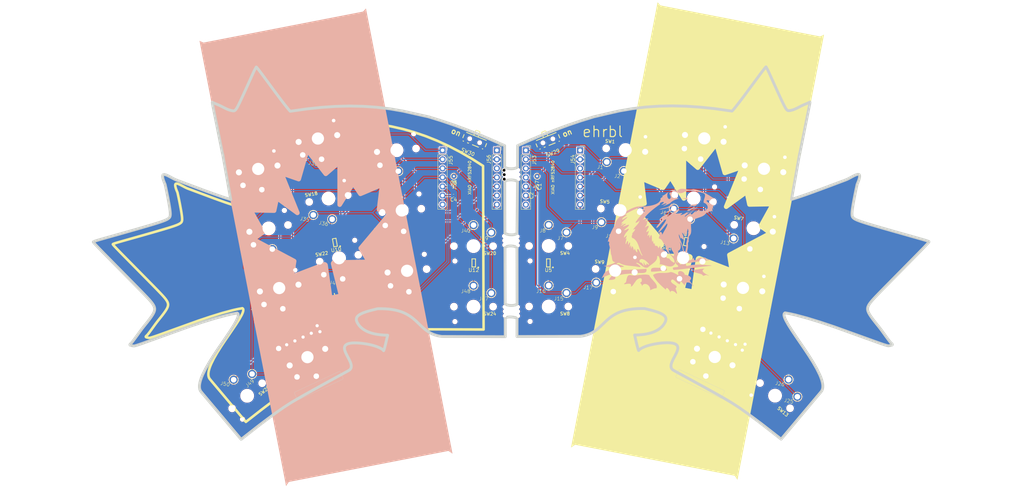
<source format=kicad_pcb>
(kicad_pcb (version 20240108) (generator "pcbnew") (generator_version "8.0")
  (title_block (title "ehrbl") (date "2024-09-07") (rev "0.1") (company "Octule"))
  (layers (0 "F.Cu" signal) (31 "B.Cu" signal) (34 "B.Paste" user) (35 "F.Paste" user) (36 "B.SilkS" user "B.Silkscreen") (37 "F.SilkS" user "F.Silkscreen") (38 "B.Mask" user) (39 "F.Mask" user) (44 "Edge.Cuts" user))
  (net 0 "")
  (net 1 "GND_L")
  (net 2 "/U1BAT+")
  (net 3 "/U2BAT+")
  (net 4 "Net-(J54-Pin_1)")
  (net 5 "Net-(J54-Pin_3)")
  (net 6 "/rot1a")
  (net 7 "Net-(J53-Pin_7)")
  (net 8 "/rot1b")
  (net 9 "Net-(J56-Pin_1)")
  (net 10 "Net-(J56-Pin_3)")
  (net 11 "/sw1")
  (net 12 "/sw2")
  (net 13 "/sw3")
  (net 14 "/sw4")
  (net 15 "/sw5")
  (net 16 "/sw6")
  (net 17 "/sw7")
  (net 18 "/sw8")
  (net 19 "/sw9")
  (net 20 "/sw10")
  (net 21 "/sw11")
  (net 22 "/sw12")
  (net 23 "/sw13")
  (net 24 "/sw14")
  (net 25 "/sw15")
  (net 26 "/sw16")
  (net 27 "/sw17")
  (net 28 "/sw18")
  (net 29 "/sw19")
  (net 30 "/sw20")
  (net 31 "/sw21")
  (net 32 "/sw22")
  (net 33 "/sw23")
  (net 34 "/sw24")
  (net 35 "/sw25")
  (net 36 "/sw26")
  (net 37 "Net-(J55-Pin_7)")
  (net 38 "/rot2a")
  (net 39 "/col1")
  (net 46 "/row1")
  (net 47 "/row2")
  (net 48 "/row3")
  (net 49 "/row4")
  (net 50 "/row5")
  (net 51 "/row6")
  (net 52 "/row7")
  (net 53 "/row8")
  (net 54 "/rot2b")
  (net 55 "/col2")
  (net 56 "/col3")
  (net 57 "/col4")
  (net 58 "/col8")
  (net 59 "/col7")
  (net 60 "/col6")
  (net 61 "/col5")
  (net 63 "Net-(SW30-Pad3)")
  (net 65 "GND_R")
  (net 67 "Net-(SW29-Pad1)")
  (footprint "ehrbl:SW_PG1350" (layer "F.Cu") (at 192.133446 66.993574 -5)
    (property "Reference" "SW1" (hide yes))
    (property "Value" "SW_Push" (hide yes))
  )
  (footprint "ehrbl:SW_PG1350" (layer "F.Cu") (at 214.208001 63.708572 -10)
    (property "Reference" "SW2" (hide yes))
    (property "Value" "SW_Push" (hide yes))
  )
  (footprint "ehrbl:SW_PG1350" (layer "F.Cu") (at 230.979478 72.25068 -10)
    (property "Reference" "SW3" (hide yes))
    (property "Value" "SW_Push" (hide yes))
  )
  (footprint "ehrbl:SW_PG1350" (layer "F.Cu") (at 170.514668 93.919913 180)
    (property "Reference" "SW4" (hide yes))
    (property "Value" "SW_Push" (hide yes))
  )
  (footprint "ehrbl:SW_PG1350" (layer "F.Cu") (at 190.654061 83.902984 -5)
    (property "Reference" "SW5" (hide yes))
    (property "Value" "SW_Push" (hide yes))
  )
  (footprint "ehrbl:SW_PG1350" (layer "F.Cu") (at 211.235839 80.564539 -10)
    (property "Reference" "SW6" (hide yes))
    (property "Value" "SW_Push" (hide yes))
  )
  (footprint "ehrbl:SW_PG1350" (layer "F.Cu") (at 228.036144 88.943172 -10)
    (property "Reference" "SW7" (hide yes))
    (property "Value" "SW_Push" (hide yes))
  )
  (footprint "ehrbl:SW_PG1350" (layer "F.Cu") (at 170.514664 110.91992 180)
    (property "Reference" "SW8" (hide yes))
    (property "Value" "SW_Push" (hide yes))
  )
  (footprint "ehrbl:SW_PG1350" (layer "F.Cu") (at 189.170845 100.856225 -5)
    (property "Reference" "SW9" (hide yes))
    (property "Value" "SW_Push" (hide yes))
  )
  (footprint "ehrbl:SW_PG1350" (layer "F.Cu") (at 208.2807 97.323999 -10)
    (property "Reference" "SW10" (hide yes))
    (property "Value" "SW_Push" (hide yes))
  )
  (footprint "ehrbl:SW_PG1350" (layer "F.Cu") (at 225.080997 105.702631 -10)
    (property "Reference" "SW11" (hide yes))
    (property "Value" "SW_Push" (hide yes))
  )
  (footprint "ehrbl:SW_PG1350" (layer "F.Cu") (at 234.082195 135.957311 140)
    (property "Reference" "SW13" (hide yes))
    (property "Value" "SW_Push" (hide yes))
  )
  (footprint "ehrbl:SW_PG1350" (layer "F.Cu") (at 217.149929 125.102142 -25)
    (property "Reference" "SW12" (hide yes))
    (property "Value" "SW_Push" (hide yes))
  )
  (footprint "ehrbl:3305-0-15-80-47-27-10-0" (layer "F.Cu") (at 210.211316 86.374906 -10)
    (property "Reference" "J12")
    (property "Value" "3305-0-15-80-47-27-10-0")
  )
  (footprint "" (layer "F.Cu") (at 158.1912 111.0488)
    (property "Reference" "")
    (property "Value" "")
  )
  (footprint "ehrbl:3305-0-15-80-47-27-10-0" (layer "F.Cu") (at 104.421817 85.22082 -10)
    (property "Reference" "J35")
    (property "Value" "3305-0-15-80-47-27-10-0")
  )
  (footprint "" (layer "F.Cu") (at 157.979418 72.65679)
    (property "Reference" "")
    (property "Value" "")
  )
  (footprint "ehrbl:SW_PG1350" (layer "F.Cu") (at 102.771899 125.14791 25)
    (property "Reference" "SW26" (hide yes))
    (property "Value" "SW_Push" (hide yes))
  )
  (footprint "ehrbl:MF254V-11-07-0743" (layer "F.Cu") (at 155.956003 74.676002 -90)
    (property "Reference" "J56")
    (property "Value" "MF254V-11-07-0743")
  )
  (footprint "ehrbl:3305-0-15-80-47-27-10-0" (layer "F.Cu") (at 227.011619 94.753539 -10)
    (property "Reference" "J14")
    (property "Value" "3305-0-15-80-47-27-10-0")
  )
  (footprint "ehrbl:xiao_nRF52840_15" (layer "F.Cu") (at 148.336 74.676 90)
    (property "Reference" "U2" (hide yes))
    (property "Value" "xiao-kbd" (hide yes))
  )
  (footprint "ehrbl:SOT-353_L2.1-W1.3-P0.65-LS2.3-BL" (layer "F.Cu") (at 130.81 96.012 95)
    (property "Reference" "U11")
    (property "Value" "UMP1NTR")
  )
  (footprint "ehrbl:3305-0-15-80-47-27-10-0" (layer "F.Cu") (at 213.183481 69.518934 -10)
    (property "Reference" "J4")
    (property "Value" "3305-0-15-80-47-27-10-0")
  )
  (footprint "ehrbl:3305-0-15-80-47-27-10-0" (layer "F.Cu") (at 154.407169 107.165688)
    (property "Reference" "J47")
    (property "Value" "3305-0-15-80-47-27-10-0")
  )
  (footprint "ehrbl:SOT-353_L2.1-W1.3-P0.65-LS2.3-BL" (layer "F.Cu") (at 93.98 100.838 100)
    (property "Reference" "U9")
    (property "Value" "UMP1NTR")
  )
  (footprint "ehrbl:3305-0-15-80-47-27-10-0" (layer "F.Cu") (at 112.665659 103.180136 -10)
    (property "Reference" "J44")
    (property "Value" "3305-0-15-80-47-27-10-0")
  )
  (footprint "ehrbl:3305-0-15-80-47-27-10-0" (layer "F.Cu") (at 149.407169 105.065688)
    (property "Reference" "J48")
    (property "Value" "3305-0-15-80-47-27-10-0")
  )
  (footprint "" (layer "F.Cu") (at 158.0896 92.4052)
    (property "Reference" "")
    (property "Value" "")
  )
  (footprint "ehrbl:3305-0-15-80-47-27-10-0" (layer "F.Cu") (at 225.395573 75.124708 -10)
    (property "Reference" "J5")
    (property "Value" "3305-0-15-80-47-27-10-0")
  )
  (footprint "ehrbl:3305-0-15-80-47-27-10-0" (layer "F.Cu") (at 154.407165 90.165685)
    (property "Reference" "J39")
    (property "Value" "3305-0-15-80-47-27-10-0")
  )
  (footprint "ehrbl:3305-0-15-80-47-27-10-0" (layer "F.Cu") (at 129.781988 89.826299 -5)
    (property "Reference" "J38")
    (property "Value" "3305-0-15-80-47-27-10-0")
  )
  (footprint "ehrbl:3305-0-15-80-47-27-10-0" (layer "F.Cu") (at 99.846309 130.704971 25)
    (property "Reference" "J51")
    (property "Value" "3305-0-15-80-47-27-10-0")
  )
  (footprint "ehrbl:SW_PG1350" (layer "F.Cu") (at 149.407165 93.965685 180)
    (property "Reference" "SW20" (hide yes))
    (property "Value" "SW_Push" (hide yes))
  )
  (footprint "ehrbl:3305-0-15-80-47-27-10-0" (layer "F.Cu") (at 170.514668 88.019913)
    (property "Reference" "J8")
    (property "Value" "3305-0-15-80-47-27-10-0")
  )
  (footprint "ehrbl:3305-0-15-80-47-27-10-0" (layer "F.Cu") (at 222.452239 91.817203 -10)
    (property "Reference" "J13")
    (property "Value" "3305-0-15-80-47-27-10-0")
  )
  (footprint "ehrbl:SOT-353_L2.1-W1.3-P0.65-LS2.3-BL" (layer "F.Cu") (at 225.806 101.346 -100)
    (property "Reference" "U8")
    (property "Value" "UMP1NTR")
  )
  (footprint "ehrbl:SOT-353_L2.1-W1.3-P0.65-LS2.3-BL" (layer "F.Cu") (at 110.49 92.964 100)
    (property "Reference" "U10")
    (property "Value" "UMP1NTR")
  )
  (footprint "ehrbl:3305-0-15-80-47-27-10-0" (layer "F.Cu") (at 211.012441 126.43302 -10)
    (property "Reference" "J23")
    (property "Value" "3305-0-15-80-47-27-10-0")
  )
  (footprint "ehrbl:3305-0-15-80-47-27-10-0" (layer "F.Cu") (at 101.449651 68.36485 -10)
    (property "Reference" "J29")
    (property "Value" "3305-0-15-80-47-27-10-0")
  )
  (footprint "ehrbl:3305-0-15-80-47-27-10-0" (layer "F.Cu") (at 188.656632 106.733771 -5)
    (property "Reference" "J18")
    (property "Value" "3305-0-15-80-47-27-10-0")
  )
  (footprint "ehrbl:3305-0-15-80-47-27-10-0" (layer "F.Cu") (at 202.696792 100.198031 -10)
    (property "Reference" "J19")
    (property "Value" "3305-0-15-80-47-27-10-0")
  )
  (footprint "ehrbl:3305-0-15-80-47-27-10-0" (layer "F.Cu") (at 131.265205 106.779542 -5)
    (property "Reference" "J46")
    (property "Value" "3305-0-15-80-47-27-10-0")
  )
  (footprint "" (layer "F.Cu") (at 158.242 113.538)
    (property "Reference" "")
    (property "Value" "")
  )
  (footprint "" (layer "F.Cu") (at 158.0896 93.6498)
    (property "Reference" "")
    (property "Value" "")
  )
  (footprint "" (layer "F.Cu") (at 161.963736 75.123723)
    (property "Reference" "")
    (property "Value" "")
  )
  (footprint "ehrbl:3305-0-15-80-47-27-10-0" (layer "F.Cu") (at 105.265347 130.495126 -10)
    (property "Reference" "J52")
    (property "Value" "3305-0-15-80-47-27-10-0")
  )
  (footprint "ehrbl:3305-0-15-80-47-27-10-0" (layer "F.Cu") (at 87.227271 129.878174 40)
    (property "Reference" "J49")
    (property "Value" "3305-0-15-80-47-27-10-0")
  )
  (footprint "ehrbl:SW_PG1350" (layer "F.Cu") (at 88.942358 72.296452 10)
    (property "Reference" "SW14" (hide yes))
    (property "Value" "SW_Push" (hide yes))
  )
  (footprint "ehrbl:SW_PG1350" (layer "F.Cu") (at 111.641134 97.369769 10)
    (property "Reference" "SW22" (hide yes))
    (property "Value" "SW_Push" (hide yes))
  )
  (footprint "Capacitor_SMD:C_0402_1005Metric" (layer "F.Cu") (at 166.814 79.778 90)
    (property "Reference" "C2")
    (property "Value" "C_Small")
  )
  (footprint "Capacitor_SMD:C_0402_1005Metric" (layer "F.Cu") (at 143.814 79.778 180)
    (property "Reference" "C4")
    (property "Value" "C_Small")
  )
  (footprint "" (layer "F.Cu") (at 158.030218 73.90139)
    (property "Reference" "")
    (property "Value" "")
  )
  (footprint "ehrbl:0906-2-15-20-75-14-11-0" (layer "F.Cu") (at 143.891208 74.347404 90)
    (property "Reference" "J58")
    (property "Value" "0906")
  )
  (footprint "ehrbl:3305-0-15-80-47-27-10-0" (layer "F.Cu") (at 109.710519 86.420676 -10)
    (property "Reference" "J36")
    (property "Value" "3305-0-15-80-47-27-10-0")
  )
  (footprint "ehrbl:3305-0-15-80-47-27-10-0" (layer "F.Cu") (at 92.910219 94.799309 -10)
    (property "Reference" "J34")
    (property "Value" "3305-0-15-80-47-27-10-0")
  )
  (footprint "Capacitor_SMD:C_0402_1005Metric" (layer "F.Cu") (at 143.814 77.278 180)
    (property "Reference" "C3")
    (property "Value" "C_Small")
  )
  (footprint "ehrbl:MF254V-11-07-0743" (layer "F.Cu") (at 164.101005 74.694126 -90)
    (property "Reference" "J53")
    (property "Value" "MF254V-11-07-0743")
  )
  (footprint "ehrbl:3305-0-15-80-47-27-10-0" (layer "F.Cu") (at 207.25617 103.134366 -10)
    (property "Reference" "J20")
    (property "Value" "3305-0-15-80-47-27-10-0")
  )
  (footprint "ehrbl:3305-0-15-80-47-27-10-0" (layer "F.Cu") (at 185.341899 87.252743 -5)
    (property "Reference" "J9")
    (property "Value" "3305-0-15-80-47-27-10-0")
  )
  (footprint "ehrbl:3305-0-15-80-47-27-10-0" (layer "F.Cu") (at 175.514664 107.11992)
    (property "Reference" "J15")
    (property "Value" "3305-0-15-80-47-27-10-0")
  )
  (footprint "ehrbl:SOT-353_L2.1-W1.3-P0.65-LS2.3-BL" (layer "F.Cu") (at 209.042 92.71 -100)
    (property "Reference" "U7")
    (property "Value" "UMP1NTR")
  )
  (footprint "ehrbl:3305-0-15-80-47-27-10-0" (layer "F.Cu") (at 190.139846 89.780531 -5)
    (property "Reference" "J10")
    (property "Value" "3305-0-15-80-47-27-10-0")
  )
  (footprint "ehrbl:3305-0-15-80-47-27-10-0" (layer "F.Cu") (at 240.355009 136.260278 -10)
    (property "Reference" "J25")
    (property "Value" "3305-0-15-80-47-27-10-0")
  )
  (footprint "ehrbl:3305-0-15-80-47-27-10-0" (layer "F.Cu") (at 124.617987 88.170072 -5)
    (property "Reference" "J37")
    (property "Value" "3305-0-15-80-47-27-10-0")
  )
  (footprint "ehrbl:3305-0-15-80-47-27-10-0" (layer "F.Cu") (at 106.738355 69.564706 -10)
    (property "Reference" "J30")
    (property "Value" "3305-0-15-80-47-27-10-0")
  )
  (footprint "ehrbl:SW_PG1350" (layer "F.Cu") (at 105.713831 63.754341 10)
    (property "Reference" "SW15" (hide yes))
    (property "Value" "SW_Push" (hide yes))
  )
  (footprint "ehrbl:SW_PG1350" (layer "F.Cu") (at 94.840836 105.748401 10)
    (property "Reference" "SW21" (hide yes))
    (property "Value" "SW_Push" (hide yes))
  )
  (footprint "ehrbl:MF254V-11-07-0743" (layer "F.Cu") (at 179.341004 74.694125 -90)
    (property "Reference" "J54")
    (property "Value" "MF254V-11-07-0743")
  )
  (footprint "ehrbl:3305-0-15-80-47-27-10-0" (layer "F.Cu") (at 208.6241 66.582598 -10)
    (property "Reference" "J3")
    (property "Value" "3305-0-15-80-47-27-10-0")
  )
  (footprint "ehrbl:3305-0-15-80-47-27-10-0" (layer "F.Cu") (at 170.514664 105.01992)
    (property "Reference" "J16")
    (property "Value" "3305-0-15-80-47-27-10-0")
  )
  (footprint "" (layer "F.Cu") (at 161.912936 72.634523)
    (property "Reference" "")
    (property "Value" "")
  )
  (footprint "ehrbl:SW_PG1350" (layer "F.Cu") (at 91.88569 88.988943 10)
    (property "Reference" "SW17" (hide yes))
    (property "Value" "SW_Push" (hide yes))
  )
  (footprint "" (layer "F.Cu") (at 161.8234 111.0742)
    (property "Reference" "")
    (property "Value" "")
  )
  (footprint "ehrbl:3305-0-15-80-47-27-10-0" (layer "F.Cu") (at 90.576662 110.358911 -10)
    (property "Reference" "J41")
    (property "Value" "3305-0-15-80-47-27-10-0")
  )
  (footprint "ehrbl:MF254V-11-07-0743" (layer "F.Cu") (at 140.716005 74.676001 -90)
    (property "Reference" "J55")
    (property "Value" "MF254V-11-07-0743")
  )
  (footprint "ehrbl:SOT-353_L2.1-W1.3-P0.65-LS2.3-BL" (layer "F.Cu") (at 189.484 96.266 -95)
    (property "Reference" "U6")
    (property "Value" "UMP1NTR")
  )
  (footprint "ehrbl:3305-0-15-80-47-27-10-0" (layer "F.Cu") (at 107.376958 101.98028 -10)
    (property "Reference" "J43")
    (property "Value" "3305-0-15-80-47-27-10-0")
  )
  (footprint "ehrbl:3305-0-15-80-47-27-10-0" (layer "F.Cu") (at 191.619227 72.871122 -5)
    (property "Reference" "J2")
    (property "Value" "3305-0-15-80-47-27-10-0")
  )
  (footprint "ehrbl:3305-0-15-80-47-27-10-0" (layer "F.Cu") (at 186.821279 70.343331 -5)
    (property "Reference" "J1")
    (property "Value" "3305-0-15-80-47-27-10-0")
  )
  (footprint "ehrbl:3305-0-15-80-47-27-10-0" (layer "F.Cu") (at 84.678177 76.906962 -10)
    (property "Reference" "J27")
    (property "Value" "3305-0-15-80-47-27-10-0")
  )
  (footprint "" (layer "F.Cu") (at 161.798 92.5068)
    (property "Reference" "")
    (property "Value" "")
  )
  (footprint "ehrbl:3305-0-15-80-47-27-10-0" (layer "F.Cu") (at 183.858679 104.205981 -5)
    (property "Reference" "J17")
    (property "Value" "3305-0-15-80-47-27-10-0")
  )
  (footprint "ehrbl:SW_PG1350" (layer "F.Cu") (at 127.788388 67.039343 5)
    (property "Reference" "SW16" (hide yes))
    (property "Value" "SW_Push" (hide yes))
  )
  (footprint "ehrbl:3305-0-15-80-47-27-10-0" (layer "F.Cu") (at 87.621512 93.599453 -10)
    (property "Reference" "J33")
    (property "Value" "3305-0-15-80-47-27-10-0")
  )
  (footprint "ehrbl:3305-0-15-80-47-27-10-0" (layer "F.Cu") (at 237.87464 131.437647 -10)
    (property "Reference" "J26")
    (property "Value" "3305-0-15-80-47-27-10-0")
  )
  (footprint "ehrbl:3305-0-15-80-47-27-10-0" (layer "F.Cu") (at 149.407165 88.065685)
    (property "Reference" "J40")
    (property "Value" "3305-0-15-80-47-27-10-0")
  )
  (footprint "" (layer "F.Cu") (at 158.242 112.2934)
    (property "Reference" "")
    (property "Value" "")
  )
  (footprint "Capacitor_SMD:C_0402_1005Metric" (layer "F.Cu") (at 166.814 77.278 90)
    (property "Reference" "C1")
    (property "Value" "C_Small")
  )
  (footprint "ehrbl:3305-0-15-80-47-27-10-0" (layer "F.Cu") (at 82.047191 131.483417 -10)
    (property "Reference" "J50")
    (property "Value" "3305-0-15-80-47-27-10-0")
  )
  (footprint "ehrbl:3305-0-15-80-47-27-10-0" (layer "F.Cu") (at 123.138606 71.260665 -5)
    (property "Reference" "J31")
    (property "Value" "3305-0-15-80-47-27-10-0")
  )
  (footprint "" (layer "F.Cu") (at 161.963736 73.879123)
    (property "Reference" "")
    (property "Value" "")
  )
  (footprint "" (layer "F.Cu") (at 161.8742 113.5634)
    (property "Reference" "")
    (property "Value" "")
  )
  (footprint "ehrbl:SW_PG1350" (layer "F.Cu") (at 149.407169 110.965688 180)
    (property "Reference" "SW24" (hide yes))
    (property "Value" "SW_Push" (hide yes))
  )
  (footprint "ehrbl:RollerEncoder_Panasonic_EVQWGD001" (layer "F.Cu") (at 217.149929 125.102142 -115)
    (property "Reference" "SW27")
    (property "Value" "RotaryEncoder_Switch")
    (fp_line (start 9.8 7.299999) (end 9.799999 -6.300001) (stroke (width 0.05)) (layer "Edge.Cuts"))
    (fp_line (start 7.700002 7.600002) (end 9.5 7.6) (stroke (width 0.05)) (layer "Edge.Cuts"))
    (fp_line (start 9.5 -6.599999) (end 7.7 -6.599999) (stroke (width 0.05)) (layer "Edge.Cuts"))
    (fp_line (start 7.399999 -6.3) (end 7.4 7.3) (stroke (width 0.05)) (layer "Edge.Cuts"))
    (fp_arc (start 9.8 7.299999) (mid 9.712132 7.512131) (end 9.5 7.6) (stroke (width 0.05)) (layer "Edge.Cuts"))
    (fp_arc (start 7.700002 7.600002) (mid 7.487868 7.512134) (end 7.4 7.3) (stroke (width 0.05)) (layer "Edge.Cuts"))
    (fp_arc (start 9.5 -6.599999) (mid 9.71213 -6.512132) (end 9.799999 -6.300001) (stroke (width 0.05)) (layer "Edge.Cuts"))
    (fp_arc (start 7.399999 -6.3) (mid 7.487868 -6.512133) (end 7.7 -6.599999) (stroke (width 0.05)) (layer "Edge.Cuts"))
  )
  (footprint "ehrbl:3305-0-15-80-47-27-10-0" (layer "F.Cu") (at 214.656481 130.449358 -10)
    (property "Reference" "J24")
    (property "Value" "3305-0-15-80-47-27-10-0")
  )
  (footprint "" (layer "F.Cu") (at 158.030218 75.14599)
    (property "Reference" "")
    (property "Value" "")
  )
  (footprint "ehrbl:3305-0-15-80-47-27-10-0" (layer "F.Cu") (at 126.101206 105.123312 -5)
    (property "Reference" "J45")
    (property "Value" "3305-0-15-80-47-27-10-0")
  )
  (footprint "" (layer "F.Cu") (at 158.0388 91.1606)
    (property "Reference" "")
    (property "Value" "")
  )
  (footprint "ehrbl:SW_PG1350" (layer "F.Cu") (at 129.26777 83.948753 5)
    (property "Reference" "SW19" (hide yes))
    (property "Value" "SW_Push" (hide yes))
  )
  (footprint "ehrbl:SW_PG1350" (layer "F.Cu") (at 108.685991 80.610308 10)
    (property "Reference" "SW18" (hide yes))
    (property "Value" "SW_Push" (hide yes))
  )
  (footprint "" (layer "F.Cu") (at 161.798 93.7514)
    (property "Reference" "")
    (property "Value" "")
  )
  (footprint "ehrbl:SW_PG1350" (layer "F.Cu") (at 85.83964 136.003078 -140)
    (property "Reference" "SW25" (hide yes))
    (property "Value" "SW_Push" (hide yes))
  )
  (footprint "ehrbl:BAT-SMD_MY-LR44-02" (layer "F.Cu") (at 91.226491 59.531635 145)
    (property "Reference" "U4")
    (property "Value" "MY-LR44-02")
  )
  (footprint "ehrbl:3305-0-15-80-47-27-10-0" (layer "F.Cu") (at 205.651937 83.43857 -10)
    (property "Reference" "J11")
    (property "Value" "3305-0-15-80-47-27-10-0")
  )
  (footprint "ehrbl:3305-0-15-80-47-27-10-0" (layer "F.Cu") (at 89.966879 78.106818 -10)
    (property "Reference" "J28")
    (property "Value" "3305-0-15-80-47-27-10-0")
  )
  (footprint "ehrbl:3305-0-15-80-47-27-10-0" (layer "F.Cu") (at 224.056473 111.512995 -10)
    (property "Reference" "J22")
    (property "Value" "3305-0-15-80-47-27-10-0")
  )
  (footprint "" (layer "F.Cu") (at 161.7472 91.2622)
    (property "Reference" "")
    (property "Value" "")
  )
  (footprint "ehrbl:xiao_nRF52840_15" (layer "F.Cu") (at 171.704 74.676 90)
    (property "Reference" "U1" (hide yes))
    (property "Value" "xiao-kbd" (hide yes))
  )
  (footprint "ehrbl:BAT-SMD_MY-LR44-02" (layer "F.Cu") (at 228.559509 59.277635 35)
    (property "Reference" "U3")
    (property "Value" "MY-LR44-02")
  )
  (footprint "ehrbl:3305-0-15-80-47-27-10-0" (layer "F.Cu") (at 229.954958 78.061046 -10)
    (property "Reference" "J6")
    (property "Value" "3305-0-15-80-47-27-10-0")
  )
  (footprint "ehrbl:3305-0-15-80-47-27-10-0" (layer "F.Cu") (at 95.865358 111.558765 -10)
    (property "Reference" "J42")
    (property "Value" "3305-0-15-80-47-27-10-0")
  )
  (footprint "ehrbl:3305-0-15-80-47-27-10-0" (layer "F.Cu") (at 175.514668 90.119913)
    (property "Reference" "J7")
    (property "Value" "3305-0-15-80-47-27-10-0")
  )
  (footprint "ehrbl:SOT-353_L2.1-W1.3-P0.65-LS2.3-BL" (layer "F.Cu") (at 149.479 98.679 90)
    (property "Reference" "U12")
    (property "Value" "UMP1NTR")
  )
  (footprint "ehrbl:SW-SMD_SSSS811101" (layer "F.Cu") (at 149.570651 64.777722 158)
    (property "Reference" "SW30")
    (property "Value" "SSSS811101")
  )
  (footprint "ehrbl:SOT-353_L2.1-W1.3-P0.65-LS2.3-BL" (layer "F.Cu") (at 170.434 98.679 90)
    (property "Reference" "U5")
    (property "Value" "UMP1NTR")
  )
  (footprint "ehrbl:0906-2-15-20-75-14-11-0" (layer "F.Cu") (at 167.265271 74.353199 90)
    (property "Reference" "J57")
    (property "Value" "0906")
  )
  (footprint "ehrbl:3305-0-15-80-47-27-10-0" (layer "F.Cu") (at 128.302607 72.916895 -5)
    (property "Reference" "J32")
    (property "Value" "3305-0-15-80-47-27-10-0")
  )
  (footprint "ehrbl:SW_PG1350" (layer "F.Cu") (at 130.750986 100.901993 5)
    (property "Reference" "SW23" (hide yes))
    (property "Value" "SW_Push" (hide yes))
  )
  (footprint "ehrbl:SW-SMD_SSSS811101" (layer "F.Cu") (at 170.469349 64.828522 -158)
    (property "Reference" "SW29")
    (property "Value" "SSSS811101")
  )
  (footprint "" (layer "F.Cu") (at 161.8742 112.3188)
    (property "Reference" "")
    (property "Value" "")
  )
  (footprint "ehrbl:3305-0-15-80-47-27-10-0" (layer "F.Cu") (at 219.49709 108.576663 -10)
    (property "Reference" "J21")
    (property "Value" "3305-0-15-80-47-27-10-0")
  )
  (footprint "ehrbl:RollerEncoder_Panasonic_EVQWGD001" (layer "F.Cu") (at 102.771899 125.14791 -65)
    (property "Reference" "SW28")
    (property "Value" "RotaryEncoder_Switch")
    (fp_line (start 7.700001 7.600001) (end 9.5 7.6) (stroke (width 0.05)) (layer "Edge.Cuts"))
    (fp_line (start 9.800001 7.299999) (end 9.8 -6.3) (stroke (width 0.05)) (layer "Edge.Cuts"))
    (fp_line (start 7.4 -6.299999) (end 7.4 7.3) (stroke (width 0.05)) (layer "Edge.Cuts"))
    (fp_line (start 9.5 -6.599999) (end 7.7 -6.599999) (stroke (width 0.05)) (layer "Edge.Cuts"))
    (fp_arc (start 7.700001 7.600001) (mid 7.487867 7.512133) (end 7.4 7.3) (stroke (width 0.05)) (layer "Edge.Cuts"))
    (fp_arc (start 9.800001 7.299999) (mid 9.712133 7.512132) (end 9.5 7.6) (stroke (width 0.05)) (layer "Edge.Cuts"))
    (fp_arc (start 7.4 -6.299999) (mid 7.487868 -6.512131) (end 7.7 -6.599999) (stroke (width 0.05)) (layer "Edge.Cuts"))
    (fp_arc (start 9.5 -6.599999) (mid 9.712131 -6.512131) (end 9.8 -6.3) (stroke (width 0.05)) (layer "Edge.Cuts"))
  )
  (gr_poly (pts (xy 197.988781 100.5172) (xy 198.003979 100.673544) (xy 198.000544 100.813375) (xy 197.979477 100.937583) (xy 197.941777 101.047044) (xy 197.888442 101.142637) (xy 197.820468 101.22524) (xy 197.738854 101.295738) (xy 197.644601 101.355005) (xy 197.538707 101.403926) (xy 197.422171 101.443376) (xy 197.29599 101.474239) (xy 197.161166 101.497391) (xy 197.018691 101.513712) (xy 196.714798 101.529386) (xy 196.392299 101.528298) (xy 196.059184 101.517484) (xy 195.393064 101.49483) (xy 195.076035 101.497068) (xy 194.780343 101.517727) (xy 194.642997 101.537167) (xy 194.513978 101.563853) (xy 194.394293 101.598662) (xy 194.284934 101.642477) (xy 192.967965 101.724046) (xy 192.304849 101.775062) (xy 191.974487 101.809068) (xy 191.645818 101.850998) (xy 191.319524 101.902546) (xy 190.996266 101.965417) (xy 190.676724 102.041302) (xy 190.361568 102.131901) (xy 190.051473 102.238906) (xy 189.747112 102.364015) (xy 189.449154 102.508927) (xy 189.15828 102.675338) (xy 189.202655 102.746167) (xy 189.233237 102.812895) (xy 189.250753 102.875628) (xy 189.255936 102.934471) (xy 189.249515 102.989535) (xy 189.232216 103.040928) (xy 189.204769 103.08876) (xy 189.167907 103.133132) (xy 189.122357 103.174156) (xy 189.068846 103.211942) (xy 189.00811 103.246593) (xy 188.940873 103.278225) (xy 188.867864 103.306936) (xy 188.789818 103.332841) (xy 188.621514 103.376649) (xy 188.441803 103.410525) (xy 188.256515 103.435321) (xy 188.07149 103.451903) (xy 187.89256 103.461134) (xy 187.725559 103.463878) (xy 187.576322 103.461) (xy 187.450688 103.453362) (xy 187.354493 103.44182) (xy 187.575885 103.10958) (xy 187.818871 102.793105) (xy 188.082093 102.493499) (xy 188.364181 102.211882) (xy 188.663777 101.949358) (xy 188.97952 101.707043) (xy 189.310042 101.486042) (xy 189.653987 101.287475) (xy 190.009986 101.112449) (xy 190.376683 100.962071) (xy 190.75271 100.83746) (xy 190.943797 100.785162) (xy 191.136707 100.739721) (xy 191.331269 100.701275) (xy 191.527313 100.669968) (xy 191.724666 100.645932) (xy 191.923161 100.629309) (xy 192.122629 100.620239) (xy 192.322892 100.618859) (xy 192.523788 100.62531) (xy 192.725147 100.639728) (xy 195.340401 100.506119) (xy 196.647565 100.431099) (xy 197.953952 100.343475)) (stroke (width -0.000001)) (fill solid) (layer "B.SilkS"))
  (gr_poly (pts (xy 205.249362 82.095598) (xy 205.259982 82.105767) (xy 205.259257 82.120591) (xy 205.24856 82.139531) (xy 205.22926 82.162037) (xy 205.170325 82.215596) (xy 205.009503 82.341689) (xy 204.929534 82.405542) (xy 204.864468 82.464144) (xy 204.84095 82.49012) (xy 204.825267 82.513154) (xy 204.81879 82.532707) (xy 204.822891 82.548236) (xy 204.83894 82.559193) (xy 204.8683 82.565042) (xy 204.912349 82.565238) (xy 204.972454 82.559234) (xy 205.14631 82.526473) (xy 205.400835 82.462418) (xy 205.445728 82.479504) (xy 205.474991 82.499455) (xy 205.489437 82.522077) (xy 205.489891 82.547167) (xy 205.477171 82.574531) (xy 205.452099 82.603975) (xy 205.415499 82.635297) (xy 205.368186 82.668302) (xy 205.24472 82.73857) (xy 205.088261 82.813197) (xy 204.905381 82.890615) (xy 204.702645 82.969236) (xy 204.263873 83.123794) (xy 203.824484 83.264245) (xy 203.437011 83.377972) (xy 203.15399 83.452345) (xy 202.947563 83.500346) (xy 202.740349 83.544774) (xy 202.53242 83.58571) (xy 202.323844 83.62323) (xy 202.114685 83.657418) (xy 201.905019 83.688348) (xy 201.694912 83.716108) (xy 201.484434 83.740765) (xy 201.484436 83.740757) (xy 201.698886 83.634724) (xy 201.922267 83.545253) (xy 202.152589 83.469003) (xy 202.387855 83.402643) (xy 203.338474 83.169316) (xy 203.568548 83.10233) (xy 203.791596 83.02521) (xy 204.005627 82.934614) (xy 204.10864 82.883224) (xy 204.208649 82.82721) (xy 204.305406 82.766164) (xy 204.398663 82.699658) (xy 204.488171 82.627286) (xy 204.573679 82.548623) (xy 204.654935 82.463257) (xy 204.731696 82.370767) (xy 204.803712 82.270737) (xy 204.870728 82.162753) (xy 205.066058 82.11234) (xy 205.188615 82.091402) (xy 205.226032 82.090629)) (stroke (width -0.000001)) (fill solid) (layer "B.SilkS"))
  (gr_poly (pts (xy 212.611357 83.317444) (xy 212.447891 83.464458) (xy 212.133675 83.757969) (xy 212.224513 83.645197) (xy 212.344251 83.513056) (xy 212.466004 83.397603) (xy 212.526543 83.348331) (xy 212.586269 83.305866) (xy 212.644747 83.271088) (xy 212.701536 83.244878)) (stroke (width -0.000001)) (fill solid) (layer "B.SilkS"))
  (gr_poly (pts (xy 204.764161 107.360752) (xy 204.764153 107.360751) (xy 204.76415 107.360727)) (stroke (width -0.000001)) (fill solid) (layer "B.SilkS"))
  (gr_poly (pts (xy 198.533686 102.057556) (xy 198.659784 102.094512) (xy 198.781676 102.137961) (xy 198.826376 102.255636) (xy 198.880667 102.372791) (xy 198.943695 102.489461) (xy 199.01462 102.605674) (xy 199.176782 102.836877) (xy 199.360389 103.066675) (xy 200.17409 103.97729) (xy 200.363533 104.204165) (xy 200.533863 104.431278) (xy 200.609749 104.545005) (xy 200.678322 104.658898) (xy 200.738737 104.772986) (xy 200.790148 104.887304) (xy 200.831713 105.001883) (xy 200.862584 105.116764) (xy 200.881917 105.231976) (xy 200.888868 105.347554) (xy 200.882591 105.463535) (xy 200.862241 105.57995) (xy 200.826972 105.696836) (xy 200.775943 105.81422) (xy 200.716754 105.806059) (xy 200.653801 105.802803) (xy 200.587484 105.804127) (xy 200.5182 105.809695) (xy 200.37233 105.832256) (xy 200.219385 105.867846) (xy 200.062558 105.913831) (xy 199.905039 105.967574) (xy 199.750024 106.02643) (xy 199.600704 106.08776) (xy 199.331916 106.207304) (xy 199.124217 106.305091) (xy 199.003147 106.360012) (xy 198.983079 106.364805) (xy 198.994246 106.350963) (xy 199.011028 106.21264) (xy 199.014952 106.0776) (xy 199.006738 105.946189) (xy 198.987098 105.818752) (xy 198.956755 105.695624) (xy 198.91642 105.577153) (xy 198.866815 105.463677) (xy 198.808656 105.355542) (xy 198.742666 105.253084) (xy 198.669551 105.156651) (xy 198.590038 105.066583) (xy 198.504843 104.98322) (xy 198.414678 104.906906) (xy 198.320267 104.83798) (xy 198.222326 104.776788) (xy 198.121569 104.72367) (xy 198.018714 104.678969) (xy 197.914481 104.643024) (xy 197.809589 104.616182) (xy 197.704751 104.598782) (xy 197.600687 104.591165) (xy 197.498115 104.593673) (xy 197.39775 104.606652) (xy 197.30031 104.630438) (xy 197.206516 104.665377) (xy 197.117083 104.711808) (xy 197.032727 104.770077) (xy 196.954166 104.840526) (xy 196.882119 104.92349) (xy 196.817303 105.019318) (xy 196.760433 105.12835) (xy 196.712229 105.250927) (xy 196.712105 105.168569) (xy 196.706353 105.091856) (xy 196.69551 105.020502) (xy 196.680127 104.954212) (xy 196.660741 104.892696) (xy 196.6379 104.835657) (xy 196.612142 104.782812) (xy 196.584014 104.73386) (xy 196.554061 104.688511) (xy 196.52282 104.646474) (xy 196.458659 104.571161) (xy 196.338833 104.447408) (xy 196.291856 104.394291) (xy 196.273504 104.368899) (xy 196.259299 104.343896) (xy 196.249785 104.318986) (xy 196.245508 104.293877) (xy 196.247005 104.268283) (xy 196.254825 104.241906) (xy 196.269508 104.214456) (xy 196.2916 104.185641) (xy 196.321641 104.155165) (xy 196.360179 104.12274) (xy 196.407753 104.088072) (xy 196.464906 104.050869) (xy 196.532183 104.010837) (xy 196.610127 103.967685) (xy 196.642775 103.809315) (xy 196.66286 103.666379) (xy 196.671064 103.53837) (xy 196.668069 103.424789) (xy 196.654551 103.325137) (xy 196.631194 103.23891) (xy 196.598672 103.165606) (xy 196.557668 103.104724) (xy 196.508862 103.055762) (xy 196.452932 103.018218) (xy 196.390557 102.991594) (xy 196.322419 102.975379) (xy 196.249195 102.969081) (xy 196.171569 102.972195) (xy 196.090215 102.984218) (xy 196.005815 103.004649) (xy 195.919047 103.03299) (xy 195.830597 103.068731) (xy 195.741137 103.111378) (xy 195.651352 103.160428) (xy 195.561917 103.215377) (xy 195.473512 103.275722) (xy 195.38682 103.340967) (xy 195.302516 103.410608) (xy 195.221287 103.484139) (xy 195.143806 103.561064) (xy 195.070754 103.640879) (xy 195.002811 103.723084) (xy 194.940656 103.807173) (xy 194.884971 103.892651) (xy 194.836433 103.979007) (xy 194.795723 104.065747) (xy 194.723019 104.139917) (xy 194.652553 104.223923) (xy 194.583708 104.315795) (xy 194.515873 104.413561) (xy 194.380745 104.618873) (xy 194.242241 104.824075) (xy 194.170177 104.921708) (xy 194.095416 105.013392) (xy 194.017343 105.097158) (xy 193.976872 105.135455) (xy 193.935341 105.171033) (xy 193.892672 105.203643) (xy 193.84879 105.233044) (xy 193.803618 105.258983) (xy 193.757075 105.281216) (xy 193.709091 105.299499) (xy 193.659582 105.31358) (xy 193.608473 105.323218) (xy 193.555689 105.328164) (xy 193.555674 105.32816) (xy 193.614243 105.171178) (xy 193.646575 105.035001) (xy 193.654645 104.91832) (xy 193.640426 104.81982) (xy 193.605893 104.73819) (xy 193.553023 104.672121) (xy 193.483788 104.6203) (xy 193.400163 104.581415) (xy 193.304127 104.554155) (xy 193.197649 104.537208) (xy 193.082707 104.529265) (xy 192.961277 104.529012) (xy 192.706853 104.546329) (xy 192.450171 104.578671) (xy 191.993237 104.646455) (xy 191.824581 104.660914) (xy 191.762121 104.658693) (xy 191.716872 104.648428) (xy 191.690806 104.6288) (xy 191.685901 104.598503) (xy 191.704133 104.556224) (xy 191.747474 104.500653) (xy 191.8179 104.430471) (xy 191.917386 104.344377) (xy 192.21144 104.119188) (xy 192.262903 103.931747) (xy 192.307597 103.735762) (xy 192.388658 103.333225) (xy 192.431011 103.134197) (xy 192.478568 102.941685) (xy 192.534325 102.759441) (xy 192.601274 102.591238) (xy 192.639884 102.513576) (xy 192.68241 102.440833) (xy 192.729235 102.373482) (xy 192.780728 102.31199) (xy 192.837262 102.25683) (xy 192.899214 102.208472) (xy 192.96696 102.167388) (xy 193.040871 102.134044) (xy 193.121322 102.108913) (xy 193.208686 102.092468) (xy 193.303339 102.085173) (xy 193.405655 102.087501) (xy 193.516006 102.099928) (xy 193.634769 102.122914) (xy 193.762319 102.156939) (xy 193.899025 102.202467) (xy 194.199055 102.213571) (xy 194.508079 102.209379) (xy 194.824315 102.192737) (xy 195.145984 102.166493) (xy 196.451368 102.022376) (xy 196.773495 101.990785) (xy 197.090369 101.966657) (xy 197.400214 101.95284) (xy 197.70125 101.952175) (xy 197.991694 101.967511) (xy 198.269765 102.001691)) (stroke (width -0.000001)) (fill solid) (layer "B.SilkS"))
  (gr_poly (pts (xy 214.193189 100.335645) (xy 214.223967 100.347631) (xy 214.245985 100.362383) (xy 214.077582 100.4432) (xy 213.946256 100.527402) (xy 213.849551 100.614493) (xy 213.785019 100.703986) (xy 213.750213 100.795382) (xy 213.742682 100.888188) (xy 213.759977 100.981909) (xy 213.799649 101.076054) (xy 213.859243 101.170128) (xy 213.93632 101.263639) (xy 214.1331 101.446997) (xy 214.370394 101.622179) (xy 214.628606 101.785231) (xy 215.129397 102.059174) (xy 215.478702 102.237235) (xy 215.547559 102.280441) (xy 215.546966 102.28886) (xy 215.519757 102.287831) (xy 215.095786 102.17938) (xy 215.047902 102.151138) (xy 215.000086 102.128169) (xy 214.952388 102.110141) (xy 214.904848 102.096719) (xy 214.857512 102.08757) (xy 214.810422 102.082359) (xy 214.763622 102.080752) (xy 214.717159 102.082414) (xy 214.671075 102.087012) (xy 214.625413 102.09421) (xy 214.580216 102.103677) (xy 214.535531 102.115078) (xy 214.447871 102.14234) (xy 214.362779 102.173325) (xy 214.201712 102.235777) (xy 214.126442 102.261895) (xy 214.055148 102.281044) (xy 214.021102 102.28717) (xy 213.988181 102.290552) (xy 213.956433 102.290855) (xy 213.925896 102.287743) (xy 213.896621 102.280889) (xy 213.868641 102.269949) (xy 213.842014 102.254594) (xy 213.816771 102.234495) (xy 213.816764 102.234493) (xy 213.771931 102.157621) (xy 213.714515 102.087296) (xy 213.645601 102.023034) (xy 213.566275 101.964352) (xy 213.477621 101.91076) (xy 213.380723 101.861777) (xy 213.166524 101.775706) (xy 212.932354 101.702257) (xy 212.686882 101.637554) (xy 212.196728 101.518885) (xy 211.969384 101.457168) (xy 211.765429 101.388696) (xy 211.674931 101.350717) (xy 211.59353 101.309592) (xy 211.522312 101.264844) (xy 211.462364 101.215985) (xy 211.414764 101.162525) (xy 211.380599 101.103992) (xy 211.360951 101.039889) (xy 211.356904 100.969739) (xy 211.369546 100.893056) (xy 211.399956 100.809351) (xy 211.449222 100.718148) (xy 211.518426 100.618955) (xy 213.104412 100.385813) (xy 213.506435 100.339498) (xy 213.687663 100.323856) (xy 213.850699 100.31461) (xy 213.991799 100.312799) (xy 214.10721 100.319464)) (stroke (width -0.000001)) (fill solid) (layer "B.SilkS"))
  (gr_poly (pts (xy 185.307247 103.051256) (xy 185.307266 103.051197) (xy 185.307311 103.051166)) (stroke (width -0.000001)) (fill solid) (layer "B.SilkS"))
  (gr_poly (pts (xy 87.897254 115.732403) (xy 134.647244 106.645125) (xy 130.226662 83.9032) (xy 124.967285 84.925519) (xy 117.244947 94.128563) (xy 117.228782 94.148673) (xy 117.213528 94.169274) (xy 117.19918 94.190348) (xy 117.185743 94.211858) (xy 117.173223 94.233781) (xy 117.161617 94.25608) (xy 117.150931 94.278739) (xy 117.141163 94.30172) (xy 117.132318 94.325) (xy 117.124399 94.34855) (xy 117.117404 94.372339) (xy 117.111338 94.39634) (xy 117.106203 94.420524) (xy 117.102002 94.444868) (xy 117.098736 94.469337) (xy 117.096409 94.493905) (xy 117.095018 94.518545) (xy 117.09457 94.543226) (xy 117.095069 94.56792) (xy 117.096508 94.592605) (xy 117.098897 94.617244) (xy 117.102237 94.641815) (xy 117.106529 94.666286) (xy 117.111774 94.690629) (xy 117.117975 94.714817) (xy 117.125139 94.738823) (xy 117.133261 94.762616) (xy 117.142345 94.78617) (xy 117.152395 94.809453) (xy 117.163413 94.832441) (xy 117.175397 94.855105) (xy 117.188358 94.877415) (xy 118.923966 97.774475) (xy 110.271795 97.930039) (xy 110.218504 97.932703) (xy 110.165749 97.938336) (xy 110.11364 97.946883) (xy 110.062287 97.958289) (xy 110.011798 97.972495) (xy 109.962289 97.989449) (xy 109.913862 98.009094) (xy 109.866632 98.031373) (xy 109.82071 98.056234) (xy 109.776201 98.083617) (xy 109.733216 98.113469) (xy 109.691869 98.145736) (xy 109.652265 98.180356) (xy 109.614517 98.217284) (xy 109.578735 98.256452) (xy 109.545027 98.297816) (xy 109.513708 98.341017) (xy 109.485041 98.385659) (xy 109.459049 98.431625) (xy 109.435758 98.478791) (xy 109.415192 98.527039) (xy 109.397382 98.576248) (xy 109.382345 98.626296) (xy 109.370116 98.677068) (xy 109.360711 98.728436) (xy 109.354164 98.780281) (xy 109.350494 98.832485) (xy 109.349728 98.884928) (xy 109.351895 98.937486) (xy 109.357018 98.990042) (xy 109.365122 99.042476) (xy 109.376236 99.094662) (xy 111.448331 107.414726) (xy 109.695209 107.755498) (xy 108.499672 99.265049) (xy 108.490425 99.212499) (xy 108.478297 99.160849) (xy 108.463359 99.110201) (xy 108.445679 99.060656) (xy 108.425323 99.01232) (xy 108.402365 98.965291) (xy 108.376872 98.919674) (xy 108.348911 98.87557) (xy 108.31855 98.833079) (xy 108.285862 98.792307) (xy 108.250912 98.753354) (xy 108.213771 98.716324) (xy 108.174506 98.681314) (xy 108.133189 98.648433) (xy 108.089884 98.617781) (xy 108.044664 98.589459) (xy 107.997916 98.563734) (xy 107.950067 98.54082) (xy 107.901234 98.520724) (xy 107.851544 98.503458) (xy 107.801121 98.489032) (xy 107.750083 98.477456) (xy 107.69856 98.468737) (xy 107.646665 98.462892) (xy 107.594526 98.459925) (xy 107.542268 98.459852) (xy 107.490014 98.462679) (xy 107.43788 98.468421) (xy 107.385994 98.477083) (xy 107.334478 98.488679) (xy 107.283455 98.503219) (xy 107.233047 98.520716) (xy 99.152615 101.617635) (xy 99.676588 98.281357) (xy 99.68287 98.230314) (xy 99.68507 98.179522) (xy 99.683286 98.129175) (xy 99.677623 98.079484) (xy 99.668178 98.030653) (xy 99.655055 97.982878) (xy 99.638355 97.93637) (xy 99.618178 97.891327) (xy 99.594618 97.847959) (xy 99.567783 97.806462) (xy 99.537773 97.767044) (xy 99.504686 97.729903) (xy 99.468623 97.695251) (xy 99.429688 97.663286) (xy 99.387979 97.634213) (xy 99.343596 97.608231) (xy 88.736042 91.968159) (xy 90.613407 90.602581) (xy 90.637431 90.584066) (xy 90.660368 90.564625) (xy 90.682207 90.544307) (xy 90.702936 90.523153) (xy 90.722547 90.501209) (xy 90.741033 90.478511) (xy 90.758381 90.455112) (xy 90.774583 90.431052) (xy 90.789634 90.406376) (xy 90.803517 90.381122) (xy 90.816225 90.355344) (xy 90.82775 90.329077) (xy 90.83808 90.302364) (xy 90.84721 90.275257) (xy 90.855127 90.247789) (xy 90.861819 90.220013) (xy 90.867284 90.191967) (xy 90.871505 90.1637) (xy 90.874475 90.135249) (xy 90.876189 90.106661) (xy 90.87663 90.077978) (xy 90.875792 90.049247) (xy 90.87367 90.020511) (xy 90.870248 89.991809) (xy 90.865516 89.963193) (xy 90.859467 89.934698) (xy 90.852094 89.90637) (xy 90.843382 89.878256) (xy 90.833328 89.850397) (xy 90.821918 89.822838) (xy 90.809143 89.79562) (xy 90.794992 89.76879) (xy 87.900529 84.549883) (xy 93.397099 84.643824) (xy 93.425742 84.643582) (xy 93.454124 84.642095) (xy 93.482215 84.639386) (xy 93.509982 84.635478) (xy 93.564439 84.62416) (xy 93.617249 84.608329) (xy 93.668184 84.588177) (xy 93.716997 84.563894) (xy 93.763454 84.535666) (xy 93.807312 84.50369) (xy 93.848342 84.468147) (xy 93.886296 84.429235) (xy 93.92094 84.387134) (xy 93.952033 84.342041) (xy 93.97934 84.294145) (xy 94.002621 84.243633) (xy 94.012676 84.217455) (xy 94.021635 84.190695) (xy 94.02947 84.163376) (xy 94.036148 84.135519) (xy 94.591189 81.531056) (xy 99.570535 85.152012) (xy 99.592629 85.16711) (xy 99.615175 85.181192) (xy 99.638129 85.194258) (xy 99.661475 85.206305) (xy 99.685174 85.217339) (xy 99.709195 85.227356) (xy 99.733505 85.236361) (xy 99.758078 85.244352) (xy 99.782877 85.251332) (xy 99.807873 85.257298) (xy 99.833038 85.262254) (xy 99.858332 85.266203) (xy 99.909201 85.271064) (xy 99.960225 85.271897) (xy 100.01116 85.268703) (xy 100.061747 85.261489) (xy 100.086832 85.256376) (xy 100.111739 85.250258) (xy 100.136434 85.243139) (xy 100.160882 85.23502) (xy 100.18506 85.2259) (xy 100.208928 85.215779) (xy 100.232459 85.204659) (xy 100.255622 85.19254) (xy 100.278385 85.179423) (xy 100.300715 85.165309) (xy 100.32258 85.150199) (xy 100.343954 85.134093) (xy 100.364641 85.117125) (xy 100.38448 85.099436) (xy 100.403461 85.081064) (xy 100.421574 85.062037) (xy 100.438812 85.042385) (xy 100.455166 85.022141) (xy 100.470629 85.001331) (xy 100.485194 84.979988) (xy 100.498851 84.958141) (xy 100.511589 84.935824) (xy 100.523405 84.913061) (xy 100.534288 84.889888) (xy 100.544231 84.866334) (xy 100.553228 84.842428) (xy 100.561264 84.818201) (xy 100.568341 84.793688) (xy 100.574446 84.768908) (xy 100.579561 84.743901) (xy 100.583697 84.718696) (xy 100.586829 84.693321) (xy 100.588959 84.667806) (xy 100.590076 84.642185) (xy 100.590169 84.616487) (xy 100.589234 84.590743) (xy 100.587264 84.564977) (xy 100.584244 84.539228) (xy 100.580172 84.513522) (xy 100.575037 84.487889) (xy 100.568833 84.462366) (xy 100.561553 84.436973) (xy 100.553183 84.411746) (xy 100.54372 84.386714) (xy 96.565218 74.526884) (xy 100.107871 75.748591) (xy 100.139626 75.758846) (xy 100.171718 75.767407) (xy 100.204075 75.774277) (xy 100.23664 75.779469) (xy 100.269346 75.782978) (xy 100.302124 75.784816) (xy 100.334916 75.784982) (xy 100.367654 75.783482) (xy 100.400272 75.780322) (xy 100.432707 75.775508) (xy 100.464895 75.769041) (xy 100.496771 75.760929) (xy 100.528268 75.751177) (xy 100.559329 75.739786) (xy 100.58988 75.726762) (xy 100.619864 75.712111) (xy 100.649045 75.695929) (xy 100.677222 75.678346) (xy 100.704352 75.659415) (xy 100.730392 75.639183) (xy 100.755302 75.617702) (xy 100.77904 75.595023) (xy 100.801567 75.571191) (xy 100.82284 75.546266) (xy 100.842823 75.520291) (xy 100.861471 75.493317) (xy 100.878742 75.465397) (xy 100.894599 75.436578) (xy 100.908998 75.406916) (xy 100.921905 75.376455) (xy 100.93327 75.345245) (xy 100.943058 75.313344) (xy 102.942243 68.334597) (xy 107.410137 74.05627) (xy 107.431164 74.082183) (xy 107.45339 74.106858) (xy 107.476765 74.130268) (xy 107.501231 74.152379) (xy 107.526729 74.173159) (xy 107.553203 74.192576) (xy 107.580597 74.2106) (xy 107.608854 74.227198) (xy 107.637918 74.242343) (xy 107.66773 74.255995) (xy 107.698236 74.268133) (xy 107.729379 74.278719) (xy 107.761102 74.287723) (xy 107.793346 74.295113) (xy 107.826057 74.300858) (xy 107.859178 74.304931) (xy 107.892466 74.307282) (xy 107.925673 74.307915) (xy 107.958737 74.306839) (xy 107.991596 74.304084) (xy 108.024189 74.299665) (xy 108.056453 74.293602) (xy 108.088333 74.285916) (xy 108.119759 74.276624) (xy 108.150673 74.265751) (xy 108.181016 74.25331) (xy 108.210719 74.239333) (xy 108.239728 74.223826) (xy 108.267977 74.206815) (xy 108.295406 74.188321) (xy 108.321952 74.16836) (xy 108.347557 74.146958) (xy 111.174587 71.687108) (xy 111.179342 82.319357) (xy 111.181633 82.372638) (xy 111.188207 82.4249) (xy 111.1989 82.475947) (xy 111.213569 82.525579) (xy 111.232064 82.573593) (xy 111.25423 82.619789) (xy 111.279914 82.663964) (xy 111.308965 82.705918) (xy 111.341238 82.745451) (xy 111.376577 82.78236) (xy 111.414832 82.816448) (xy 111.455851 82.847509) (xy 111.499482 82.875344) (xy 111.545574 82.899753) (xy 111.593975 82.920532) (xy 111.644538 82.937482) (xy 111.69632 82.950229) (xy 111.74833 82.958585) (xy 111.800329 82.96264) (xy 111.85208 82.962482) (xy 111.903355 82.958201) (xy 111.953911 82.949886) (xy 112.003519 82.937625) (xy 112.051941 82.921506) (xy 112.098939 82.90162) (xy 112.144281 82.878055) (xy 112.187729 82.850901) (xy 112.229052 82.820243) (xy 112.268008 82.78617) (xy 112.304366 82.748777) (xy 112.337893 82.708147) (xy 112.368346 82.664369) (xy 115.628684 77.441784) (xy 117.118958 79.648677) (xy 117.135583 79.672002) (xy 117.153082 79.694398) (xy 117.171414 79.715852) (xy 117.190543 79.736357) (xy 117.210435 79.755899) (xy 117.231051 79.77447) (xy 117.252355 79.792058) (xy 117.274313 79.808651) (xy 117.296883 79.824242) (xy 117.320032 79.838812) (xy 117.343726 79.852359) (xy 117.367925 79.864868) (xy 117.392593 79.876328) (xy 117.417693 79.886731) (xy 117.44319 79.896063) (xy 117.469046 79.904318) (xy 117.495225 79.911475) (xy 117.521693 79.917534) (xy 117.548409 79.922481) (xy 117.575339 79.926301) (xy 117.602449 79.92899) (xy 117.629696 79.930531) (xy 117.657048 79.930915) (xy 117.684467 79.930135) (xy 117.711921 79.928176) (xy 117.739366 79.925028) (xy 117.766771 79.920682) (xy 117.794095 79.915124) (xy 117.821308 79.908346) (xy 117.848367 79.900334) (xy 117.875241 79.891083) (xy 117.901887 79.880576) (xy 122.963027 77.734423) (xy 122.234363 83.657595) (xy 122.231294 83.687773) (xy 122.229646 83.717794) (xy 122.229392 83.747619) (xy 122.230505 83.777217) (xy 122.232959 83.806547) (xy 122.236735 83.835574) (xy 122.2418 83.864258) (xy 122.248135 83.892566) (xy 122.255712 83.920458) (xy 122.26451 83.947901) (xy 122.28565 84.00128) (xy 122.311359 84.05241) (xy 122.341434 84.100998) (xy 122.375673 84.146742) (xy 122.41388 84.189353) (xy 122.455846 84.228536) (xy 122.478178 84.246746) (xy 122.501371 84.263989) (xy 122.525409 84.280228) (xy 122.550262 84.295424) (xy 122.575901 84.309543) (xy 122.602307 84.322541) (xy 122.62945 84.33439) (xy 122.657311 84.34505) (xy 122.685857 84.354481) (xy 122.715069 84.36265) (xy 124.967285 84.925519) (xy 130.226662 83.9032) (xy 125.559965 59.895128) (xy 78.809976 68.982404)) (stroke (width -0.000001)) (fill solid) (layer "B.SilkS"))
  (gr_poly (pts (xy 205.490458 83.058836) (xy 205.505539 83.068728) (xy 205.512406 83.080908) (xy 205.51179 83.095142) (xy 205.504434 83.111205) (xy 205.491071 83.12886) (xy 205.472443 83.147877) (xy 205.422339 83.189088) (xy 205.360014 83.232985) (xy 205.291373 83.277732) (xy 205.158745 83.362384) (xy 205.10656 83.398605) (xy 205.071659 83.428294) (xy 205.062536 83.440113) (xy 205.059943 83.449609) (xy 205.064626 83.45655) (xy 205.077317 83.460705) (xy 205.177893 83.432949) (xy 205.29616 83.405112) (xy 205.564182 83.353977) (xy 205.703133 83.333088) (xy 205.83818 83.316912) (xy 205.96393 83.306658) (xy 206.074977 83.303521) (xy 206.165926 83.308706) (xy 206.202177 83.314793) (xy 206.231378 83.323413) (xy 206.252857 83.33471) (xy 206.265935 83.348838) (xy 206.26994 83.365947) (xy 206.264197 83.386191) (xy 206.248028 83.40971) (xy 206.220764 83.436661) (xy 206.181725 83.467193) (xy 206.130241 83.501459) (xy 205.987224 83.581779) (xy 205.786321 83.678826) (xy 205.55086 83.805198) (xy 205.311493 83.922689) (xy 205.068512 84.031697) (xy 204.822213 84.132613) (xy 204.572884 84.225837) (xy 204.320823 84.311762) (xy 204.066321 84.390784) (xy 203.809667 84.4633) (xy 203.551163 84.529703) (xy 203.291095 84.590388) (xy 203.029759 84.645756) (xy 202.767447 84.696196) (xy 202.241066 84.78389) (xy 201.714302 84.856624) (xy 201.714304 84.856616) (xy 203.636474 84.311604) (xy 203.862472 84.22239) (xy 204.077032 84.120072) (xy 204.179251 84.063212) (xy 204.277681 84.002132) (xy 204.372012 83.93651) (xy 204.461936 83.866035) (xy 204.547144 83.790393) (xy 204.627322 83.709266) (xy 204.702164 83.62234) (xy 204.771359 83.529297) (xy 204.834599 83.429824) (xy 204.891569 83.323603) (xy 204.941964 83.21032) (xy 204.985473 83.089659) (xy 205.186099 83.060397) (xy 205.265973 83.051731) (xy 205.333205 83.046736) (xy 205.388532 83.045178) (xy 205.43269 83.046831) (xy 205.46642 83.051458)) (stroke (width -0.000001)) (fill solid) (layer "B.SilkS"))
  (gr_poly (pts (xy 208.901539 91.434076) (xy 208.901421 91.509466) (xy 208.897069 91.580868) (xy 208.879095 91.593913) (xy 208.867266 91.595005) (xy 208.861211 91.584754) (xy 208.860553 91.563765) (xy 208.873939 91.492002) (xy 208.899342 91.402497)) (stroke (width -0.000001)) (fill solid) (layer "B.SilkS"))
  (gr_poly (pts (xy 79.066687 70.303077) (xy 79.894616 69.414514) (xy 124.716172 60.702088) (xy 125.816677 61.215798) (xy 119.208812 27.221277) (xy 118.380879 28.109839) (xy 73.559328 36.822269) (xy 72.458821 36.308555)) (stroke (width -0.000001)) (fill solid) (layer "B.SilkS"))
  (gr_poly (pts (xy 207.769652 101.020218) (xy 207.865989 101.050637) (xy 207.961713 101.088434) (xy 208.055941 101.133382) (xy 208.147791 101.18524) (xy 208.236384 101.243781) (xy 208.320843 101.30877) (xy 208.400282 101.379969) (xy 208.473824 101.457154) (xy 208.540589 101.540085) (xy 208.599693 101.62853) (xy 208.650257 101.722258) (xy 208.691401 101.821035) (xy 208.722247 101.924625) (xy 208.741913 102.032801) (xy 208.904091 102.036751) (xy 209.081102 102.056777) (xy 209.26763 102.092182) (xy 209.45836 102.142262) (xy 209.647976 102.206308) (xy 209.831158 102.283623) (xy 210.002592 102.3735) (xy 210.15697 102.475239) (xy 210.226096 102.530335) (xy 210.288965 102.588133) (xy 210.34491 102.648546) (xy 210.393268 102.711481) (xy 210.433369 102.776856) (xy 210.46456 102.844582) (xy 210.486164 102.914568) (xy 210.497524 102.986727) (xy 210.497975 103.060974) (xy 210.486851 103.137217) (xy 210.463487 103.215372) (xy 210.427217 103.295348) (xy 210.377383 103.377057) (xy 210.313312 103.460415) (xy 210.234347 103.545331) (xy 210.139817 103.631717) (xy 210.153769 103.692509) (xy 210.177692 103.758938) (xy 210.21063 103.830298) (xy 210.251627 103.905883) (xy 210.353952 104.066883) (xy 210.476995 104.236272) (xy 210.613083 104.408378) (xy 210.75454 104.577537) (xy 211.022876 104.884337) (xy 211.220614 105.111332) (xy 211.273827 105.180731) (xy 211.285663 105.201926) (xy 211.286373 105.213174) (xy 211.274996 105.213766) (xy 211.250576 105.202992) (xy 211.158765 105.144522) (xy 211.003266 105.032092) (xy 210.776407 104.860034) (xy 210.724073 104.774706) (xy 210.665779 104.694803) (xy 210.602041 104.620371) (xy 210.533388 104.551458) (xy 210.460341 104.488107) (xy 210.383426 104.43037) (xy 210.303163 104.378294) (xy 210.220082 104.331924) (xy 210.134698 104.29131) (xy 210.047545 104.256496) (xy 209.959139 104.227536) (xy 209.870007 104.204467) (xy 209.780672 104.187349) (xy 209.691661 104.176219) (xy 209.603492 104.171127) (xy 209.516692 104.172123) (xy 209.431787 104.179253) (xy 209.349297 104.192564) (xy 209.269746 104.212105) (xy 209.193662 104.23792) (xy 209.121562 104.270061) (xy 209.053975 104.30857) (xy 208.991423 104.353499) (xy 208.934433 104.404895) (xy 208.883523 104.462802) (xy 208.839223 104.52727) (xy 208.802052 104.598345) (xy 208.772536 104.676078) (xy 208.751198 104.760512) (xy 208.738562 104.851695) (xy 208.735153 104.949676) (xy 208.741492 105.054503) (xy 207.883493 104.047098) (xy 207.834796 104.003956) (xy 207.787759 103.967836) (xy 207.742562 103.93952) (xy 207.699387 103.919791) (xy 207.658414 103.909432) (xy 207.619823 103.909223) (xy 207.583799 103.919947) (xy 207.550513 103.942386) (xy 207.520154 103.977318) (xy 207.492895 104.025531) (xy 207.468921 104.087802) (xy 207.448413 104.164915) (xy 207.431546 104.25765) (xy 207.418505 104.366794) (xy 207.409469 104.493125) (xy 207.40462 104.637423) (xy 207.32275 104.649447) (xy 207.238678 104.64655) (xy 207.15264 104.629984) (xy 207.064864 104.601002) (xy 206.975588 104.560857) (xy 206.885037 104.5108) (xy 206.793453 104.452086) (xy 206.701063 104.38597) (xy 206.514793 104.236532) (xy 206.328096 104.07251) (xy 205.960866 103.740806) (xy 205.784055 103.593172) (xy 205.698168 103.52829) (xy 205.614263 103.471042) (xy 205.532581 103.422677) (xy 205.45335 103.384444) (xy 205.376802 103.357601) (xy 205.303176 103.343399) (xy 205.232697 103.343091) (xy 205.165603 103.357929) (xy 205.102125 103.389168) (xy 205.042495 103.438063) (xy 204.986945 103.50586) (xy 204.935712 103.593816) (xy 204.889025 103.703184) (xy 204.847115 103.835215) (xy 204.874697 103.922944) (xy 204.912139 104.006438) (xy 204.958537 104.085952) (xy 205.012984 104.161741) (xy 205.074584 104.234057) (xy 205.142432 104.303161) (xy 205.215621 104.369304) (xy 205.293251 104.432742) (xy 205.458228 104.552524) (xy 205.630137 104.664554) (xy 205.965854 104.873514) (xy 206.11522 104.97453) (xy 206.242626 105.075963) (xy 206.29584 105.127469) (xy 206.340853 105.179848) (xy 206.376764 105.233348) (xy 206.402673 105.28823) (xy 206.417676 105.344749) (xy 206.420868 105.403155) (xy 206.41135 105.463709) (xy 206.388214 105.526662) (xy 206.350562 105.592273) (xy 206.297488 105.660794) (xy 206.228092 105.732482) (xy 206.141471 105.807592) (xy 206.170639 105.929371) (xy 206.212657 106.071893) (xy 206.320159 106.395563) (xy 206.433776 106.731406) (xy 206.483442 106.889139) (xy 206.523316 107.032214) (xy 206.549623 107.154731) (xy 206.558588 107.250788) (xy 206.555391 107.287054) (xy 206.54644 107.314488) (xy 206.531265 107.332362) (xy 206.509399 107.339929) (xy 206.480367 107.336461) (xy 206.443694 107.321213) (xy 206.398914 107.293451) (xy 206.345554 107.252433) (xy 206.283139 107.197429) (xy 206.211201 107.127698) (xy 206.036857 106.9411) (xy 205.987791 106.895315) (xy 205.935254 106.851553) (xy 205.821385 106.770827) (xy 205.698514 106.700339) (xy 205.569895 106.641505) (xy 205.438788 106.595748) (xy 205.37332 106.578215) (xy 205.30845 106.564482) (xy 205.244587 106.554725) (xy 205.182141 106.549122) (xy 205.121516 106.547852) (xy 205.063118 106.551091) (xy 205.007355 106.559018) (xy 204.954637 106.571806) (xy 204.905367 106.589636) (xy 204.859956 106.612683) (xy 204.818809 106.641126) (xy 204.782338 106.675141) (xy 204.750943 106.714904) (xy 204.725035 106.760594) (xy 204.705022 106.812389) (xy 204.691307 106.870465) (xy 204.684303 106.934999) (xy 204.68439 106.990312) (xy 204.6578 106.914706) (xy 204.57874 106.733512) (xy 204.483866 106.547767) (xy 204.376759 106.364494) (xy 204.261022 106.190709) (xy 204.140238 106.033441) (xy 204.018002 105.899704) (xy 203.957463 105.843856) (xy 203.897905 105.796527) (xy 203.839783 105.758591) (xy 203.783541 105.730927) (xy 203.729632 105.714416) (xy 203.678501 105.709932) (xy 203.630599 105.718351) (xy 203.586371 105.740557) (xy 203.546274 105.777424) (xy 203.51075 105.829828) (xy 203.480249 105.898651) (xy 203.455225 105.984766) (xy 203.43612 106.089057) (xy 203.423388 106.212394) (xy 202.902851 105.772556) (xy 202.374716 105.299971) (xy 201.852621 104.800412) (xy 201.598099 104.54232) (xy 201.3502 104.279651) (xy 201.110628 104.01312) (xy 200.881086 103.743452) (xy 200.663281 103.471369) (xy 200.458917 103.197594) (xy 200.269699 102.922844) (xy 200.097328 102.647843) (xy 199.943511 102.37331) (xy 199.809954 102.099968) (xy 199.935577 102.007061) (xy 200.064592 101.924203) (xy 200.196816 101.850824) (xy 200.332069 101.786356) (xy 200.470165 101.730231) (xy 200.610926 101.681877) (xy 200.754164 101.640729) (xy 200.899703 101.606213) (xy 201.196947 101.554811) (xy 201.501192 101.523115) (xy 201.810985 101.506575) (xy 202.124866 101.500637) (xy 202.759064 101.502351) (xy 203.076462 101.500897) (xy 203.392119 101.491834) (xy 203.704571 101.470608) (xy 204.012363 101.432662) (xy 204.314039 101.373446) (xy 204.462123 101.334442) (xy 204.608134 101.288408) (xy 204.684706 101.269438) (xy 204.765956 101.259467) (xy 204.851395 101.257862) (xy 204.94053 101.263987) (xy 205.032866 101.277212) (xy 205.127909 101.296897) (xy 205.324149 101.353126) (xy 205.525308 101.427597) (xy 205.727434 101.515244) (xy 205.926585 101.610992) (xy 206.118817 101.709771) (xy 206.466732 101.896131) (xy 206.739621 102.033743) (xy 206.838062 102.071591) (xy 206.87606 102.080557) (xy 206.905911 102.082039) (xy 206.927131 102.075401) (xy 206.939221 102.06001) (xy 206.94169 102.035232) (xy 206.934046 102.000436) (xy 206.890904 101.858149) (xy 206.862994 101.727438) (xy 206.849439 101.608071) (xy 206.849355 101.499812) (xy 206.86186 101.402429) (xy 206.88608 101.315694) (xy 206.921126 101.239369) (xy 206.966123 101.17322) (xy 207.020188 101.117018) (xy 207.082447 101.070523) (xy 207.152012 101.033511) (xy 207.228004 101.005742) (xy 207.309546 100.986984) (xy 207.395753 100.977005) (xy 207.485751 100.975573) (xy 207.57865 100.982451) (xy 207.673576 100.997413)) (stroke (width -0.000001)) (fill solid) (layer "B.SilkS"))
  (gr_poly (pts (xy 216.114104 84.374644) (xy 216.14723 84.428941) (xy 216.174996 84.491326) (xy 216.196812 84.561933) (xy 216.21207 84.640893) (xy 216.220178 84.728335) (xy 216.220529 84.824393) (xy 216.212529 84.929197) (xy 216.195575 85.04288) (xy 216.279163 85.489123) (xy 216.284007 85.547774) (xy 216.271024 85.518871) (xy 216.211975 85.264674) (xy 216.142841 84.859093) (xy 216.117249 84.640954) (xy 216.10444 84.434675) (xy 216.106426 84.365247)) (stroke (width -0.000001)) (fill solid) (layer "B.SilkS"))
  (gr_poly (pts (xy 216.718665 84.847523) (xy 216.756095 85.005226) (xy 216.723234 84.916935) (xy 216.649184 84.652531) (xy 216.595047 84.41961)) (stroke (width -0.000001)) (fill solid) (layer "B.SilkS"))
  (gr_poly (pts (xy 96.763897 161.347331) (xy 97.539728 160.190732) (xy 142.36128 151.478303) (xy 143.513888 152.260052) (xy 134.379828 105.269392) (xy 133.604 106.426) (xy 88.782446 115.138431) (xy 87.629838 114.356671)) (stroke (width -0.000001)) (fill solid) (layer "B.SilkS"))
  (gr_poly (pts (xy 189.167278 100.318586) (xy 189.240113 100.339381) (xy 189.301886 100.367009) (xy 189.351452 100.401718) (xy 189.387647 100.443758) (xy 189.409321 100.493384) (xy 189.415319 100.550842) (xy 189.404486 100.616389) (xy 189.375667 100.69027) (xy 189.327705 100.77274) (xy 189.259452 100.864046) (xy 189.169748 100.964442) (xy 189.057437 101.074176) (xy 188.921366 101.193506) (xy 188.718398 101.350853) (xy 188.507615 101.49397) (xy 188.290042 101.624731) (xy 188.066694 101.745002) (xy 187.838588 101.856655) (xy 187.60675 101.96156) (xy 187.135947 102.158619) (xy 186.66244 102.351142) (xy 186.427219 102.450381) (xy 186.194383 102.554101) (xy 185.964952 102.664169) (xy 185.739941 102.782463) (xy 185.520373 102.910848) (xy 185.307311 103.051166) (xy 185.418027 102.895667) (xy 185.518347 102.734263) (xy 185.610695 102.568873) (xy 185.697567 102.401323) (xy 185.864817 102.06706) (xy 185.950174 101.904003) (xy 186.040004 101.746103) (xy 186.136797 101.595179) (xy 186.243037 101.453071) (xy 186.300479 101.385891) (xy 186.361216 101.321598) (xy 186.425558 101.260425) (xy 186.493822 101.202596) (xy 186.566312 101.14834) (xy 186.643342 101.097886) (xy 186.725223 101.051466) (xy 186.812267 101.009305) (xy 186.904782 100.971629) (xy 187.00308 100.938671) (xy 187.107475 100.910656) (xy 187.218277 100.887818) (xy 187.281808 100.826477) (xy 187.356222 100.767203) (xy 187.440362 100.710243) (xy 187.533074 100.655852) (xy 187.739601 100.555771) (xy 187.966562 100.468971) (xy 188.204714 100.397454) (xy 188.444828 100.343229) (xy 188.677664 100.308306) (xy 188.893978 100.294683) (xy 188.993058 100.29649) (xy 189.084542 100.304373)) (stroke (width -0.000001)) (fill solid) (layer "B.SilkS"))
  (gr_poly (pts (xy 215.271796 85.155882) (xy 215.271541 85.161038) (xy 215.271138 85.152275)) (stroke (width -0.000001)) (fill solid) (layer "B.SilkS"))
  (gr_poly (pts (xy 215.249744 84.916391) (xy 215.267745 85.077889) (xy 215.271138 85.152275) (xy 215.253539 85.055538) (xy 215.244316 84.960128) (xy 215.24369 84.887784)) (stroke (width -0.000001)) (fill solid) (layer "B.SilkS"))
  (gr_poly (pts (xy 208.170253 97.717768) (xy 208.282347 97.749237) (xy 208.389006 97.793621) (xy 208.489287 97.85163) (xy 208.582237 97.923965) (xy 208.666907 98.011328) (xy 208.74184 98.058018) (xy 208.806173 98.109433) (xy 208.860708 98.165092) (xy 208.906253 98.224506) (xy 208.943608 98.287188) (xy 208.973585 98.352655) (xy 208.996982 98.420416) (xy 209.014604 98.489987) (xy 209.027258 98.560882) (xy 209.035751 98.632615) (xy 209.043464 98.776649) (xy 209.044325 99.053371) (xy 209.050351 99.178277) (xy 209.057581 99.235666) (xy 209.068689 99.28903) (xy 209.08449 99.337885) (xy 209.105781 99.381733) (xy 209.133369 99.420107) (xy 209.168061 99.452506) (xy 209.210656 99.478446) (xy 209.261963 99.497449) (xy 209.322787 99.509021) (xy 209.393931 99.512675) (xy 209.476198 99.50793) (xy 209.570399 99.494297) (xy 209.67733 99.471289) (xy 209.797802 99.438421) (xy 210.128755 99.37149) (xy 210.459491 99.313986) (xy 210.790068 99.265597) (xy 211.120525 99.226003) (xy 211.450909 99.194898) (xy 211.781269 99.171962) (xy 212.111647 99.156887) (xy 212.442093 99.149357) (xy 212.772656 99.14906) (xy 213.103373 99.155681) (xy 213.765474 99.188426) (xy 214.42877 99.245084) (xy 215.093627 99.323153) (xy 215.397297 99.329941) (xy 215.697321 99.348972) (xy 215.960867 99.377078) (xy 216.068706 99.393542) (xy 216.155113 99.411083) (xy 216.215993 99.429303) (xy 216.235576 99.438544) (xy 216.247237 99.447808) (xy 216.250461 99.457043) (xy 216.244744 99.4662) (xy 216.229562 99.475229) (xy 216.204409 99.484079) (xy 216.122132 99.501056) (xy 215.993806 99.516726) (xy 215.815331 99.530695) (xy 215.582606 99.542566) (xy 213.06607 99.831306) (xy 210.551888 100.141398) (xy 208.036097 100.436255) (xy 206.776357 100.566542) (xy 205.51473 100.679299) (xy 205.584585 100.630121) (xy 205.584701 100.630016) (xy 205.585068 100.629772) (xy 205.592246 100.624623) (xy 205.50204 100.508585) (xy 205.436847 100.406017) (xy 205.39494 100.31603) (xy 205.374594 100.237736) (xy 205.374087 100.170242) (xy 205.391692 100.112664) (xy 205.425687 100.064102) (xy 205.474344 100.023672) (xy 205.535942 99.990486) (xy 205.608755 99.963649) (xy 205.78113 99.925472) (xy 205.977667 99.902022) (xy 206.184578 99.886178) (xy 206.388065 99.870817) (xy 206.574326 99.848822) (xy 206.72957 99.813074) (xy 206.791251 99.787819) (xy 206.840002 99.75645) (xy 206.874103 99.718087) (xy 206.891827 99.671836) (xy 206.891448 99.616803) (xy 206.871245 99.552102) (xy 206.829489 99.476843) (xy 206.764458 99.390137) (xy 206.674431 99.291091) (xy 206.557677 99.178816) (xy 206.457747 99.127601) (xy 206.378005 99.070299) (xy 206.317505 99.007611) (xy 206.275296 98.940239) (xy 206.250426 98.868892) (xy 206.24195 98.794271) (xy 206.248921 98.717083) (xy 206.270387 98.638025) (xy 206.305399 98.557804) (xy 206.353005 98.477129) (xy 206.412263 98.396698) (xy 206.420933 98.386851) (xy 206.68387 98.428494) (xy 206.668503 98.529675) (xy 206.668002 98.646331) (xy 206.683717 98.779154) (xy 206.732367 98.712209) (xy 206.777483 98.655033) (xy 206.819275 98.607161) (xy 206.857957 98.568117) (xy 206.89374 98.537423) (xy 206.926837 98.514607) (xy 206.957457 98.499196) (xy 206.985816 98.490711) (xy 207.012118 98.488682) (xy 207.036588 98.492635) (xy 207.059424 98.502091) (xy 207.080849 98.516581) (xy 207.101064 98.535627) (xy 207.120294 98.558755) (xy 207.138738 98.585495) (xy 207.156615 98.615367) (xy 207.304602 98.910271) (xy 207.326897 98.94701) (xy 207.350745 98.982141) (xy 207.376354 99.015187) (xy 207.403938 99.045675) (xy 207.433706 99.073135) (xy 207.465874 99.097087) (xy 207.50065 99.117059) (xy 207.538251 99.132576) (xy 207.67802 99.084353) (xy 207.793571 99.031644) (xy 207.886251 98.975139) (xy 207.957414 98.915527) (xy 208.008401 98.853497) (xy 208.040563 98.789735) (xy 208.055243 98.724931) (xy 208.053796 98.659771) (xy 208.037564 98.594943) (xy 208.007895 98.531141) (xy 207.966139 98.469047) (xy 207.913645 98.409353) (xy 207.851756 98.352744) (xy 207.781824 98.29991) (xy 207.705192 98.251542) (xy 207.623212 98.208325) (xy 207.53723 98.170946) (xy 207.448596 98.140096) (xy 207.358653 98.116465) (xy 207.268752 98.100739) (xy 207.18024 98.093606) (xy 207.094463 98.095755) (xy 207.012774 98.107872) (xy 206.936516 98.130647) (xy 206.867036 98.164771) (xy 206.805683 98.210931) (xy 206.753809 98.26981) (xy 206.712752 98.342104) (xy 206.68387 98.428494) (xy 206.420933 98.386851) (xy 206.482222 98.317218) (xy 206.561929 98.239395) (xy 206.650439 98.163924) (xy 206.746802 98.091521) (xy 206.850068 98.022882) (xy 206.95929 97.958713) (xy 207.073516 97.899718) (xy 207.1918 97.846601) (xy 207.313191 97.800067) (xy 207.436745 97.760821) (xy 207.561505 97.729563) (xy 207.686528 97.707001) (xy 207.810863 97.693834) (xy 207.933562 97.690772) (xy 208.053672 97.698514)) (stroke (width -0.000001)) (fill solid) (layer "B.SilkS"))
  (gr_poly (pts (xy 203.038684 99.952446) (xy 203.120743 99.976626) (xy 203.198663 100.005859) (xy 203.272156 100.039635) (xy 203.340932 100.077441) (xy 203.404708 100.118765) (xy 203.463192 100.163092) (xy 203.516099 100.209911) (xy 203.563138 100.258709) (xy 203.604022 100.308974) (xy 203.638463 100.360191) (xy 203.666175 100.411851) (xy 203.686869 100.463439) (xy 203.700255 100.514441) (xy 203.706048 100.564348) (xy 203.703958 100.612645) (xy 203.693699 100.658819) (xy 203.674983 100.702359) (xy 203.64752 100.74275) (xy 203.611022 100.779482) (xy 203.565203 100.812043) (xy 203.509778 100.839917) (xy 203.444451 100.862593) (xy 203.368939 100.879556) (xy 203.282955 100.890298) (xy 203.186207 100.894303) (xy 203.078411 100.891059) (xy 202.95928 100.880055) (xy 202.82852 100.860775) (xy 201.949825 100.966084) (xy 201.510002 101.01773) (xy 201.069741 101.064373) (xy 200.628951 101.102769) (xy 200.187533 101.129673) (xy 199.745403 101.141835) (xy 199.52404 101.141373) (xy 199.302464 101.136008) (xy 199.264624 100.968846) (xy 199.24567 100.818793) (xy 199.244634 100.684972) (xy 199.260551 100.566504) (xy 199.292459 100.462508) (xy 199.339392 100.372107) (xy 199.400386 100.294426) (xy 199.474477 100.228584) (xy 199.560702 100.173701) (xy 199.658094 100.128902) (xy 199.765693 100.093309) (xy 199.88253 100.066039) (xy 200.007643 100.046218) (xy 200.140068 100.032966) (xy 200.422997 100.022658) (xy 200.7236 100.028084) (xy 201.034168 100.042227) (xy 201.654335 100.068536) (xy 201.948509 100.066652) (xy 202.088244 100.058876) (xy 202.22179 100.045374) (xy 202.348185 100.025266) (xy 202.466463 99.997676) (xy 202.575664 99.961723) (xy 202.67482 99.916529) (xy 202.770555 99.915366) (xy 202.863303 99.921301) (xy 202.952776 99.933834)) (stroke (width -0.000001)) (fill solid) (layer "B.SilkS"))
  (gr_poly (pts (xy 216.831978 82.827775) (xy 216.802354 82.842693) (xy 216.779429 82.845468) (xy 216.76275 82.836752) (xy 216.751857 82.817206) (xy 216.749949 82.806983) (xy 216.799216 82.797878) (xy 216.868746 82.800049)) (stroke (width -0.000001)) (fill solid) (layer "B.SilkS"))
  (gr_poly (pts (xy 215.275038 85.237662) (xy 215.274546 85.381998) (xy 215.261897 85.569504) (xy 215.255589 85.585246) (xy 215.253185 85.5307) (xy 215.271541 85.161038)) (stroke (width -0.000001)) (fill solid) (layer "B.SilkS"))
  (gr_poly (pts (xy 185.968555 99.531337) (xy 185.968433 99.531344) (xy 185.96847 99.531309)) (stroke (width -0.000001)) (fill solid) (layer "B.SilkS"))
  (gr_poly (pts (xy 212.032319 81.982196) (xy 212.080723 82.001464) (xy 212.11811 82.029536) (xy 212.14362 82.066876) (xy 212.156382 82.113948) (xy 212.15554 82.171212) (xy 212.140222 82.239135) (xy 212.10957 82.318179) (xy 212.062716 82.408806) (xy 211.998796 82.511483) (xy 211.962101 82.53805) (xy 211.920729 82.56383) (xy 211.826239 82.612624) (xy 211.719904 82.657067) (xy 211.606304 82.696356) (xy 211.490019 82.72969) (xy 211.375628 82.756268) (xy 211.267708 82.775286) (xy 211.170839 82.785946) (xy 211.0896 82.78745) (xy 211.056275 82.784515) (xy 211.028573 82.778988) (xy 211.007068 82.770771) (xy 210.992333 82.759765) (xy 210.98494 82.74587) (xy 210.98546 82.72898) (xy 210.994466 82.708999) (xy 211.012534 82.685829) (xy 211.040231 82.659362) (xy 211.078131 82.629509) (xy 211.12681 82.596161) (xy 211.186834 82.559223) (xy 211.343222 82.474167) (xy 211.194892 82.518048) (xy 211.049686 82.56883) (xy 210.907223 82.625688) (xy 210.767125 82.687782) (xy 210.629011 82.754285) (xy 210.492505 82.824371) (xy 210.222784 82.971952) (xy 209.685911 83.273507) (xy 209.55001 83.345381) (xy 209.412681 83.414186) (xy 209.273542 83.479096) (xy 209.132212 83.539273) (xy 209.737843 83.167338) (xy 210.07494 82.959398) (xy 210.36033 82.776914) (xy 210.466161 82.704618) (xy 210.538101 82.649964) (xy 210.569156 82.616713) (xy 210.567167 82.60929) (xy 210.552338 82.608629) (xy 210.480657 82.629464) (xy 210.347127 82.682981) (xy 210.14475 82.772942) (xy 209.866544 82.903106) (xy 210.00186 82.790607) (xy 210.16917 82.672545) (xy 210.361557 82.552624) (xy 210.572104 82.434552) (xy 210.793905 82.322038) (xy 211.02004 82.218789) (xy 211.243597 82.128511) (xy 211.457661 82.054914) (xy 211.655321 82.001703) (xy 211.745839 81.983901) (xy 211.82966 81.972584) (xy 211.905923 81.96822) (xy 211.973765 81.971272)) (stroke (width -0.000001)) (fill solid) (layer "B.SilkS"))
  (gr_poly (pts (xy 204.717448 107.084323) (xy 204.738873 107.162598) (xy 204.754098 107.235346) (xy 204.762671 107.30169) (xy 204.76415 107.360727) (xy 204.731512 107.261268) (xy 204.707612 107.169127) (xy 204.692048 107.084152) (xy 204.684414 107.006169) (xy 204.68439 106.990312)) (stroke (width -0.000001)) (fill solid) (layer "B.SilkS"))
  (gr_poly (pts (xy 211.908912 78.111199) (xy 212.301579 78.20876) (xy 212.688803 78.325714) (xy 213.070816 78.460288) (xy 213.447854 78.610715) (xy 213.820153 78.775224) (xy 214.187948 78.952038) (xy 214.55147 79.139393) (xy 214.910957 79.335515) (xy 215.618756 79.746976) (xy 216.99622 80.597184) (xy 217.021514 80.660685) (xy 217.0404 80.731107) (xy 217.053332 80.80779) (xy 217.06076 80.890078) (xy 217.060913 81.068831) (xy 217.044474 81.262112) (xy 217.015059 81.464659) (xy 216.976284 81.671209) (xy 216.885099 82.0753) (xy 216.799838 82.432301) (xy 216.768466 82.579999) (xy 216.749415 82.700145) (xy 216.746305 82.787483) (xy 216.749949 82.806983) (xy 216.743304 82.808211) (xy 216.700028 82.829906) (xy 216.668406 82.861807) (xy 216.647451 82.902769) (xy 216.636183 82.951638) (xy 216.633619 83.007266) (xy 216.638779 83.068506) (xy 216.650673 83.134204) (xy 216.668319 83.20321) (xy 216.716953 83.346552) (xy 216.776807 83.489336) (xy 216.84002 83.622359) (xy 216.969187 83.872897) (xy 216.523 83.231406) (xy 216.501322 83.285402) (xy 216.485708 83.349135) (xy 216.475702 83.421516) (xy 216.470851 83.501452) (xy 216.474793 83.679622) (xy 216.493895 83.87491) (xy 216.524526 84.078578) (xy 216.563038 84.281896) (xy 216.595047 84.41961) (xy 216.581856 84.373943) (xy 216.490579 84.252579) (xy 216.410792 84.161107) (xy 216.341853 84.097455) (xy 216.283126 84.059547) (xy 216.233976 84.045318) (xy 216.193764 84.052693) (xy 216.16185 84.079603) (xy 216.137598 84.123977) (xy 216.120366 84.18374) (xy 216.109524 84.256826) (xy 216.106426 84.365247) (xy 216.076229 84.328302) (xy 216.034193 84.289789) (xy 215.988603 84.258967) (xy 215.940057 84.235709) (xy 215.889153 84.21988) (xy 215.836494 84.211352) (xy 215.782677 84.20999) (xy 215.728302 84.215666) (xy 215.673969 84.228243) (xy 215.620281 84.247592) (xy 215.56783 84.273586) (xy 215.517219 84.306085) (xy 215.469054 84.344963) (xy 215.423926 84.390085) (xy 215.382439 84.441325) (xy 215.345192 84.498543) (xy 215.312783 84.561616) (xy 215.285814 84.630405) (xy 215.26488 84.704784) (xy 215.250588 84.784619) (xy 215.243534 84.869777) (xy 215.24369 84.887784) (xy 215.218111 84.76688) (xy 215.196271 84.700907) (xy 215.169928 84.643074) (xy 215.138713 84.595094) (xy 215.102264 84.558684) (xy 215.060215 84.535554) (xy 215.012201 84.527422) (xy 214.957856 84.536) (xy 214.896815 84.563002) (xy 214.828715 84.610141) (xy 214.753185 84.679139) (xy 214.669863 84.7717) (xy 214.578383 84.889541) (xy 214.482582 85.001713) (xy 214.381976 85.105425) (xy 214.276879 85.201229) (xy 214.167603 85.289689) (xy 214.054463 85.371355) (xy 213.937773 85.446791) (xy 213.817844 85.51655) (xy 213.694997 85.581193) (xy 213.441778 85.697358) (xy 213.180634 85.799738) (xy 212.91407 85.892803) (xy 212.644601 85.981007) (xy 212.10697 86.160675) (xy 211.843831 86.26106) (xy 211.587822 86.374425) (xy 211.463275 86.437369) (xy 211.341455 86.505232) (xy 211.222669 86.578567) (xy 211.107235 86.657939) (xy 210.995467 86.743901) (xy 210.887677 86.837007) (xy 210.784177 86.937817) (xy 210.685287 87.046894) (xy 210.633867 87.166221) (xy 210.59116 87.287566) (xy 210.556482 87.41079) (xy 210.529164 87.535749) (xy 210.508531 87.662291) (xy 210.493908 87.79028) (xy 210.479992 88.05002) (xy 210.48202 88.313813) (xy 210.494589 88.580509) (xy 210.529776 89.118016) (xy 210.5416 89.386522) (xy 210.54238 89.653335) (xy 210.52672 89.917301) (xy 210.511036 90.047853) (xy 210.489221 90.177265) (xy 210.460593 90.305393) (xy 210.424486 90.432084) (xy 210.380215 90.557204) (xy 210.327116 90.680606) (xy 210.264508 90.802143) (xy 210.19172 90.921677) (xy 210.108071 91.039059) (xy 210.012894 91.154147) (xy 209.971124 91.21189) (xy 209.935305 91.272169) (xy 209.905013 91.334726) (xy 209.879839 91.399311) (xy 209.859366 91.465665) (xy 209.843184 91.533534) (xy 209.830872 91.60267) (xy 209.822019 91.67281) (xy 209.813031 91.815101) (xy 209.812901 91.958367) (xy 209.825961 92.239698) (xy 209.832512 92.373693) (xy 209.834661 92.500524) (xy 209.829092 92.618159) (xy 209.822375 92.672894) (xy 209.812485 92.724559) (xy 209.799008 92.772912) (xy 209.781522 92.817694) (xy 209.759625 92.858649) (xy 209.732898 92.895525) (xy 209.700919 92.928067) (xy 209.663284 92.956016) (xy 209.619569 92.979125) (xy 209.569367 92.997134) (xy 209.612889 93.265742) (xy 209.636204 93.534024) (xy 209.641456 93.801933) (xy 209.630789 94.069427) (xy 209.606348 94.336462) (xy 209.570278 94.602989) (xy 209.524723 94.868966) (xy 209.471823 95.134348) (xy 209.229669 96.18902) (xy 209.120276 96.71161) (xy 209.076004 96.971564) (xy 209.041536 97.230562) (xy 209.070851 97.347191) (xy 209.106833 97.452331) (xy 209.149078 97.546372) (xy 209.197194 97.629721) (xy 209.250769 97.702767) (xy 209.309406 97.765908) (xy 209.372698 97.819541) (xy 209.440245 97.864061) (xy 209.511645 97.899869) (xy 209.586488 97.927359) (xy 209.664381 97.946925) (xy 209.744915 97.958965) (xy 209.827688 97.963879) (xy 209.912304 97.96206) (xy 209.998348 97.953902) (xy 210.085428 97.93981) (xy 210.173136 97.920173) (xy 210.26107 97.895388) (xy 210.348827 97.865855) (xy 210.436007 97.831969) (xy 210.522205 97.794125) (xy 210.607019 97.752722) (xy 210.770882 97.660822) (xy 210.924374 97.559436) (xy 211.064271 97.451742) (xy 211.187356 97.340907) (xy 211.241586 97.285306) (xy 211.290405 97.230109) (xy 211.298635 97.393759) (xy 211.313772 97.532994) (xy 211.335543 97.649221) (xy 211.363672 97.743843) (xy 211.39789 97.818269) (xy 211.437917 97.873901) (xy 211.483484 97.912143) (xy 211.534312 97.934403) (xy 211.590134 97.942086) (xy 211.65067 97.936597) (xy 211.715652 97.919337) (xy 211.784801 97.891717) (xy 211.934513 97.811011) (xy 212.097613 97.705717) (xy 212.455231 97.466334) (xy 212.645366 97.354727) (xy 212.742308 97.305864) (xy 212.840131 97.263499) (xy 212.938567 97.229039) (xy 213.037337 97.203891) (xy 213.13617 97.189456) (xy 213.234793 97.187141) (xy 213.332929 97.198355) (xy 213.430306 97.224496) (xy 213.526651 97.266977) (xy 213.621689 97.3272) (xy 213.697226 97.322942) (xy 213.769004 97.316797) (xy 213.901724 97.300043) (xy 214.020693 97.279309) (xy 214.126762 97.256975) (xy 214.303593 97.216997) (xy 214.37606 97.204112) (xy 214.408673 97.200484) (xy 214.43902 97.199126) (xy 214.467201 97.200342) (xy 214.493328 97.20442) (xy 214.517502 97.211665) (xy 214.539831 97.22237) (xy 214.560422 97.236834) (xy 214.579381 97.25535) (xy 214.596813 97.278222) (xy 214.612824 97.305737) (xy 214.627521 97.338201) (xy 214.641014 97.375906) (xy 214.653398 97.419154) (xy 214.664793 97.468236) (xy 214.675295 97.523453) (xy 214.685016 97.585103) (xy 214.702531 97.728876) (xy 214.854439 97.716028) (xy 215.00687 97.710677) (xy 215.156131 97.712009) (xy 215.298535 97.719212) (xy 215.430388 97.731463) (xy 215.547998 97.747951) (xy 215.647677 97.767856) (xy 215.72573 97.790366) (xy 215.778466 97.814661) (xy 215.794188 97.827225) (xy 215.802196 97.83993) (xy 215.802029 97.852672) (xy 215.793228 97.865353) (xy 215.775327 97.877868) (xy 215.747868 97.890116) (xy 215.662428 97.9134) (xy 215.533212 97.934391) (xy 215.356537 97.952274) (xy 215.128701 97.966232) (xy 214.433049 98.041391) (xy 213.738904 98.128038) (xy 212.353839 98.325767) (xy 209.587482 98.748789) (xy 209.433545 98.614411) (xy 209.297927 98.474894) (xy 209.179704 98.330494) (xy 209.077949 98.181474) (xy 208.991732 98.028095) (xy 208.920129 97.870619) (xy 208.86221 97.709299) (xy 208.817043 97.544403) (xy 208.783712 97.376187) (xy 208.761275 97.204911) (xy 208.748818 97.030837) (xy 208.745404 96.854223) (xy 208.762007 96.494424) (xy 208.803667 96.127588) (xy 208.862961 95.755802) (xy 208.932468 95.381144) (xy 209.072452 94.631544) (xy 209.128081 94.260763) (xy 209.164247 93.895437) (xy 209.172708 93.715468) (xy 209.173523 93.537644) (xy 209.16576 93.362224) (xy 209.148493 93.189471) (xy 209.405596 92.110783) (xy 209.537556 91.492592) (xy 209.647856 90.870927) (xy 209.689272 90.570298) (xy 209.718536 90.282604) (xy 209.733412 90.012453) (xy 209.731648 89.764444) (xy 209.711006 89.543183) (xy 209.669239 89.353267) (xy 209.639729 89.2715) (xy 209.604099 89.199298) (xy 209.562068 89.137237) (xy 209.513349 89.085886) (xy 209.511382 89.241608) (xy 209.490561 89.420059) (xy 209.453877 89.616383) (xy 209.404329 89.825709) (xy 209.344917 90.043173) (xy 209.278631 90.26391) (xy 209.137432 90.695743) (xy 208.904424 91.384591) (xy 208.899342 91.402497) (xy 208.890421 91.274231) (xy 208.866401 91.107156) (xy 208.832171 90.938681) (xy 208.790417 90.774627) (xy 208.743823 90.620826) (xy 208.695078 90.483105) (xy 208.646871 90.36729) (xy 208.601883 90.279205) (xy 208.562808 90.224683) (xy 208.546326 90.21183) (xy 208.532331 90.20955) (xy 208.521153 90.218573) (xy 208.513136 90.239627) (xy 208.508611 90.273443) (xy 208.507913 90.320746) (xy 208.519349 90.458737) (xy 208.55013 90.659418) (xy 208.602941 90.928626) (xy 208.466961 90.756188) (xy 208.323409 90.568856) (xy 208.18776 90.395789) (xy 208.127737 90.323722) (xy 208.075491 90.266158) (xy 208.032959 90.226744) (xy 208.015941 90.214984) (xy 208.002075 90.209124) (xy 207.991606 90.209627) (xy 207.984776 90.216946) (xy 207.981824 90.231533) (xy 207.982993 90.25385) (xy 207.988522 90.284349) (xy 207.998658 90.323489) (xy 208.03371 90.429504) (xy 208.090085 90.575541) (xy 208.169714 90.765245) (xy 208.229452 90.89847) (xy 208.289069 91.061264) (xy 208.34712 91.245528) (xy 208.402166 91.443145) (xy 208.497459 91.846027) (xy 208.563398 92.205058) (xy 208.581752 92.347865) (xy 208.588433 92.455389) (xy 208.582004 92.519527) (xy 208.57342 92.532792) (xy 208.561015 92.532167) (xy 208.544611 92.516644) (xy 208.524028 92.485205) (xy 208.469594 92.370535) (xy 208.396274 92.18005) (xy 208.302622 91.905644) (xy 208.265472 91.954422) (xy 208.231014 91.992463) (xy 208.199073 92.020545) (xy 208.169458 92.039431) (xy 208.141991 92.049886) (xy 208.116488 92.052679) (xy 208.092761 92.048584) (xy 208.070636 92.03836) (xy 208.049926 92.022778) (xy 208.030446 92.002606) (xy 207.994449 91.951564) (xy 207.929192 91.828179) (xy 207.897004 91.76812) (xy 207.863161 91.717336) (xy 207.845159 91.697345) (xy 207.826199 91.681976) (xy 207.806093 91.671994) (xy 207.784653 91.668174) (xy 207.761704 91.671277) (xy 207.737063 91.682074) (xy 207.710544 91.70133) (xy 207.681967 91.729819) (xy 207.651144 91.768304) (xy 207.617896 91.817549) (xy 207.58204 91.878329) (xy 207.543393 91.951408) (xy 207.467791 91.674714) (xy 207.37196 91.36495) (xy 207.269826 91.067668) (xy 207.220743 90.937936) (xy 207.175307 90.828404) (xy 207.135259 90.744761) (xy 207.102336 90.692706) (xy 207.089089 90.680299) (xy 207.078281 90.677926) (xy 207.070121 90.686292) (xy 207.064832 90.706114) (xy 207.063731 90.782966) (xy 207.076718 90.914172) (xy 207.105535 91.105428) (xy 207.151922 91.362425) (xy 207.269047 91.684477) (xy 207.393775 92.007029) (xy 207.655287 92.654499) (xy 207.914963 93.306537) (xy 208.037396 93.634798) (xy 208.151307 93.964845) (xy 208.254014 94.29688) (xy 208.342827 94.631123) (xy 208.415062 94.967788) (xy 208.468027 95.307082) (xy 208.49904 95.649221) (xy 208.505477 95.821424) (xy 208.505415 95.994418) (xy 208.498522 96.168229) (xy 208.484463 96.342885) (xy 208.462896 96.518411) (xy 208.433493 96.694834) (xy 208.284209 95.639065) (xy 208.186206 95.053614) (xy 208.067869 94.472805) (xy 207.999958 94.194223) (xy 207.925627 93.928904) (xy 207.84443 93.680882) (xy 207.755913 93.454186) (xy 207.65964 93.25285) (xy 207.555156 93.080912) (xy 207.499699 93.007225) (xy 207.442023 92.942399) (xy 207.382071 92.886939) (xy 207.319788 92.841351) (xy 207.370793 92.925895) (xy 207.416754 93.013597) (xy 207.457771 93.104077) (xy 207.493925 93.196958) (xy 207.525307 93.291862) (xy 207.552008 93.388413) (xy 207.591702 93.584954) (xy 207.613722 93.783569) (xy 207.618768 93.98124) (xy 207.607551 94.174958) (xy 207.580773 94.361705) (xy 207.539142 94.538473) (xy 207.483365 94.702247) (xy 207.450393 94.778321) (xy 207.414147 94.850014) (xy 207.374717 94.916953) (xy 207.332195 94.978761) (xy 207.286665 95.035062) (xy 207.238213 95.085477) (xy 207.186934 95.129628) (xy 207.132911 95.167145) (xy 207.076235 95.197647) (xy 207.016993 95.220755) (xy 206.955274 95.236095) (xy 206.891165 95.243293) (xy 206.877513 95.721441) (xy 206.848725 96.193409) (xy 206.826717 96.42704) (xy 206.798596 96.659082) (xy 206.763591 96.88952) (xy 206.720919 97.118338) (xy 206.669812 97.345525) (xy 206.609488 97.571063) (xy 206.539177 97.79494) (xy 206.458095 98.017138) (xy 206.365477 98.237646) (xy 206.260539 98.456446) (xy 206.142506 98.673524) (xy 206.010607 98.888867) (xy 205.898409 99.043646) (xy 205.782915 99.178994) (xy 205.6643 99.295892) (xy 205.542725 99.395323) (xy 205.418364 99.478272) (xy 205.291384 99.545714) (xy 205.161956 99.598639) (xy 205.030247 99.638022) (xy 204.896426 99.664846) (xy 204.760663 99.680099) (xy 204.623126 99.684754) (xy 204.483984 99.679801) (xy 204.343406 99.666217) (xy 204.201562 99.644983) (xy 203.914747 99.583504) (xy 203.624891 99.503213) (xy 203.333348 99.411971) (xy 202.750596 99.228043) (xy 202.462094 99.151072) (xy 202.177307 99.094567) (xy 202.036728 99.076443) (xy 201.897585 99.066386) (xy 201.760048 99.065371) (xy 201.624283 99.074379) (xy 201.661784 98.999803) (xy 201.693437 98.917454) (xy 201.719459 98.828144) (xy 201.740057 98.732689) (xy 201.765838 98.526606) (xy 201.772466 98.305729) (xy 201.761639 98.076584) (xy 201.735037 97.84569) (xy 201.694355 97.619577) (xy 201.641287 97.404764) (xy 201.57752 97.207776) (xy 201.504743 97.035136) (xy 201.424644 96.893369) (xy 201.382383 96.836098) (xy 201.338923 96.788996) (xy 201.294478 96.752872) (xy 201.249258 96.728545) (xy 201.203479 96.716826) (xy 201.157349 96.718534) (xy 201.111079 96.734486) (xy 201.064879 96.765492) (xy 201.018965 96.812375) (xy 200.973544 96.875942) (xy 200.982482 97.007485) (xy 200.979917 97.13536) (xy 200.966425 97.2597) (xy 200.94258 97.380642) (xy 200.908952 97.498321) (xy 200.866122 97.612875) (xy 200.814665 97.724441) (xy 200.755154 97.83315) (xy 200.688164 97.939139) (xy 200.614272 98.04255) (xy 200.534049 98.143515) (xy 200.448077 98.242169) (xy 200.261167 98.433086) (xy 200.058147 98.616397) (xy 199.843615 98.793186) (xy 199.622172 98.964541) (xy 199.176955 99.2953) (xy 198.962384 99.456879) (xy 198.7593 99.617378) (xy 198.57231 99.777881) (xy 198.406012 99.939476) (xy 198.281286 99.988373) (xy 198.15719 100.021117) (xy 198.033777 100.038766) (xy 197.911104 100.042374) (xy 197.789239 100.032996) (xy 197.668231 100.011691) (xy 197.548146 99.979513) (xy 197.429037 99.937519) (xy 197.310971 99.886764) (xy 197.193999 99.828303) (xy 196.963586 99.692492) (xy 196.738269 99.538538) (xy 196.518522 99.374886) (xy 196.097615 99.05228) (xy 195.897403 98.910221) (xy 195.704646 98.792259) (xy 195.61121 98.744957) (xy 195.519815 98.706841) (xy 195.430521 98.678976) (xy 195.343386 98.662416) (xy 195.258466 98.658212) (xy 195.175824 98.667427) (xy 195.095516 98.691111) (xy 195.017604 98.730326) (xy 195.142584 98.797039) (xy 195.283845 98.878839) (xy 195.43525 98.97247) (xy 195.590674 99.074685) (xy 195.743985 99.18222) (xy 195.889051 99.291827) (xy 196.019742 99.40025) (xy 196.129925 99.504238) (xy 196.213467 99.600534) (xy 196.243333 99.644779) (xy 196.264239 99.685882) (xy 196.27542 99.723436) (xy 196.276109 99.757034) (xy 196.265542 99.786268) (xy 196.242948 99.810729) (xy 196.207565 99.830019) (xy 196.15862 99.843723) (xy 196.095358 99.851434) (xy 196.016999 99.85275) (xy 195.922789 99.847262) (xy 195.811954 99.834564) (xy 195.537347 99.785909) (xy 195.21955 99.723312) (xy 194.898517 99.672213) (xy 194.249582 99.59431) (xy 192.944119 99.464238) (xy 192.620316 99.422192) (xy 192.298955 99.371232) (xy 191.980749 99.308809) (xy 191.666401 99.232364) (xy 191.356635 99.139352) (xy 191.052151 99.027216) (xy 190.753657 98.893408) (xy 190.46187 98.735375) (xy 190.404175 98.706831) (xy 190.345872 98.685243) (xy 190.287331 98.67015) (xy 190.22891 98.661108) (xy 190.170971 98.657654) (xy 190.113878 98.659342) (xy 190.057989 98.665712) (xy 190.003674 98.67632) (xy 189.951288 98.690707) (xy 189.901194 98.708421) (xy 189.853759 98.729007) (xy 189.809339 98.752016) (xy 189.768301 98.776993) (xy 189.731005 98.803481) (xy 189.697813 98.831036) (xy 189.669087 98.859195) (xy 189.645192 98.88751) (xy 189.626486 98.915525) (xy 189.613332 98.942794) (xy 189.606096 98.968855) (xy 189.605134 98.993259) (xy 189.610816 99.015553) (xy 189.623498 99.035283) (xy 189.64354 99.051999) (xy 189.671313 99.065241) (xy 189.707171 99.074562) (xy 189.751481 99.079508) (xy 189.804602 99.079622) (xy 189.866901 99.074455) (xy 189.938734 99.063553) (xy 190.020468 99.046464) (xy 190.112461 99.02273) (xy 190.248936 99.095473) (xy 190.408208 99.1668) (xy 190.765176 99.304034) (xy 191.123433 99.432066) (xy 191.423032 99.548545) (xy 191.532104 99.601711) (xy 191.604038 99.651102) (xy 191.623737 99.674291) (xy 191.631341 99.696425) (xy 191.625908 99.717468) (xy 191.606513 99.737382) (xy 191.572214 99.756131) (xy 191.522071 99.773681) (xy 191.370519 99.805021) (xy 191.144366 99.831114) (xy 190.836119 99.851661) (xy 190.231637 99.895289) (xy 189.578464 99.916123) (xy 188.900375 99.913607) (xy 188.221156 99.887183) (xy 187.564574 99.8363) (xy 187.252206 99.801511) (xy 186.954414 99.760394) (xy 186.674173 99.712887) (xy 186.414455 99.658918) (xy 186.178231 99.598414) (xy 185.968555 99.531337) (xy 186.169624 99.522199) (xy 186.391858 99.497297) (xy 186.630667 99.458328) (xy 186.881589 99.406969) (xy 187.140159 99.344909) (xy 187.401916 99.273832) (xy 187.662391 99.195419) (xy 187.917127 99.111358) (xy 188.161651 99.023336) (xy 188.391508 98.933029) (xy 188.602228 98.842129) (xy 188.789351 98.752317) (xy 188.948409 98.665279) (xy 189.074942 98.582697) (xy 189.164488 98.50626) (xy 189.193992 98.470873) (xy 189.212577 98.437649) (xy 189.104218 98.435802) (xy 189.005146 98.425188) (xy 188.914887 98.406249) (xy 188.832966 98.379429) (xy 188.75891 98.345171) (xy 188.692241 98.303915) (xy 188.632488 98.256108) (xy 188.579178 98.202189) (xy 188.531835 98.142602) (xy 188.489983 98.07779) (xy 188.453148 98.008195) (xy 188.42086 97.93426) (xy 188.392641 97.856428) (xy 188.368016 97.775142) (xy 188.327657 97.603975) (xy 188.295987 97.4243) (xy 188.269214 97.239661) (xy 188.215177 96.869652) (xy 188.21211 96.853951) (xy 196.008156 98.088723) (xy 196.00279 98.143637) (xy 196.004835 98.198423) (xy 196.014626 98.252543) (xy 196.032496 98.305471) (xy 196.058788 98.356673) (xy 196.093835 98.405615) (xy 196.137973 98.451766) (xy 196.191542 98.494594) (xy 196.254872 98.533567) (xy 196.328307 98.568152) (xy 196.412179 98.597816) (xy 196.506823 98.622027) (xy 196.612581 98.640255) (xy 196.670663 98.696322) (xy 196.726229 98.754433) (xy 196.779545 98.81437) (xy 196.830884 98.875912) (xy 196.880517 98.938841) (xy 196.928708 99.00294) (xy 197.021847 99.133764) (xy 197.202702 99.399795) (xy 197.294724 99.531504) (xy 197.342078 99.596261) (xy 197.390685 99.660002) (xy 197.390689 99.66001) (xy 197.314668 99.377612) (xy 197.243845 99.086859) (xy 197.188516 98.821999) (xy 197.16988 98.709973) (xy 197.158979 98.617262) (xy 197.157103 98.548141) (xy 197.159951 98.523766) (xy 197.165539 98.506893) (xy 197.174025 98.498056) (xy 197.18557 98.497793) (xy 197.200338 98.506639) (xy 197.218489 98.525127) (xy 197.265585 98.593169) (xy 197.32814 98.706202) (xy 197.407444 98.868506) (xy 197.504784 99.08436) (xy 197.577475 99.152922) (xy 197.641818 99.208507) (xy 197.698356 99.251971) (xy 197.747621 99.284167) (xy 197.790143 99.305951) (xy 197.826468 99.318176) (xy 197.857127 99.321701) (xy 197.88265 99.317382) (xy 197.903581 99.306069) (xy 197.920454 99.288622) (xy 197.933802 99.265896) (xy 197.944159 99.238743) (xy 197.958052 99.174585) (xy 197.96642 99.102991) (xy 197.973548 99.030803) (xy 197.983718 98.964865) (xy 197.991283 98.936378) (xy 198.001217 98.912019) (xy 198.014056 98.892643) (xy 198.030333 98.879105) (xy 198.050585 98.872262) (xy 198.075344 98.872968) (xy 198.105153 98.88208) (xy 198.140542 98.900453) (xy 198.182049 98.928939) (xy 198.230206 98.968396) (xy 198.285555 99.019678) (xy 198.348628 99.083643) (xy 198.443173 99.132095) (xy 198.521429 99.166173) (xy 198.584152 99.186725) (xy 198.632105 99.194608) (xy 198.666049 99.190667) (xy 198.686742 99.17576) (xy 198.694957 99.150734) (xy 198.691444 99.116448) (xy 198.67697 99.073747) (xy 198.652293 99.023483) (xy 198.57539 98.90368) (xy 198.466825 98.763856) (xy 198.332691 98.61082) (xy 198.179083 98.451388) (xy 198.012087 98.292376) (xy 197.837807 98.140595) (xy 197.662328 98.002859) (xy 197.491747 97.885987) (xy 197.410196 97.837503) (xy 197.332156 97.796786) (xy 197.258385 97.764696) (xy 197.189647 97.742077) (xy 197.126703 97.729784) (xy 197.070315 97.72867) (xy 196.988107 97.684911) (xy 196.906918 97.651141) (xy 196.827077 97.626819) (xy 196.748929 97.611416) (xy 196.672805 97.6044) (xy 196.599045 97.60524) (xy 196.527979 97.613399) (xy 196.459949 97.628352) (xy 196.395292 97.649562) (xy 196.33434 97.676495) (xy 196.277433 97.708621) (xy 196.224908 97.745413) (xy 196.177099 97.786329) (xy 196.134345 97.830843) (xy 196.096979 97.878419) (xy 196.065343 97.928529) (xy 196.03977 97.980639) (xy 196.020595 98.034213) (xy 196.008156 98.088723) (xy 188.21211 96.853951) (xy 188.180327 96.691363) (xy 188.159283 96.605448) (xy 188.135197 96.522277) (xy 188.107586 96.442288) (xy 188.075988 96.365926) (xy 188.03992 96.293638) (xy 187.998912 96.225864) (xy 187.975387 95.991138) (xy 187.949222 95.76963) (xy 187.889819 95.361308) (xy 187.822415 94.990978) (xy 187.748722 94.648716) (xy 187.425253 93.361956) (xy 187.448765 93.327074) (xy 187.468714 93.290099) (xy 187.485228 93.251386) (xy 187.498433 93.211286) (xy 187.508461 93.170146) (xy 187.515435 93.128318) (xy 187.519487 93.086161) (xy 187.520746 93.044017) (xy 187.519338 93.002239) (xy 187.515389 92.96118) (xy 187.509028 92.921189) (xy 187.500386 92.88262) (xy 187.489587 92.84582) (xy 187.476762 92.811147) (xy 187.462041 92.778941) (xy 187.445547 92.749565) (xy 187.427409 92.723362) (xy 187.407758 92.700688) (xy 187.38672 92.681889) (xy 187.364422 92.66732) (xy 187.340995 92.657332) (xy 187.316565 92.652276) (xy 187.291261 92.652499) (xy 187.265208 92.658359) (xy 187.238539 92.6702) (xy 187.21138 92.68838) (xy 187.183857 92.713243) (xy 187.1561 92.745144) (xy 187.128237 92.784434) (xy 187.100394 92.831464) (xy 187.072703 92.88659) (xy 187.04529 92.95015) (xy 187.225201 92.306078) (xy 187.418236 91.667583) (xy 187.629347 91.037516) (xy 187.743233 90.726535) (xy 187.863494 90.418723) (xy 187.990752 90.114447) (xy 188.125625 89.814061) (xy 188.268735 89.517915) (xy 188.420698 89.226372) (xy 188.582135 88.939784) (xy 188.753668 88.658511) (xy 188.935908 88.382904) (xy 189.129482 88.113324) (xy 189.132707 87.99057) (xy 190.747886 88.24639) (xy 190.747044 88.258659) (xy 190.754683 88.265548) (xy 190.771382 88.266692) (xy 190.797709 88.261734) (xy 190.881558 88.232067) (xy 191.010833 88.173662) (xy 191.190131 88.083636) (xy 191.424061 87.959115) (xy 191.487051 87.91653) (xy 191.548758 87.877965) (xy 191.608964 87.84333) (xy 191.667442 87.812535) (xy 191.723968 87.785485) (xy 191.778323 87.762094) (xy 191.830285 87.742269) (xy 191.879626 87.725923) (xy 191.926128 87.712958) (xy 191.969567 87.703293) (xy 192.00972 87.696827) (xy 192.046366 87.693478) (xy 192.079278 87.693154) (xy 192.108239 87.695761) (xy 192.133023 87.701211) (xy 192.153409 87.709414) (xy 192.16917 87.720278) (xy 192.18009 87.73371) (xy 192.185943 87.749624) (xy 192.186507 87.767927) (xy 192.181558 87.78853) (xy 192.170873 87.811341) (xy 192.15423 87.836272) (xy 192.13141 87.863228) (xy 192.102186 87.892126) (xy 192.066337 87.922861) (xy 192.023636 87.955359) (xy 191.973869 87.989517) (xy 191.916806 88.025256) (xy 191.852229 88.062476) (xy 191.779915 88.101088) (xy 191.699635 88.141005) (xy 191.481027 88.32085) (xy 191.415812 88.38313) (xy 191.377226 88.428813) (xy 191.363209 88.459278) (xy 191.371686 88.475897) (xy 191.400592 88.480046) (xy 191.447853 88.473104) (xy 191.589179 88.431436) (xy 191.779111 88.361901) (xy 192.238595 88.183224) (xy 192.475043 88.096089) (xy 192.693896 88.025097) (xy 192.878605 87.98125) (xy 192.952984 87.972941) (xy 193.012618 87.975547) (xy 193.055443 87.990437) (xy 193.079386 88.018991) (xy 193.082378 88.062584) (xy 193.062355 88.12259) (xy 193.017243 88.200384) (xy 192.944975 88.297341) (xy 192.843484 88.414839) (xy 192.710701 88.554253) (xy 192.531267 88.709845) (xy 192.301017 88.90159) (xy 192.062965 89.103744) (xy 191.954452 89.200677) (xy 191.860112 89.29056) (xy 191.785324 89.370174) (xy 191.756945 89.405124) (xy 191.735466 89.436298) (xy 191.721564 89.463298) (xy 191.715911 89.485719) (xy 191.719176 89.503158) (xy 191.73203 89.515213) (xy 191.755152 89.521483) (xy 191.789209 89.521568) (xy 191.834872 89.51506) (xy 191.892814 89.501563) (xy 191.963711 89.480668) (xy 192.048229 89.45198) (xy 192.260825 89.369601) (xy 192.380175 89.30191) (xy 192.487682 89.244495) (xy 192.58377 89.196927) (xy 192.668851 89.158769) (xy 192.743356 89.129584) (xy 192.807698 89.108946) (xy 192.862303 89.096414) (xy 192.907587 89.091564) (xy 192.943978 89.093952) (xy 192.97189 89.10315) (xy 192.9828 89.110166) (xy 192.991748 89.118723) (xy 193.00397 89.140237) (xy 193.008981 89.167264) (xy 193.007199 89.199362) (xy 192.999045 89.236105) (xy 192.98494 89.277053) (xy 192.965307 89.321779) (xy 192.940565 89.369841) (xy 192.877436 89.474263) (xy 192.798925 89.586847) (xy 192.708397 89.70412) (xy 192.60922 89.822624) (xy 192.504764 89.938884) (xy 192.398394 90.049434) (xy 192.293476 90.150806) (xy 192.217087 90.237924) (xy 192.13509 90.349954) (xy 192.050594 90.480884) (xy 191.966703 90.624695) (xy 191.886528 90.775379) (xy 191.813179 90.92692) (xy 191.749762 91.073303) (xy 191.699383 91.20851) (xy 191.665156 91.326536) (xy 191.650185 91.421358) (xy 191.650894 91.458195) (xy 191.657581 91.48697) (xy 191.670637 91.506941) (xy 191.690447 91.51735) (xy 191.717405 91.517451) (xy 191.751897 91.50649) (xy 191.794311 91.483715) (xy 191.845038 91.448372) (xy 191.904462 91.399714) (xy 191.972973 91.336985) (xy 192.138815 91.166315) (xy 192.285214 91.04832) (xy 192.338171 91.014716) (xy 192.378912 90.996394) (xy 192.408392 90.99213) (xy 192.427571 91.000697) (xy 192.437404 91.020864) (xy 192.438856 91.051396) (xy 192.420427 91.13866) (xy 192.379953 91.252653) (xy 192.263512 91.521499) (xy 192.15084 91.779259) (xy 192.115077 91.879402) (xy 192.103246 91.947272) (xy 192.1087 91.966036) (xy 192.123008 91.973041) (xy 192.147136 91.967064) (xy 192.182035 91.946868) (xy 192.28798 91.858926) (xy 192.448513 91.699381) (xy 192.40244 91.819101) (xy 192.35385 91.970158) (xy 192.256687 92.333573) (xy 192.1722 92.724218) (xy 192.139448 92.909312) (xy 192.115558 93.076687) (xy 192.102419 93.218162) (xy 192.101931 93.325566) (xy 192.107024 93.363934) (xy 192.11599 93.390717) (xy 192.129066 93.404895) (xy 192.146494 93.405449) (xy 192.168504 93.391349) (xy 192.195337 93.361576) (xy 192.264414 93.250928) (xy 192.355628 93.065324) (xy 192.470872 92.796596) (xy 192.536433 92.700457) (xy 192.593348 92.627566) (xy 192.642197 92.576272) (xy 192.683555 92.544912) (xy 192.717999 92.531832) (xy 192.746105 92.535378) (xy 192.768454 92.553892) (xy 192.785619 92.585713) (xy 192.806711 92.682664) (xy 192.813992 92.812976) (xy 192.805602 93.120682) (xy 192.797372 93.402809) (xy 192.804858 93.501147) (xy 192.81352 93.533839) (xy 192.826231 93.553333) (xy 192.843568 93.557979) (xy 192.866109 93.546115) (xy 192.89443 93.516085) (xy 192.929107 93.466237) (xy 193.019838 93.300449) (xy 193.142922 93.035496) (xy 193.199977 92.984759) (xy 193.247825 92.955232) (xy 193.287104 92.94526) (xy 193.318454 92.953186) (xy 193.342507 92.977361) (xy 193.359909 93.016126) (xy 193.371294 93.067828) (xy 193.377298 93.130814) (xy 193.375724 93.284018) (xy 193.360294 93.4625) (xy 193.308275 93.842369) (xy 193.26208 94.164543) (xy 193.253928 94.27091) (xy 193.25582 94.304623) (xy 193.262546 94.32315) (xy 193.274737 94.324835) (xy 193.293036 94.308025) (xy 193.350504 94.212306) (xy 193.440056 94.022754) (xy 193.566795 93.726137) (xy 193.585098 93.758244) (xy 193.601403 93.795754) (xy 193.628608 93.884288) (xy 193.649617 93.986367) (xy 193.665634 94.09661) (xy 193.703861 94.51161) (xy 193.712979 94.581977) (xy 193.724328 94.628231) (xy 193.731218 94.640635) (xy 193.739117 94.644991) (xy 193.748176 94.640633) (xy 193.758545 94.626884) (xy 193.783822 94.568526) (xy 193.816147 94.464539) (xy 193.856726 94.309544) (xy 193.906764 94.098163) (xy 193.94251 94.061117) (xy 193.976945 94.041106) (xy 194.010119 94.036772) (xy 194.04208 94.04674) (xy 194.072876 94.069648) (xy 194.102555 94.104125) (xy 194.131166 94.148806) (xy 194.158752 94.202321) (xy 194.211057 94.330383) (xy 194.259855 94.477376) (xy 194.348459 94.784396) (xy 194.389036 94.922543) (xy 194.427644 95.035857) (xy 194.464665 95.113402) (xy 194.482702 95.135343) (xy 194.500484 95.144238) (xy 194.518062 95.138721) (xy 194.535483 95.117426) (xy 194.5528 95.078981) (xy 194.570051 95.022022) (xy 194.60457 94.847089) (xy 194.639422 94.581689) (xy 194.689006 94.702184) (xy 194.748482 94.835065) (xy 194.815559 94.975062) (xy 194.887937 95.116895) (xy 194.96332 95.255294) (xy 195.039413 95.384982) (xy 195.113913 95.500686) (xy 195.184524 95.59713) (xy 195.248958 95.669044) (xy 195.278134 95.69415) (xy 195.304903 95.711148) (xy 195.328979 95.719374) (xy 195.350073 95.718168) (xy 195.367897 95.706876) (xy 195.382167 95.684835) (xy 195.392592 95.651387) (xy 195.398882 95.605871) (xy 195.400761 95.547628) (xy 195.397934 95.475998) (xy 195.390113 95.390325) (xy 195.377015 95.289947) (xy 195.33383 95.042441) (xy 195.367666 94.945297) (xy 195.403862 94.871717) (xy 195.442274 94.820282) (xy 195.482755 94.789577) (xy 195.525166 94.778186) (xy 195.569355 94.784689) (xy 195.615182 94.807669) (xy 195.662501 94.845713) (xy 195.711166 94.8974) (xy 195.761039 94.961314) (xy 195.863807 95.120157) (xy 195.969655 95.310906) (xy 196.077425 95.522222) (xy 196.294097 95.961219) (xy 196.400687 96.166223) (xy 196.504573 96.346453) (xy 196.604595 96.490571) (xy 196.652797 96.545546) (xy 196.699598 96.587241) (xy 196.744855 96.614241) (xy 196.788425 96.625125) (xy 196.83016 96.618481) (xy 196.869918 96.59289) (xy 196.869882 96.592878) (xy 196.776883 96.450029) (xy 196.689929 96.303181) (xy 196.532088 95.998877) (xy 196.39221 95.682788) (xy 196.266145 95.357731) (xy 195.816969 94.024223) (xy 195.697695 93.696622) (xy 195.567328 93.376972) (xy 195.42172 93.06809) (xy 195.256719 92.772799) (xy 195.165648 92.631128) (xy 195.068174 92.493913) (xy 194.963772 92.361507) (xy 194.851933 92.234257) (xy 194.732128 92.112522) (xy 194.603846 91.996648) (xy 194.466562 91.886992) (xy 194.319764 91.783906) (xy 194.210301 91.757479) (xy 194.117269 91.723388) (xy 194.03961 91.682339) (xy 193.976256 91.635037) (xy 193.926144 91.582184) (xy 193.888209 91.524498) (xy 193.861391 91.462673) (xy 193.844621 91.397422) (xy 193.83684 91.329446) (xy 193.836977 91.259457) (xy 193.843974 91.188157) (xy 193.856767 91.116248) (xy 193.895481 90.973449) (xy 193.944602 90.836709) (xy 194.040034 90.603985) (xy 194.069321 90.519303) (xy 194.075631 90.48735) (xy 194.074971 90.46327) (xy 194.066275 90.447763) (xy 194.048476 90.441536) (xy 194.020514 90.445296) (xy 193.981325 90.45975) (xy 193.929841 90.485603) (xy 193.865002 90.52356) (xy 193.690999 90.638616) (xy 193.781344 90.565616) (xy 193.890922 90.464406) (xy 194.013968 90.340908) (xy 194.144726 90.201041) (xy 194.277429 90.050731) (xy 194.40632 89.895901) (xy 194.525638 89.74247) (xy 194.629618 89.596364) (xy 194.712501 89.463504) (xy 194.768527 89.349813) (xy 194.784668 89.302008) (xy 194.791933 89.261215) (xy 194.789603 89.228178) (xy 194.776957 89.203634) (xy 194.753277 89.188322) (xy 194.71784 89.182985) (xy 194.669927 89.188364) (xy 194.608822 89.205198) (xy 194.533797 89.234229) (xy 194.444134 89.276193) (xy 194.339118 89.331838) (xy 194.218025 89.401894) (xy 194.264483 89.312904) (xy 194.31483 89.225444) (xy 194.425907 89.054636) (xy 194.548674 88.888519) (xy 194.680556 88.726143) (xy 194.818971 88.566561) (xy 194.961341 88.408825) (xy 195.247628 88.095078) (xy 195.386385 87.937175) (xy 195.518779 87.777316) (xy 195.642231 87.614551) (xy 195.754162 87.447935) (xy 195.805 87.362885) (xy 195.851993 87.276516) (xy 195.894814 87.188708) (xy 195.933145 87.099344) (xy 195.96666 87.008306) (xy 195.995036 86.915472) (xy 196.017953 86.820725) (xy 196.035091 86.723947) (xy 195.997054 86.776547) (xy 195.95386 86.828877) (xy 195.906112 86.880644) (xy 195.85442 86.931541) (xy 195.741624 87.02955) (xy 195.620309 87.120517) (xy 195.495332 87.202054) (xy 195.37153 87.271774) (xy 195.253755 87.327294) (xy 195.14685 87.366222) (xy 195.098988 87.378721) (xy 195.055662 87.386172) (xy 195.017479 87.388287) (xy 194.985041 87.384759) (xy 194.958957 87.375295) (xy 194.939827 87.359594) (xy 194.928262 87.337359) (xy 194.924868 87.308292) (xy 194.930251 87.272093) (xy 194.945013 87.228462) (xy 194.969763 87.177107) (xy 195.005106 87.117723) (xy 195.051648 87.050013) (xy 195.109993 86.973682) (xy 195.180749 86.888429) (xy 195.26452 86.793955) (xy 195.371497 86.608532) (xy 195.506256 86.409827) (xy 196.916892 86.633249) (xy 196.959807 86.597689) (xy 197.011507 86.562681) (xy 197.137536 86.49504) (xy 197.287493 86.431757) (xy 197.453886 86.374259) (xy 197.629234 86.323969) (xy 197.806043 86.282317) (xy 197.976832 86.250722) (xy 198.134112 86.230618) (xy 198.270393 86.223426) (xy 198.378188 86.230569) (xy 198.419066 86.239965) (xy 198.450015 86.253478) (xy 198.470098 86.271291) (xy 198.478381 86.293577) (xy 198.473927 86.320522) (xy 198.4558 86.352293) (xy 198.423066 86.389079) (xy 198.374785 86.431052) (xy 198.310028 86.478391) (xy 198.227853 86.531276) (xy 198.00751 86.654395) (xy 197.814987 86.777105) (xy 197.69591 86.863218) (xy 197.660741 86.894273) (xy 197.640126 86.918245) (xy 197.632793 86.935823) (xy 197.637476 86.947695) (xy 197.652901 86.954552) (xy 197.677805 86.957084) (xy 197.750955 86.951922) (xy 197.955101 86.919988) (xy 198.065782 86.90424) (xy 198.16866 86.89599) (xy 198.25358 86.900746) (xy 198.286129 86.909724) (xy 198.310384 86.924019) (xy 198.325068 86.944324) (xy 198.328916 86.971325) (xy 198.320654 87.005713) (xy 198.299019 87.048176) (xy 198.262736 87.099398) (xy 198.210538 87.160077) (xy 198.141156 87.230896) (xy 198.053317 87.312545) (xy 198.09202 87.367462) (xy 198.11813 87.427194) (xy 198.132667 87.491129) (xy 198.136638 87.558648) (xy 198.131067 87.629134) (xy 198.116958 87.70197) (xy 198.095333 87.776542) (xy 198.067201 87.85223) (xy 197.995481 88.004489) (xy 197.909908 88.153809) (xy 197.818597 88.295265) (xy 197.729659 88.42391) (xy 197.591356 88.623036) (xy 197.558218 88.683649) (xy 197.554201 88.702059) (xy 197.559903 88.711713) (xy 197.576342 88.711998) (xy 197.604527 88.702296) (xy 197.700204 88.650458) (xy 197.85504 88.551265) (xy 198.077157 88.399784) (xy 198.220788 88.329848) (xy 198.338295 88.284623) (xy 198.431462 88.262339) (xy 198.502082 88.261238) (xy 198.551942 88.279547) (xy 198.58283 88.315506) (xy 198.596538 88.367346) (xy 198.594853 88.433306) (xy 198.579567 88.51162) (xy 198.552464 88.600519) (xy 198.469981 88.803018) (xy 198.241974 89.257395) (xy 198.025335 89.683463) (xy 197.957066 89.850576) (xy 197.939207 89.916475) (xy 197.934584 89.968245) (xy 197.944982 90.004127) (xy 197.972195 90.022352) (xy 198.018011 90.021155) (xy 198.08422 89.99877) (xy 198.172608 89.953433) (xy 198.284969 89.883378) (xy 198.588759 89.662058) (xy 198.601683 89.702) (xy 198.607692 89.749464) (xy 198.607417 89.803659) (xy 198.601488 89.863786) (xy 198.575198 89.998641) (xy 198.53388 90.14765) (xy 198.426359 90.462597) (xy 198.31935 90.757565) (xy 198.278673 90.881604) (xy 198.253283 90.981501) (xy 198.247899 91.020401) (xy 198.248233 91.050874) (xy 198.254916 91.072121) (xy 198.268579 91.083345) (xy 198.289855 91.083748) (xy 198.319375 91.072531) (xy 198.357768 91.048897) (xy 198.405669 91.012045) (xy 198.532521 90.895511) (xy 198.704979 90.716544) (xy 198.726849 90.766189) (xy 198.745616 90.818743) (xy 198.774775 90.930516) (xy 198.794372 91.047729) (xy 198.80632 91.166244) (xy 198.812526 91.281916) (xy 198.81491 91.390612) (xy 198.815846 91.570512) (xy 198.818225 91.633443) (xy 198.824427 91.672836) (xy 198.829561 91.682415) (xy 198.836364 91.684558) (xy 198.845085 91.678749) (xy 198.855953 91.66447) (xy 198.885097 91.60843) (xy 198.925718 91.512303) (xy 199.049027 91.183223) (xy 199.117743 91.057918) (xy 199.178779 90.965638) (xy 199.232616 90.904109) (xy 199.279732 90.871063) (xy 199.320606 90.864229) (xy 199.355719 90.881335) (xy 199.385546 90.920108) (xy 199.410571 90.97828) (xy 199.448128 91.143726) (xy 199.472224 91.35951) (xy 199.495368 91.869402) (xy 199.510684 92.362592) (xy 199.524994 92.557498) (xy 199.54885 92.693722) (xy 199.565559 92.734148) (xy 199.586091 92.753091) (xy 199.610926 92.748276) (xy 199.640548 92.717434) (xy 199.716058 92.568584) (xy 199.816457 92.288373) (xy 199.840709 92.568974) (xy 199.87076 92.822412) (xy 199.888443 92.935153) (xy 199.908151 93.036555) (xy 199.930074 93.125105) (xy 199.954409 93.199285) (xy 199.98135 93.257582) (xy 199.995855 93.2803) (xy 200.011083 93.298478) (xy 200.027056 93.311927) (xy 200.043806 93.320459) (xy 200.061347 93.323879) (xy 200.079706 93.322011) (xy 200.09891 93.314647) (xy 200.118982 93.301612) (xy 200.139941 93.28271) (xy 200.161818 93.257753) (xy 200.184635 93.226551) (xy 200.208414 93.188918) (xy 200.25896 93.093588) (xy 200.271479 93.148811) (xy 200.281981 93.218132) (xy 200.299015 93.38396) (xy 200.314208 93.560813) (xy 200.331723 93.718446) (xy 200.342655 93.7806) (xy 200.355719 93.826605) (xy 200.363217 93.842369) (xy 200.371443 93.852674) (xy 200.380468 93.857054) (xy 200.390347 93.85503) (xy 200.401153 93.846137) (xy 200.412949 93.829893) (xy 200.4258 93.805831) (xy 200.439767 93.773476) (xy 200.471323 93.682006) (xy 200.508135 93.551691) (xy 200.495335 93.629763) (xy 200.487444 93.69713) (xy 200.484135 93.75449) (xy 200.485085 93.802537) (xy 200.489977 93.841968) (xy 200.498489 93.873474) (xy 200.510297 93.897753) (xy 200.52508 93.915505) (xy 200.54252 93.927416) (xy 200.562292 93.934189) (xy 200.584076 93.936514) (xy 200.60755 93.935093) (xy 200.658286 93.923777) (xy 200.711925 93.905805) (xy 200.765901 93.886742) (xy 200.817637 93.872146) (xy 200.841864 93.868265) (xy 200.864567 93.867586) (xy 200.885423 93.870806) (xy 200.904113 93.878618) (xy 200.920316 93.891721) (xy 200.933711 93.910808) (xy 200.943973 93.936579) (xy 200.950784 93.969722) (xy 200.953822 94.010935) (xy 200.952766 94.060918) (xy 200.947292 94.120362) (xy 200.937081 94.18996) (xy 200.966788 94.049625) (xy 200.981578 94.000715) (xy 200.996321 93.964654) (xy 201.011002 93.940443) (xy 201.025609 93.927093) (xy 201.040135 93.923605) (xy 201.054571 93.928985) (xy 201.068906 93.942245) (xy 201.083133 93.96238) (xy 201.111216 94.019325) (xy 201.165637 94.172034) (xy 201.217223 94.323482) (xy 201.24176 94.378846) (xy 201.253678 94.39796) (xy 201.265355 94.410034) (xy 201.276774 94.414075) (xy 201.287932 94.40909) (xy 201.298817 94.394082) (xy 201.309414 94.368058) (xy 201.329727 94.278984) (xy 201.348791 94.133918) (xy 201.366256 94.347933) (xy 201.387403 94.478717) (xy 201.399262 94.516723) (xy 201.411936 94.538509) (xy 201.42538 94.545607) (xy 201.439567 94.539548) (xy 201.470013 94.49407) (xy 201.502981 94.414322) (xy 201.575346 94.200952) (xy 201.614164 94.091812) (xy 201.654357 93.997355) (xy 201.695635 93.929818) (xy 201.716592 93.909969) (xy 201.737713 93.901441) (xy 201.75896 93.905764) (xy 201.7803 93.924467) (xy 201.801695 93.959079) (xy 201.82311 94.011129) (xy 201.865855 94.17367) (xy 201.908249 94.424328) (xy 201.949709 94.688232) (xy 201.967776 94.787727) (xy 201.984441 94.866451) (xy 201.999993 94.925057) (xy 202.014713 94.96419) (xy 202.021851 94.976661) (xy 202.028888 94.984508) (xy 202.035863 94.987813) (xy 202.0428 94.986658) (xy 202.04975 94.98112) (xy 202.056738 94.971289) (xy 202.070979 94.939053) (xy 202.085813 94.890604) (xy 202.10152 94.826589) (xy 202.136696 94.654464) (xy 202.178783 94.427891) (xy 202.219234 94.446873) (xy 202.25845 94.472462) (xy 202.296402 94.503965) (xy 202.333056 94.540678) (xy 202.36838 94.5819) (xy 202.402341 94.626938) (xy 202.466051 94.725648) (xy 202.523927 94.831213) (xy 202.575713 94.938043) (xy 202.659988 95.13311) (xy 202.716822 95.266089) (xy 202.734306 95.295309) (xy 202.7402 95.298157) (xy 202.744159 95.292227) (xy 202.746121 95.251241) (xy 202.739941 95.16676) (xy 202.702116 94.84494) (xy 202.78224 94.91052) (xy 202.853774 94.983814) (xy 202.917389 95.06414) (xy 202.973755 95.150827) (xy 203.023546 95.243191) (xy 203.067428 95.340556) (xy 203.106074 95.442244) (xy 203.140156 95.547578) (xy 203.197311 95.766469) (xy 203.244258 95.991796) (xy 203.328993 96.440078) (xy 203.377517 96.652184) (xy 203.437305 96.849029) (xy 203.473099 96.940036) (xy 203.513721 97.025188) (xy 203.55984 97.103819) (xy 203.61213 97.175245) (xy 203.671262 97.238787) (xy 203.737903 97.293767) (xy 203.812729 97.339508) (xy 203.896405 97.37533) (xy 203.989608 97.400557) (xy 204.093007 97.414512) (xy 204.207273 97.416513) (xy 204.333073 97.405886) (xy 204.403614 97.509101) (xy 204.477108 97.610284) (xy 204.553611 97.709137) (xy 204.633167 97.805353) (xy 204.715828 97.898635) (xy 204.801646 97.988679) (xy 204.890664 98.075182) (xy 204.982937 98.157847) (xy 205.078511 98.23637) (xy 205.177437 98.310449) (xy 205.279765 98.379782) (xy 205.385544 98.444072) (xy 205.494823 98.503012) (xy 205.607653 98.556304) (xy 205.72408 98.603645) (xy 205.844157 98.644737) (xy 205.844109 98.644696) (xy 205.85049 98.466926) (xy 205.840846 98.295999) (xy 205.816272 98.131459) (xy 205.777862 97.972836) (xy 205.726717 97.819673) (xy 205.663928 97.671496) (xy 205.590593 97.52785) (xy 205.507805 97.388266) (xy 205.416665 97.25228) (xy 205.318267 97.11943) (xy 205.104075 96.861281) (xy 204.873996 96.610105) (xy 204.636801 96.362187) (xy 204.401253 96.113816) (xy 204.176117 95.861281) (xy 204.070194 95.732291) (xy 203.970165 95.600868) (xy 203.87712 95.466546) (xy 203.792159 95.328865) (xy 203.716375 95.187354) (xy 203.650868 95.041558) (xy 203.596728 94.891007) (xy 203.555059 94.735239) (xy 203.526951 94.573787) (xy 203.521727 94.508717) (xy 204.262849 94.6261) (xy 204.25576 94.679774) (xy 204.250472 94.740273) (xy 204.247054 94.807972) (xy 204.245568 94.883249) (xy 204.232052 94.973799) (xy 204.223984 95.062238) (xy 204.221184 95.148582) (xy 204.223483 95.232848) (xy 204.230711 95.315047) (xy 204.242691 95.3952) (xy 204.259252 95.473319) (xy 204.280217 95.549421) (xy 204.305421 95.623525) (xy 204.334684 95.695641) (xy 204.367837 95.765785) (xy 204.404705 95.833976) (xy 204.445117 95.900227) (xy 204.488896 95.964554) (xy 204.535878 96.026975) (xy 204.585884 96.0875) (xy 204.638739 96.146154) (xy 204.694277 96.202943) (xy 204.812693 96.311002) (xy 204.939753 96.411801) (xy 205.074073 96.505471) (xy 205.214267 96.592133) (xy 205.358961 96.671911) (xy 205.506762 96.744932) (xy 205.656296 96.81132) (xy 205.656295 96.811328) (xy 205.68348 96.71253) (xy 205.701505 96.615422) (xy 205.710965 96.51997) (xy 205.712451 96.426155) (xy 205.706561 96.333957) (xy 205.693887 96.24335) (xy 205.675026 96.154312) (xy 205.650568 96.06682) (xy 205.621111 95.980848) (xy 205.587249 95.896379) (xy 205.549575 95.813384) (xy 205.508684 95.731846) (xy 205.419627 95.573041) (xy 205.324833 95.419781) (xy 205.137054 95.129153) (xy 205.053577 94.99142) (xy 204.983384 94.858498) (xy 204.954756 94.793782) (xy 204.931227 94.730203) (xy 204.913397 94.667731) (xy 204.901862 94.60635) (xy 204.897212 94.546035) (xy 204.90004 94.486761) (xy 204.910947 94.428506) (xy 204.930522 94.371248) (xy 204.899242 94.386122) (xy 204.86795 94.397321) (xy 204.836712 94.405211) (xy 204.805596 94.410174) (xy 204.774661 94.412583) (xy 204.743973 94.412816) (xy 204.7136 94.411244) (xy 204.683605 94.408244) (xy 204.625008 94.39946) (xy 204.568698 94.389467) (xy 204.515197 94.381263) (xy 204.489663 94.378772) (xy 204.465024 94.377852) (xy 204.441345 94.378883) (xy 204.418693 94.382238) (xy 204.397133 94.388289) (xy 204.376724 94.397415) (xy 204.357541 94.40999) (xy 204.33964 94.426388) (xy 204.323087 94.446986) (xy 204.307952 94.472161) (xy 204.294294 94.502283) (xy 204.282183 94.537731) (xy 204.271679 94.578879) (xy 204.262849 94.6261) (xy 203.521727 94.508717) (xy 203.513497 94.406191) (xy 203.515798 94.231985) (xy 203.534949 94.050705) (xy 203.441968 93.977925) (xy 203.354892 93.902178) (xy 203.273313 93.823786) (xy 203.196835 93.743067) (xy 203.125048 93.66034) (xy 203.057551 93.575927) (xy 202.933815 93.40332) (xy 202.822396 93.227806) (xy 202.720064 93.05195) (xy 202.529758 92.709457) (xy 202.435327 92.547943) (xy 202.33707 92.396331) (xy 202.231764 92.257183) (xy 202.175457 92.193084) (xy 202.116178 92.133062) (xy 202.05352 92.077439) (xy 201.987084 92.026528) (xy 201.916462 91.98066) (xy 201.84125 91.940144) (xy 201.761049 91.905309) (xy 201.675454 91.876473) (xy 201.584063 91.853954) (xy 201.48647 91.838074) (xy 201.47166 91.790646) (xy 201.461796 91.743688) (xy 201.456478 91.697161) (xy 201.455313 91.651028) (xy 201.457907 91.605242) (xy 201.463864 91.559772) (xy 201.472791 91.514579) (xy 201.484291 91.469625) (xy 201.513439 91.38027) (xy 201.548144 91.291404) (xy 201.621611 91.113899) (xy 201.654052 91.024648) (xy 201.667826 90.979761) (xy 201.679432 90.93465) (xy 201.688481 90.889273) (xy 201.694583 90.8436) (xy 201.697336 90.797584) (xy 201.69635 90.75119) (xy 201.691227 90.704378) (xy 201.681576 90.657108) (xy 201.667 90.609348) (xy 201.647105 90.561052) (xy 201.621494 90.512188) (xy 201.589777 90.462713) (xy 201.551558 90.412589) (xy 201.506438 90.36178) (xy 201.562323 90.281264) (xy 201.616901 90.21187) (xy 201.670117 90.153101) (xy 201.72192 90.10447) (xy 201.772251 90.065481) (xy 201.821054 90.035643) (xy 201.868281 90.014468) (xy 201.913872 90.001457) (xy 201.957772 89.996125) (xy 201.999931 89.997974) (xy 202.040291 90.006516) (xy 202.078797 90.021254) (xy 202.115397 90.041704) (xy 202.150036 90.067369) (xy 202.182654 90.097757) (xy 202.213205 90.132378) (xy 202.241628 90.170736) (xy 202.26787 90.212343) (xy 202.291876 90.256707) (xy 202.313595 90.303336) (xy 202.332969 90.351735) (xy 202.34994 90.401416) (xy 202.364461 90.451879) (xy 202.376473 90.502644) (xy 202.385922 90.55321) (xy 202.392752 90.60309) (xy 202.396913 90.651788) (xy 202.398344 90.698815) (xy 202.396996 90.74368) (xy 202.392811 90.785883) (xy 202.385735 90.824943) (xy 202.375712 90.860362) (xy 202.455661 90.667039) (xy 202.557392 90.456067) (xy 202.808138 89.995144) (xy 203.372342 89.015127) (xy 203.500122 88.778371) (xy 203.61356 88.551899) (xy 203.708149 88.339197) (xy 203.779368 88.143759) (xy 203.822702 87.969082) (xy 203.832501 87.890616) (xy 203.833638 87.818647) (xy 203.825544 87.753612) (xy 203.80766 87.69595) (xy 203.779419 87.646095) (xy 203.740254 87.604486) (xy 203.11905 88.370408) (xy 202.738253 88.821774) (xy 202.346672 89.264611) (xy 202.155275 89.470146) (xy 201.971309 89.658327) (xy 201.798148 89.824075) (xy 201.639169 89.96232) (xy 201.497748 90.067986) (xy 201.377262 90.135998) (xy 201.325923 90.1543) (xy 201.281086 90.161283) (xy 201.243168 90.156318) (xy 201.212596 90.138764) (xy 201.337245 89.911765) (xy 201.482909 89.672892) (xy 201.645585 89.424547) (xy 201.821256 89.169135) (xy 202.573692 88.124793) (xy 202.923604 87.622622) (xy 203.077947 87.384942) (xy 203.213201 87.1594) (xy 203.325348 86.948392) (xy 203.410386 86.754323) (xy 203.4643 86.579595) (xy 203.478333 86.500232) (xy 203.483077 86.426605) (xy 203.383947 86.462676) (xy 203.284494 86.509642) (xy 203.184846 86.566659) (xy 203.085112 86.632878) (xy 202.985412 86.707467) (xy 202.885863 86.789569) (xy 202.687695 86.97295) (xy 202.491536 87.176274) (xy 202.298328 87.392784) (xy 201.924526 87.838357) (xy 201.57379 88.255638) (xy 201.40942 88.436791) (xy 201.253628 88.590604) (xy 201.107363 88.710334) (xy 201.038088 88.755306) (xy 200.97155 88.789226) (xy 200.907861 88.811247) (xy 200.847137 88.820522) (xy 200.789499 88.816212) (xy 200.73506 88.797473) (xy 200.761731 88.710738) (xy 200.796237 88.622228) (xy 200.837958 88.532136) (xy 200.886284 88.440683) (xy 201.00026 88.254472) (xy 201.133219 88.06523) (xy 201.280215 87.874583) (xy 201.436303 87.684168) (xy 201.755983 87.310555) (xy 202.052703 86.957451) (xy 202.18009 86.792666) (xy 202.286903 86.637906) (xy 202.368196 86.494797) (xy 202.397729 86.428122) (xy 202.419025 86.364975) (xy 202.431471 86.305558) (xy 202.434447 86.250071) (xy 202.427333 86.198726) (xy 202.409515 86.151718) (xy 202.294134 86.235621) (xy 202.178696 86.313416) (xy 202.065783 86.383944) (xy 201.957987 86.446055) (xy 201.857892 86.498596) (xy 201.768081 86.540409) (xy 201.691145 86.570345) (xy 201.629672 86.587243) (xy 201.60554 86.590446) (xy 201.586244 86.589957) (xy 201.572104 86.585632) (xy 201.563446 86.577328) (xy 201.560594 86.564901) (xy 201.563869 86.548202) (xy 201.573599 86.527094) (xy 201.590102 86.501429) (xy 201.613702 86.471062) (xy 201.644726 86.435849) (xy 201.730326 86.350314) (xy 201.849495 86.243668) (xy 202.004812 86.114757) (xy 202.041203 86.060382) (xy 202.087031 86.003087) (xy 202.141477 85.943421) (xy 202.203735 85.881918) (xy 202.34842 85.755595) (xy 202.51458 85.628465) (xy 202.695709 85.50488) (xy 202.885306 85.389176) (xy 203.076865 85.28571) (xy 203.26388 85.198823) (xy 203.439847 85.132862) (xy 203.521656 85.109088) (xy 203.598264 85.092176) (xy 203.668858 85.082667) (xy 203.732623 85.081111) (xy 203.788751 85.088041) (xy 203.83642 85.104011) (xy 203.874828 85.129558) (xy 203.903156 85.165225) (xy 203.920588 85.21156) (xy 203.926317 85.2691) (xy 203.919526 85.338395) (xy 203.899405 85.419982) (xy 203.865137 85.514412) (xy 203.815914 85.622221) (xy 203.933119 85.587036) (xy 204.051054 85.541507) (xy 204.16957 85.486537) (xy 204.288539 85.423029) (xy 204.527277 85.274023) (xy 204.766178 85.101731) (xy 205.004144 84.913385) (xy 205.240089 84.716228) (xy 205.701536 84.324427) (xy 205.924851 84.144261) (xy 206.141778 83.98423) (xy 206.351214 83.851578) (xy 206.452785 83.797783) (xy 206.552075 83.753542) (xy 206.648945 83.719766) (xy 206.743262 83.697359) (xy 206.834889 83.687224) (xy 206.923689 83.690266) (xy 207.009526 83.707391) (xy 207.09226 83.7395) (xy 207.171756 83.787506) (xy 207.247881 83.852304) (xy 207.303401 83.843801) (xy 207.304229 83.849575) (xy 207.289177 83.861437) (xy 207.101376 83.960772) (xy 206.784213 84.121605) (xy 206.608293 84.216116) (xy 206.437431 84.315241) (xy 206.284105 84.415391) (xy 206.160776 84.512981) (xy 206.114256 84.559695) (xy 206.079911 84.604423) (xy 206.059298 84.646718) (xy 206.053976 84.686128) (xy 206.065509 84.722207) (xy 206.095448 84.75451) (xy 206.145354 84.782582) (xy 206.216784 84.805978) (xy 206.3113 84.824253) (xy 206.430459 84.836952) (xy 206.575817 84.84363) (xy 206.748934 84.84384) (xy 207.881477 84.679023) (xy 207.953979 84.683004) (xy 207.97979 84.690067) (xy 207.997984 84.700944) (xy 208.008066 84.715944) (xy 208.009545 84.735389) (xy 208.001924 84.7596) (xy 207.984714 84.788893) (xy 207.95742 84.823587) (xy 207.91955 84.864002) (xy 207.810105 84.963266) (xy 207.652435 85.089235) (xy 207.442593 85.244453) (xy 207.51508 85.246166) (xy 207.592103 85.241767) (xy 207.673229 85.231593) (xy 207.758024 85.215967) (xy 207.936868 85.169671) (xy 208.125152 85.105504) (xy 208.31939 85.026079) (xy 208.516104 84.934024) (xy 208.711804 84.831953) (xy 208.903008 84.72249) (xy 209.086235 84.608253) (xy 209.257996 84.491863) (xy 209.414808 84.375939) (xy 209.553189 84.263101) (xy 209.669656 84.155973) (xy 209.760719 84.057172) (xy 209.795639 84.011711) (xy 209.8229 83.969314) (xy 209.842072 83.930312) (xy 209.852714 83.895028) (xy 209.638134 83.987263) (xy 209.55665 84.017107) (xy 209.491027 84.037119) (xy 209.440249 84.048062) (xy 209.403309 84.050701) (xy 209.379198 84.045794) (xy 209.366905 84.03411) (xy 209.365423 84.016411) (xy 209.373738 83.993457) (xy 209.390841 83.96601) (xy 209.415726 83.934842) (xy 209.484792 83.864368) (xy 209.572855 83.788144) (xy 209.671843 83.712271) (xy 209.773672 83.642856) (xy 209.870268 83.586007) (xy 209.953551 83.547822) (xy 209.987674 83.537636) (xy 210.01544 83.534407) (xy 210.035838 83.538898) (xy 210.04786 83.55187) (xy 210.050494 83.574087) (xy 210.042732 83.606313) (xy 210.023564 83.64931) (xy 209.991978 83.703844) (xy 210.161088 83.59586) (xy 210.33112 83.492487) (xy 210.499597 83.39487) (xy 210.664019 83.304141) (xy 210.821902 83.221451) (xy 210.970758 83.147939) (xy 211.108096 83.084743) (xy 211.231427 83.033008) (xy 211.338261 82.993872) (xy 211.426113 82.968481) (xy 211.492494 82.957973) (xy 211.516852 82.958657) (xy 211.53491 82.963489) (xy 211.546352 82.972613) (xy 211.550872 82.986174) (xy 211.54816 83.004308) (xy 211.5379 83.027165) (xy 211.519784 83.054882) (xy 211.493497 83.087606) (xy 211.415177 83.168639) (xy 211.564601 83.132241) (xy 211.608217 83.125552) (xy 211.632668 83.126066) (xy 211.639131 83.133414) (xy 211.628784 83.147247) (xy 211.562355 83.192925) (xy 211.279493 83.346305) (xy 210.859342 83.563288) (xy 210.377158 83.820953) (xy 210.136321 83.957883) (xy 209.908198 84.096389) (xy 209.702196 84.233608) (xy 209.527721 84.366675) (xy 209.455249 84.430757) (xy 209.394181 84.492728) (xy 209.3457 84.552228) (xy 209.310984 84.608898) (xy 209.415378 84.602052) (xy 209.518398 84.587143) (xy 209.620135 84.564691) (xy 209.720681 84.535215) (xy 209.820125 84.499248) (xy 209.918562 84.457304) (xy 210.016079 84.409912) (xy 210.112773 84.357592) (xy 210.208732 84.300869) (xy 210.30405 84.240265) (xy 210.493126 84.109507) (xy 210.680731 83.969504) (xy 210.867602 83.824444) (xy 211.242067 83.535895) (xy 211.431128 83.400776) (xy 211.622389 83.277342) (xy 211.719069 83.221312) (xy 211.816576 83.169777) (xy 211.914998 83.123257) (xy 212.014428 83.082269) (xy 212.114957 83.047346) (xy 212.216675 83.019003) (xy 212.319679 82.997768) (xy 212.424054 82.984167) (xy 210.149672 84.418315) (xy 209.862534 84.611331) (xy 209.594156 84.800936) (xy 209.35035 84.985201) (xy 209.136934 85.162178) (xy 208.959727 85.329934) (xy 208.824544 85.486528) (xy 208.774531 85.560036) (xy 208.737204 85.630024) (xy 208.71329 85.696255) (xy 208.703517 85.758483) (xy 208.943057 85.597297) (xy 209.17986 85.431709) (xy 209.647432 85.090858) (xy 210.573841 84.395234) (xy 211.041451 84.054606) (xy 211.278278 83.889186) (xy 211.517849 83.728209) (xy 211.760714 83.572553) (xy 212.00742 83.42311) (xy 212.258521 83.280762) (xy 212.514558 83.146393) (xy 212.364336 83.260993) (xy 212.203966 83.374613) (xy 211.862076 83.601492) (xy 211.507463 83.832196) (xy 211.331186 83.950597) (xy 211.158693 84.071889) (xy 210.992302 84.196724) (xy 210.834336 84.325739) (xy 210.687116 84.459586) (xy 210.552962 84.598909) (xy 210.491514 84.670824) (xy 210.434199 84.744353) (xy 210.381312 84.81957) (xy 210.333143 84.896563) (xy 210.28998 84.975406) (xy 210.252115 85.056185) (xy 210.219839 85.138979) (xy 210.193442 85.223867) (xy 210.31088 85.102654) (xy 210.400503 85.020149) (xy 210.43613 84.991694) (xy 210.466291 84.970857) (xy 210.491487 84.956952) (xy 210.512219 84.949287) (xy 210.528977 84.947175) (xy 210.542261 84.949933) (xy 210.55257 84.956871) (xy 210.560398 84.967302) (xy 210.57061 84.995899) (xy 210.576866 85.030228) (xy 210.58315 85.064786) (xy 210.593438 85.094084) (xy 210.601325 85.105039) (xy 210.611703 85.112621) (xy 210.625074 85.116136) (xy 210.641928 85.114901) (xy 210.662766 85.108226) (xy 210.688087 85.095428) (xy 210.718385 85.075815) (xy 210.754157 85.048703) (xy 210.844117 84.969233) (xy 210.961942 84.85152) (xy 211.430401 84.418991) (xy 211.974949 83.906233) (xy 212.133675 83.757969) (xy 212.110296 83.786988) (xy 212.005108 83.931402) (xy 211.912452 84.071404) (xy 211.835831 84.199958) (xy 211.778761 84.310037) (xy 211.744737 84.394607) (xy 211.737466 84.425128) (xy 211.737272 84.446631) (xy 211.744596 84.458245) (xy 211.759873 84.459083) (xy 211.78354 84.44827) (xy 211.816039 84.424929) (xy 211.909281 84.337132) (xy 212.043102 84.188664) (xy 212.22101 83.972491) (xy 212.276104 83.914681) (xy 212.310186 83.883973) (xy 212.320424 83.877416) (xy 212.3267 83.875992) (xy 212.329448 83.879156) (xy 212.329098 83.886361) (xy 212.320819 83.910707) (xy 212.305317 83.944657) (xy 212.266424 84.023864) (xy 212.249927 84.060373) (xy 212.239992 84.088987) (xy 212.238564 84.098965) (xy 212.240068 84.10533) (xy 212.244935 84.107534) (xy 212.253598 84.105031) (xy 212.284034 84.083712) (xy 212.33482 84.037001) (xy 212.409404 83.960521) (xy 212.511232 83.849898) (xy 212.572721 83.786719) (xy 212.626367 83.736397) (xy 212.672705 83.698054) (xy 212.712269 83.670799) (xy 212.745591 83.653753) (xy 212.773215 83.646024) (xy 212.795665 83.646734) (xy 212.813482 83.654993) (xy 212.8272 83.669921) (xy 212.837357 83.690626) (xy 212.849114 83.74584) (xy 212.853038 83.813556) (xy 212.853407 83.886695) (xy 212.854499 83.958181) (xy 212.860597 84.020925) (xy 212.866863 84.046808) (xy 212.875983 84.067854) (xy 212.888494 84.083171) (xy 212.904933 84.091879) (xy 212.925831 84.093095) (xy 212.951728 84.085932) (xy 212.983156 84.069501) (xy 213.020651 84.04292) (xy 213.064747 84.005309) (xy 213.115978 83.955774) (xy 213.241994 83.817408) (xy 213.198537 83.869533) (xy 213.16587 83.915876) (xy 213.143423 83.956722) (xy 213.130634 83.992352) (xy 213.126941 84.023052) (xy 213.131777 84.049102) (xy 213.14458 84.070789) (xy 213.164785 84.088395) (xy 213.191827 84.102203) (xy 213.225147 84.112502) (xy 213.264174 84.119567) (xy 213.308349 84.123684) (xy 213.409883 84.124214) (xy 213.525235 84.116364) (xy 213.649889 84.102398) (xy 213.779339 84.084583) (xy 214.034569 84.046488) (xy 214.151323 84.030741) (xy 214.254825 84.020221) (xy 214.34056 84.017196) (xy 214.375354 84.019199) (xy 214.404017 84.02393) (xy 214.522739 83.975113) (xy 214.630565 83.921077) (xy 214.727754 83.862209) (xy 214.814547 83.798892) (xy 214.891201 83.731511) (xy 214.957968 83.660457) (xy 215.015095 83.586108) (xy 215.062837 83.508853) (xy 215.10145 83.429078) (xy 215.131175 83.347166) (xy 215.152269 83.2635) (xy 215.164983 83.178472) (xy 215.16957 83.092463) (xy 215.166278 83.005857) (xy 215.155361 82.919041) (xy 215.137069 82.832401) (xy 215.111654 82.746321) (xy 215.079371 82.661185) (xy 215.040463 82.577381) (xy 214.995191 82.495293) (xy 214.943799 82.415305) (xy 214.886541 82.337805) (xy 214.823669 82.263174) (xy 214.755436 82.191801) (xy 214.682089 82.124067) (xy 214.603884 82.06036) (xy 214.521068 82.001068) (xy 214.433898 81.946573) (xy 214.342621 81.897259) (xy 214.247488 81.853514) (xy 214.148754 81.815722) (xy 214.046669 81.784268) (xy 214.027574 81.692362) (xy 214.018052 81.597579) (xy 214.017174 81.500229) (xy 214.024008 81.400633) (xy 214.037615 81.299108) (xy 214.057063 81.195965) (xy 214.081232 81.09968) (xy 214.848381 81.221185) (xy 214.849438 81.259971) (xy 214.862939 81.30432) (xy 214.889722 81.354337) (xy 214.930636 81.410122) (xy 214.986526 81.471785) (xy 215.058236 81.539421) (xy 215.146612 81.613142) (xy 215.2525 81.693047) (xy 215.376744 81.779238) (xy 215.435425 81.80982) (xy 215.495127 81.83845) (xy 215.555788 81.864998) (xy 215.61736 81.889339) (xy 215.679791 81.91134) (xy 215.743028 81.930872) (xy 215.774928 81.939672) (xy 215.807015 81.947812) (xy 215.839276 81.955265) (xy 215.871705 81.962022) (xy 215.914622 82.011166) (xy 215.959893 82.048863) (xy 216.007097 82.075874) (xy 216.055809 82.092959) (xy 216.105605 82.100881) (xy 216.156061 82.100397) (xy 216.206756 82.092265) (xy 216.257268 82.077245) (xy 216.307172 82.056101) (xy 216.356042 82.029588) (xy 216.403458 81.998472) (xy 216.448997 81.963504) (xy 216.492229 81.925451) (xy 216.532739 81.88507) (xy 216.570103 81.843121) (xy 216.603892 81.800364) (xy 216.633689 81.757558) (xy 216.659063 81.715462) (xy 216.679599 81.674841) (xy 216.69487 81.636447) (xy 216.704448 81.601045) (xy 216.70792 81.569395) (xy 216.704853 81.542255) (xy 216.694827 81.520385) (xy 216.67742 81.504544) (xy 216.652209 81.495492) (xy 216.61877 81.493991) (xy 216.576678 81.500798) (xy 216.52551 81.516673) (xy 216.464847 81.542379) (xy 216.394259 81.578673) (xy 216.313327 81.626316) (xy 216.261559 81.565737) (xy 216.20279 81.50834) (xy 216.137866 81.454226) (xy 216.067631 81.403499) (xy 215.992934 81.356265) (xy 215.914613 81.312627) (xy 215.750495 81.236547) (xy 215.582043 81.176091) (xy 215.416013 81.132089) (xy 215.259173 81.105366) (xy 215.118277 81.096753) (xy 215.055926 81.099497) (xy 215.000097 81.107081) (xy 214.951638 81.119601) (xy 214.911391 81.137169) (xy 214.880202 81.159887) (xy 214.858916 81.187858) (xy 214.848381 81.221185) (xy 214.081232 81.09968) (xy 214.109743 80.986103) (xy 214.244083 80.560921) (xy 214.310797 80.350658) (xy 214.367244 80.145328) (xy 214.405946 79.947454) (xy 214.416311 79.852105) (xy 214.419436 79.75957) (xy 214.41439 79.670165) (xy 214.400237 79.584207) (xy 214.376043 79.50201) (xy 214.340873 79.423893) (xy 214.293796 79.350174) (xy 214.233873 79.281162) (xy 214.160177 79.21718) (xy 214.071765 79.158544) (xy 213.967709 79.105564) (xy 213.847072 79.058564) (xy 213.708923 79.017858) (xy 213.552324 78.983758) (xy 212.945028 78.811405) (xy 212.317258 78.652441) (xy 211.998011 78.582416) (xy 211.676419 78.52106) (xy 211.353412 78.470147) (xy 211.029912 78.431453) (xy 210.70685 78.406751) (xy 210.385144 78.397816) (xy 210.065723 78.406421) (xy 209.749511 78.434341) (xy 209.437434 78.483349) (xy 209.130419 78.555219) (xy 208.829388 78.651725) (xy 208.535273 78.774645) (xy 208.401214 78.859901) (xy 208.267753 78.930616) (xy 208.134878 78.987652) (xy 208.002574 79.031873) (xy 207.870833 79.064143) (xy 207.739645 79.085324) (xy 207.608996 79.096277) (xy 207.478878 79.09787) (xy 207.349271 79.090962) (xy 207.220178 79.076416) (xy 207.091574 79.055098) (xy 206.963459 79.02787) (xy 206.708628 78.959134) (xy 206.455596 78.877112) (xy 205.954575 78.700832) (xy 205.706403 78.620385) (xy 205.459673 78.554268) (xy 205.336819 78.528745) (xy 205.214292 78.509389) (xy 205.092077 78.497075) (xy 204.97017 78.492655) (xy 204.848553 78.497) (xy 204.727217 78.510968) (xy 204.606154 78.535426) (xy 204.485347 78.571232) (xy 204.377491 78.615077) (xy 204.280187 78.669799) (xy 204.193119 78.734422) (xy 204.115966 78.807981) (xy 204.048412 78.8895) (xy 203.990135 78.97801) (xy 203.940823 79.072545) (xy 203.900149 79.172129) (xy 203.867806 79.275794) (xy 203.843468 79.382569) (xy 203.826819 79.491482) (xy 203.81754 79.601567) (xy 203.815316 79.711847) (xy 203.819826 79.821353) (xy 203.830753 79.929119) (xy 203.847779 80.03417) (xy 203.870585 80.135535) (xy 203.898854 80.232246) (xy 203.93227 80.323334) (xy 203.970507 80.407824) (xy 204.013256 80.484746) (xy 204.060194 80.553134) (xy 204.111005 80.612013) (xy 204.165372 80.660412) (xy 204.222968 80.697362) (xy 204.283489 80.721896) (xy 204.346608 80.733033) (xy 204.412006 80.729815) (xy 204.47937 80.711263) (xy 204.548379 80.67641) (xy 204.618714 80.624281) (xy 204.690059 80.553913) (xy 204.729445 80.485139) (xy 204.757612 80.415575) (xy 204.77551 80.345401) (xy 204.784093 80.274795) (xy 204.784305 80.20394) (xy 204.7771 80.133013) (xy 204.763434 80.062193) (xy 204.744248 79.991661) (xy 204.720499 79.921596) (xy 204.693135 79.852175) (xy 204.631363 79.715986) (xy 204.506265 79.45925) (xy 204.458147 79.341572) (xy 204.441026 79.286034) (xy 204.429789 79.232932) (xy 204.425397 79.182451) (xy 204.428795 79.134766) (xy 204.440934 79.090061) (xy 204.462767 79.04851) (xy 204.495243 79.010297) (xy 204.539311 78.975599) (xy 204.595924 78.944594) (xy 204.666031 78.917464) (xy 204.750581 78.894388) (xy 204.850527 78.875543) (xy 204.966821 78.861111) (xy 205.100411 78.851271) (xy 205.170267 78.908088) (xy 205.236976 78.969422) (xy 205.300868 79.034816) (xy 205.362296 79.103804) (xy 205.479103 79.250704) (xy 205.590137 79.406425) (xy 205.805807 79.729516) (xy 205.91592 79.889479) (xy 206.031192 80.043449) (xy 206.154363 80.187724) (xy 206.219765 80.255065) (xy 206.288165 80.3186) (xy 206.359907 80.377854) (xy 206.435335 80.432372) (xy 206.514786 80.481689) (xy 206.598606 80.525341) (xy 206.687133 80.562867) (xy 206.780711 80.593803) (xy 206.879683 80.617686) (xy 206.98439 80.634052) (xy 207.095173 80.642439) (xy 207.212372 80.642389) (xy 207.336334 80.633433) (xy 207.467396 80.615106) (xy 207.871243 80.59644) (xy 208.287915 80.560188) (xy 208.710252 80.506009) (xy 208.921304 80.472085) (xy 209.131087 80.433551) (xy 209.338699 80.390362) (xy 209.543249 80.342472) (xy 209.743843 80.289837) (xy 209.93958 80.232419) (xy 210.129568 80.170173) (xy 210.312906 80.10305) (xy 210.488707 80.031011) (xy 210.656069 79.954015) (xy 210.414725 79.963631) (xy 210.133657 79.965415) (xy 209.856281 79.956432) (xy 209.732545 79.946987) (xy 209.626011 79.93375) (xy 209.542113 79.916353) (xy 209.486273 79.894427) (xy 209.47057 79.881656) (xy 209.463918 79.867611) (xy 209.466994 79.852253) (xy 209.480476 79.835534) (xy 209.505043 79.817409) (xy 209.541377 79.797829) (xy 209.65204 79.754131) (xy 209.817901 79.704069) (xy 210.044383 79.647279) (xy 210.169956 79.639248) (xy 210.29022 79.645839) (xy 210.404931 79.665886) (xy 210.513828 79.698225) (xy 210.616663 79.741686) (xy 210.71318 79.795108) (xy 210.803129 79.85732) (xy 210.886254 79.927161) (xy 210.962304 80.003464) (xy 211.03103 80.085058) (xy 211.092173 80.170781) (xy 211.145479 80.259466) (xy 211.190702 80.349949) (xy 211.227584 80.441063) (xy 211.255873 80.53164) (xy 211.275317 80.620514) (xy 211.285665 80.706524) (xy 211.28666 80.788495) (xy 211.278052 80.86527) (xy 211.259585 80.935679) (xy 211.231009 80.998556) (xy 211.192071 81.052734) (xy 211.142518 81.097051) (xy 211.082095 81.130336) (xy 211.01055 81.151425) (xy 210.927631 81.159154) (xy 210.833085 81.152351) (xy 210.72666 81.129859) (xy 210.608101 81.090502) (xy 210.477156 81.033121) (xy 210.333574 80.95655) (xy 210.177099 80.859618) (xy 210.124417 80.814174) (xy 210.07715 80.777452) (xy 210.03489 80.748867) (xy 209.997233 80.727822) (xy 209.963781 80.713732) (xy 209.93413 80.706001) (xy 209.907879 80.704045) (xy 209.884622 80.707272) (xy 209.863961 80.715086) (xy 209.845486 80.726904) (xy 209.828805 80.742133) (xy 209.813507 80.760183) (xy 209.785463 80.802383) (xy 209.758133 80.84878) (xy 209.728297 80.894657) (xy 209.711432 80.915922) (xy 209.692736 80.935284) (xy 209.671803 80.952156) (xy 209.648233 80.965946) (xy 209.62162 80.976062) (xy 209.591563 80.981914) (xy 209.55766 80.982913) (xy 209.519511 80.97847) (xy 209.47671 80.967993) (xy 209.428854 80.950891) (xy 209.375542 80.926573) (xy 209.316375 80.894452) (xy 209.250945 80.853936) (xy 209.178849 80.804434) (xy 208.880144 80.731042) (xy 208.576208 80.675611) (xy 208.268528 80.638392) (xy 207.95859 80.619634) (xy 207.647873 80.619585) (xy 207.337866 80.63849) (xy 207.030053 80.676602) (xy 206.725917 80.73417) (xy 206.42694 80.811439) (xy 206.134612 80.908662) (xy 205.850416 81.026085) (xy 205.575829 81.163959) (xy 205.312343 81.322533) (xy 205.061442 81.502051) (xy 204.824609 81.70277) (xy 204.603324 81.924932) (xy 204.469994 81.99857) (xy 204.300033 82.081956) (xy 203.887989 82.263604) (xy 203.442717 82.44118) (xy 203.039763 82.585982) (xy 202.877758 82.637128) (xy 202.754657 82.669317) (xy 202.679905 82.678966) (xy 202.663604 82.674217) (xy 202.662937 82.662485) (xy 202.679074 82.643324) (xy 202.713199 82.616287) (xy 202.840134 82.536788) (xy 203.053181 82.420398) (xy 203.361783 82.263528) (xy 203.532478 82.113689) (xy 203.58103 82.060488) (xy 203.607412 82.020391) (xy 203.613398 81.992377) (xy 203.600758 81.975412) (xy 203.571272 81.968469) (xy 203.526703 81.970519) (xy 203.399422 81.997489) (xy 203.233095 82.048097) (xy 202.840015 82.187307) (xy 202.460905 82.32234) (xy 202.312035 82.367723) (xy 202.209189 82.387382) (xy 202.179462 82.384995) (xy 202.166556 82.373089) (xy 202.172248 82.35064) (xy 202.198311 82.316619) (xy 202.318627 82.209742) (xy 202.541692 82.044236) (xy 202.636054 81.962672) (xy 202.71141 81.889601) (xy 202.768915 81.824734) (xy 202.809704 81.767775) (xy 202.834924 81.718433) (xy 202.845715 81.676414) (xy 202.843223 81.641428) (xy 202.828595 81.613179) (xy 202.802971 81.591381) (xy 202.767496 81.575731) (xy 202.723309 81.565947) (xy 202.671559 81.561732) (xy 202.613389 81.562791) (xy 202.54994 81.568836) (xy 202.411782 81.594706) (xy 202.266239 81.637) (xy 202.122456 81.693381) (xy 201.989582 81.761507) (xy 201.930097 81.79924) (xy 201.876771 81.839037) (xy 201.830744 81.880598) (xy 201.793165 81.923632) (xy 201.765174 81.967848) (xy 201.747917 82.01295) (xy 201.742533 82.058651) (xy 201.75017 82.104655) (xy 201.771968 82.150671) (xy 201.809076 82.196401) (xy 201.132004 82.673411) (xy 200.464166 83.166458) (xy 200.135191 83.419952) (xy 199.810309 83.678607) (xy 199.490106 83.942802) (xy 199.175183 84.212925) (xy 198.866125 84.489357) (xy 198.56353 84.772484) (xy 198.267991 85.062685) (xy 197.980102 85.360344) (xy 197.700452 85.665849) (xy 197.429641 85.979579) (xy 197.168255 86.301918) (xy 196.916892 86.633249) (xy 195.506256 86.409827) (xy 195.506655 86.409238) (xy 195.664855 86.199199) (xy 195.840952 85.981539) (xy 196.226282 85.535892) (xy 196.621507 85.097317) (xy 196.985493 84.690843) (xy 197.142915 84.50746) (xy 197.277101 84.341491) (xy 197.38291 84.19606) (xy 197.455198 84.074295) (xy 197.477166 84.023267) (xy 197.488827 83.979325) (xy 197.489535 83.942864) (xy 197.478653 83.914276) (xy 196.083918 84.683247) (xy 195.942644 84.754718) (xy 195.833798 84.804674) (xy 195.764902 84.828308) (xy 195.747786 84.828751) (xy 195.743482 84.820809) (xy 195.752925 84.80388) (xy 195.77706 84.777364) (xy 195.873161 84.693167) (xy 196.039311 84.563406) (xy 196.283029 84.383269) (xy 196.343664 84.351028) (xy 196.405394 84.312566) (xy 196.530225 84.219281) (xy 196.653713 84.108053) (xy 196.772043 83.983518) (xy 196.881403 83.850308) (xy 196.977982 83.713065) (xy 197.057965 83.576422) (xy 197.090545 83.509774) (xy 197.117543 83.445013) (xy 197.138492 83.382722) (xy 197.152905 83.323477) (xy 197.160311 83.267863) (xy 197.160234 83.216454) (xy 197.152196 83.169829) (xy 197.135721 83.128571) (xy 197.110333 83.093258) (xy 197.075551 83.064471) (xy 197.030908 83.042785) (xy 196.975917 83.028786) (xy 196.910108 83.023049) (xy 196.833004 83.026156) (xy 196.744124 83.038685) (xy 196.642996 83.061215) (xy 196.529142 83.094326) (xy 196.402086 83.138598) (xy 196.101976 83.187378) (xy 195.781042 83.264289) (xy 195.44405 83.365548) (xy 195.09576 83.487374) (xy 194.740938 83.625992) (xy 194.384346 83.777617) (xy 194.030744 83.93847) (xy 193.684899 84.104772) (xy 193.035531 84.438602) (xy 192.474343 84.748862) (xy 192.039439 85.005312) (xy 191.768922 85.177709) (xy 192.069052 85.150138) (xy 192.182113 85.145668) (xy 192.272352 85.147075) (xy 192.341151 85.15411) (xy 192.389901 85.166522) (xy 192.419986 85.184063) (xy 192.432791 85.206478) (xy 192.429704 85.233521) (xy 192.412105 85.264943) (xy 192.381386 85.300489) (xy 192.338929 85.339911) (xy 192.224344 85.429387) (xy 192.079438 85.531368) (xy 191.743 85.764842) (xy 191.573639 85.892336) (xy 191.418299 86.024329) (xy 191.349346 86.09139) (xy 191.288059 86.158827) (xy 191.235818 86.226386) (xy 191.194012 86.29382) (xy 191.16402 86.360884) (xy 191.147233 86.427318) (xy 191.145035 86.492879) (xy 191.158815 86.557315) (xy 191.272366 86.507665) (xy 191.407083 86.439221) (xy 191.716379 86.265892) (xy 192.039452 86.077178) (xy 192.329049 85.912932) (xy 192.446528 85.85244) (xy 192.537918 85.813011) (xy 192.571983 85.802752) (xy 192.597312 85.799626) (xy 192.613165 85.804259) (xy 192.618805 85.817271) (xy 192.613493 85.839286) (xy 192.596489 85.870923) (xy 192.524462 85.965568) (xy 192.396809 86.106183) (xy 192.207631 86.297755) (xy 192.087647 86.389829) (xy 191.94972 86.502693) (xy 191.645222 86.770511) (xy 191.491243 86.915318) (xy 191.344497 87.060631) (xy 191.211285 87.201369) (xy 191.097903 87.332465) (xy 191.010642 87.448846) (xy 190.978777 87.499933) (xy 190.955801 87.545436) (xy 190.942504 87.584727) (xy 190.939671 87.617165) (xy 190.948093 87.642124) (xy 190.96855 87.65896) (xy 191.001836 87.667048) (xy 191.048732 87.665749) (xy 191.110032 87.65443) (xy 191.186513 87.632457) (xy 191.278969 87.599196) (xy 191.388188 87.554012) (xy 191.660048 87.425341) (xy 191.445461 87.611943) (xy 191.210146 87.810402) (xy 190.990908 87.997667) (xy 190.898819 88.079898) (xy 190.824554 88.150682) (xy 190.772706 88.20714) (xy 190.75663 88.229095) (xy 190.747886 88.24639) (xy 189.132707 87.99057) (xy 189.1329 87.983228) (xy 189.145149 87.854277) (xy 189.165849 87.726478) (xy 189.194623 87.599851) (xy 189.231082 87.474408) (xy 189.274855 87.350167) (xy 189.325554 87.227143) (xy 189.382806 87.105346) (xy 189.446231 86.984797) (xy 189.51544 86.865505) (xy 189.669713 86.630769) (xy 189.84258 86.401257) (xy 190.031002 86.177085) (xy 190.23194 85.958376) (xy 190.442346 85.745251) (xy 190.659186 85.537828) (xy 190.879411 85.336231) (xy 191.733373 84.590476) (xy 192.043131 84.385536) (xy 192.360573 84.1833) (xy 192.685263 83.985915) (xy 193.016774 83.795531) (xy 193.354674 83.614295) (xy 193.698526 83.444356) (xy 194.047901 83.287863) (xy 194.402374 83.146964) (xy 194.761504 83.023806) (xy 195.124865 82.920534) (xy 195.492023 82.839302) (xy 195.862549 82.782257) (xy 196.048938 82.763475) (xy 196.236007 82.751544) (xy 196.423702 82.746738) (xy 196.611973 82.749314) (xy 196.800757 82.759552) (xy 196.990006 82.777716) (xy 197.179665 82.804071) (xy 197.36968 82.838894) (xy 197.981364 82.778124) (xy 198.66464 82.687757) (xy 199.020268 82.627539) (xy 199.378365 82.555202) (xy 199.733789 82.469168) (xy 200.081393 82.367864) (xy 200.416038 82.249715) (xy 200.732578 82.113149) (xy 201.02587 81.956588) (xy 201.162197 81.870321) (xy 201.290778 81.778461) (xy 201.410976 81.680816) (xy 201.522147 81.577192) (xy 201.623654 81.467388) (xy 201.714846 81.351207) (xy 201.795083 81.228455) (xy 201.86372 81.098933) (xy 201.920121 80.962444) (xy 201.963634 80.818794) (xy 201.92664 80.786582) (xy 201.902132 80.753538) (xy 201.889136 80.719767) (xy 201.886689 80.685369) (xy 201.893821 80.650455) (xy 201.909561 80.615122) (xy 201.932942 80.579478) (xy 201.962999 80.543624) (xy 202.039247 80.471702) (xy 202.130558 80.400192) (xy 202.32737 80.261718) (xy 202.417375 80.196411) (xy 202.491438 80.134838) (xy 202.520072 80.105705) (xy 202.541814 80.07782) (xy 202.555699 80.051277) (xy 202.560757 80.026189) (xy 202.556015 80.002655) (xy 202.540508 79.980779) (xy 202.513267 79.960663) (xy 202.473325 79.942415) (xy 202.419711 79.926137) (xy 202.351454 79.911931) (xy 202.267588 79.899901) (xy 202.167145 79.890154) (xy 202.313738 79.865026) (xy 202.457193 79.827822) (xy 202.59775 79.779644) (xy 202.735647 79.721586) (xy 202.871128 79.654755) (xy 203.004424 79.580245) (xy 203.265447 79.412596) (xy 204.270385 78.654915) (xy 204.52143 78.487723) (xy 204.648244 78.413507) (xy 204.776238 78.347015) (xy 204.905655 78.289343) (xy 205.036731 78.241594) (xy 205.16971 78.204867) (xy 205.304825 78.180261) (xy 205.442327 78.168877) (xy 205.582445 78.171814) (xy 205.725426 78.190172) (xy 205.871508 78.22505) (xy 206.020928 78.277553) (xy 206.173928 78.348773) (xy 206.330754 78.439815) (xy 206.491637 78.551776) (xy 206.608814 78.423524) (xy 206.728956 78.311114) (xy 206.851938 78.213671) (xy 206.977643 78.130328) (xy 207.105942 78.060214) (xy 207.236717 78.002452) (xy 207.369846 77.956176) (xy 207.50521 77.92051) (xy 207.64268 77.894581) (xy 207.78214 77.877524) (xy 207.923464 77.868462) (xy 208.066532 77.866524) (xy 208.357413 77.880533) (xy 208.653808 77.912579) (xy 209.25923 78.002881) (xy 209.566306 78.04719) (xy 209.874991 78.08164) (xy 210.184311 78.099252) (xy 210.338905 78.099566) (xy 210.493288 78.093056) (xy 210.647343 78.078851) (xy 210.800948 78.056076) (xy 210.953981 78.023864) (xy 211.106315 77.981338) (xy 211.510571 78.034802)) (stroke (width -0.000001)) (fill solid) (layer "B.SilkS"))
  (gr_poly (pts (xy 89.315902 49.230652) (xy 89.317575 49.231396) (xy 89.318736 49.232087) (xy 89.319409 49.232733) (xy 89.319622 49.23334) (xy 89.319401 49.233914) (xy 89.318772 49.234463) (xy 89.317761 49.234994) (xy 89.314704 49.236026) (xy 89.310438 49.237064) (xy 89.301532 49.238881) (xy 89.303198 49.229507) (xy 89.313689 49.22985)) (stroke (width 0.718455)) (fill none) (layer "F.SilkS"))
  (gr_poly (pts (xy 89.301518 49.238958) (xy 89.294581 49.258906) (xy 89.279219 49.290052) (xy 89.137386 49.540649) (xy 89.020938 49.751378) (xy 88.876192 50.026544) (xy 88.704692 50.37176) (xy 88.50798 50.792641) (xy 87.014327 54.101598) (xy 86.168714 55.962385) (xy 85.422597 57.575773) (xy 85.265695 57.907732) (xy 85.121938 58.208017) (xy 84.990499 58.47845) (xy 84.870549 58.720852) (xy 84.761259 58.937045) (xy 84.661803 59.12885) (xy 84.571352 59.298089) (xy 84.489078 59.446584) (xy 84.414152 59.576155) (xy 84.345748 59.688625) (xy 84.283036 59.785814) (xy 84.225189 59.869544) (xy 84.171379 59.941638) (xy 84.120777 60.003915) (xy 84.072555 60.058197) (xy 84.025887 60.106308) (xy 83.979866 60.149702) (xy 83.933408 60.188504) (xy 83.885358 60.222483) (xy 83.834561 60.251413) (xy 83.779864 60.275063) (xy 83.720111 60.293206) (xy 83.654146 60.305614) (xy 83.580817 60.312058) (xy 83.498969 60.312311) (xy 83.407446 60.306142) (xy 83.305094 60.293325) (xy 83.190759 60.273631) (xy 83.063284 60.246832) (xy 82.921517 60.212698) (xy 82.764304 60.171002) (xy 82.590487 60.121516) (xy 82.406335 60.062979) (xy 82.21924 59.995069) (xy 82.029637 59.918969) (xy 81.837962 59.835867) (xy 81.450133 59.653396) (xy 81.059232 59.457138) (xy 80.282136 59.06119) (xy 79.9029 58.880466) (xy 79.717133 58.798565) (xy 79.534513 58.723886) (xy 79.362423 58.656071) (xy 79.207316 58.593872) (xy 79.068203 58.537026) (xy 78.944099 58.485267) (xy 78.834015 58.438333) (xy 78.736965 58.395958) (xy 78.651963 58.357881) (xy 78.57802 58.323836) (xy 78.514151 58.29356) (xy 78.459369 58.266789) (xy 78.412685 58.243258) (xy 78.373114 58.222703) (xy 78.266219 58.164975) (xy 78.231898 58.151747) (xy 78.219395 58.155436) (xy 78.210735 58.170161) (xy 78.206472 58.199045) (xy 78.20716 58.245213) (xy 78.225608 58.401901) (xy 78.270509 58.665219) (xy 78.346299 59.060167) (xy 78.608267 60.344931) (xy 80.785114 71.161185) (xy 80.786913 71.162381) (xy 80.788764 71.163547) (xy 80.790662 71.164685) (xy 80.792599 71.1658) (xy 80.796568 71.167978) (xy 80.800616 71.170109) (xy 80.808741 71.174356) (xy 80.812712 71.176531) (xy 80.814653 71.177646) (xy 80.816554 71.178783) (xy 82.864164 82.731177) (xy 81.249258 82.218968) (xy 79.494317 81.622808) (xy 77.654989 80.969771) (xy 75.786917 80.286936) (xy 69.140075 77.799125) (xy 68.777974 77.642376) (xy 68.399969 77.456311) (xy 67.630833 77.04721) (xy 67.256987 76.849661) (xy 66.901814 76.673772) (xy 66.573961 76.532284) (xy 66.422979 76.478425) (xy 66.282069 76.437945) (xy 66.152309 76.412437) (xy 66.034783 76.403494) (xy 65.930568 76.41271) (xy 65.840747 76.441677) (xy 65.766398 76.491989) (xy 65.708603 76.565238) (xy 65.668443 76.663017) (xy 65.646999 76.786919) (xy 65.645349 76.938538) (xy 65.664575 77.119465) (xy 65.705758 77.331295) (xy 65.769978 77.57562) (xy 65.858315 77.854032) (xy 65.97185 78.168126) (xy 66.111664 78.519494) (xy 66.278836 78.909727) (xy 66.594187 80.359193) (xy 66.936636 82.053048) (xy 67.250694 83.745361) (xy 67.379735 84.514086) (xy 67.480868 85.1902) (xy 67.518936 85.484855) (xy 67.548377 85.750619) (xy 67.559891 85.873272) (xy 67.569281 85.989427) (xy 67.576561 86.099327) (xy 67.581739 86.203212) (xy 67.58483 86.301324) (xy 67.585843 86.393905) (xy 67.58479 86.481196) (xy 67.581683 86.563439) (xy 67.576532 86.640876) (xy 67.56935 86.713748) (xy 67.560148 86.782297) (xy 67.548937 86.846763) (xy 67.535728 86.907389) (xy 67.520533 86.964417) (xy 67.503364 87.018088) (xy 67.484231 87.068644) (xy 67.463147 87.116324) (xy 67.440122 87.161374) (xy 67.415167 87.204032) (xy 67.388295 87.244542) (xy 67.359517 87.283144) (xy 67.328844 87.320079) (xy 67.296287 87.355591) (xy 67.261858 87.389919) (xy 67.225568 87.423307) (xy 67.18743 87.455994) (xy 67.10565 87.520237) (xy 66.916035 87.649533) (xy 66.672113 87.7865) (xy 66.348579 87.938359) (xy 65.92013 88.112326) (xy 65.361461 88.315622) (xy 64.647272 88.555467) (xy 63.752255 88.839079) (xy 62.65111 89.173679) (xy 59.846185 89.993255) (xy 56.614841 90.91423) (xy 50.871088 92.535635) (xy 50.370768 92.678161) (xy 49.933431 92.80376) (xy 49.555054 92.91378) (xy 49.38672 92.963369) (xy 49.231617 93.009567) (xy 49.089243 93.052544) (xy 48.959098 93.092467) (xy 48.840675 93.129505) (xy 48.733474 93.163827) (xy 48.636991 93.195601) (xy 48.550724 93.224993) (xy 48.47417 93.252175) (xy 48.406827 93.277313) (xy 48.34819 93.300575) (xy 48.297759 93.322131) (xy 48.275463 93.332321) (xy 48.25503 93.342148) (xy 48.236397 93.351632) (xy 48.2195 93.360795) (xy 48.204279 93.369657) (xy 48.190668 93.37824) (xy 48.178606 93.386564) (xy 48.168029 93.39465) (xy 48.158875 93.402521) (xy 48.151081 93.410196) (xy 48.144584 93.417697) (xy 48.139322 93.425045) (xy 48.135231 93.432261) (xy 48.132249 93.439365) (xy 48.130313 93.446379) (xy 48.129358 93.453325) (xy 48.129326 93.460221) (xy 48.130149 93.467091) (xy 48.131767 93.473956) (xy 48.134117 93.480835) (xy 48.137135 93.48775) (xy 48.140759 93.494723) (xy 48.149574 93.508924) (xy 48.160058 93.523605) (xy 48.171709 93.538937) (xy 48.317705 93.718504) (xy 48.676303 94.116298) (xy 49.417567 94.898294) (xy 50.71156 96.23047) (xy 59.468815 105.107955) (xy 60.329859 105.986611) (xy 61.054055 106.732573) (xy 61.655175 107.362328) (xy 62.146992 107.892362) (xy 62.356216 108.125137) (xy 62.543279 108.339162) (xy 62.709902 108.5365) (xy 62.857807 108.719212) (xy 62.988716 108.889359) (xy 63.104351 109.049001) (xy 63.206432 109.200199) (xy 63.296683 109.345013) (xy 63.376456 109.485272) (xy 63.445985 109.621982) (xy 63.505128 109.755916) (xy 63.553743 109.887851) (xy 63.591687 110.01856) (xy 63.618817 110.148817) (xy 63.634992 110.279398) (xy 63.638925 110.345052) (xy 63.640068 110.411077) (xy 63.638399 110.47757) (xy 63.633903 110.544627) (xy 63.616355 110.680824) (xy 63.587281 110.820443) (xy 63.546539 110.964258) (xy 63.493986 111.113043) (xy 63.42948 111.267572) (xy 63.352879 111.428621) (xy 63.26404 111.596963) (xy 63.163064 111.773051) (xy 63.050649 111.956536) (xy 62.795207 112.343024) (xy 62.505112 112.751082) (xy 62.187761 113.175365) (xy 61.850554 113.61053) (xy 61.50089 114.051233) (xy 60.793785 114.927873) (xy 60.413347 115.417352) (xy 59.984514 115.995592) (xy 59.072664 117.255685) (xy 58.63515 117.856203) (xy 58.240248 118.382812) (xy 58.065884 118.605693) (xy 57.910705 118.794846) (xy 57.777554 118.945189) (xy 57.669275 119.051637) (xy 57.582505 119.129419) (xy 57.510119 119.199558) (xy 57.452742 119.262694) (xy 57.429877 119.291838) (xy 57.410999 119.319468) (xy 57.396186 119.345669) (xy 57.385515 119.370517) (xy 57.379065 119.394095) (xy 57.376913 119.41648) (xy 57.379138 119.437754) (xy 57.385819 119.457996) (xy 57.397032 119.477286) (xy 57.412856 119.495703) (xy 57.433369 119.513328) (xy 57.45865 119.530241) (xy 57.488776 119.54652) (xy 57.523825 119.562247) (xy 57.609006 119.592362) (xy 57.714817 119.621222) (xy 57.841881 119.649469) (xy 57.990826 119.67774) (xy 58.162274 119.706673) (xy 58.35685 119.736909) (xy 58.409362 119.734491) (xy 58.47584 119.725768) (xy 58.649585 119.689991) (xy 58.875883 119.630733) (xy 59.15253 119.549146) (xy 59.477324 119.446386) (xy 59.848063 119.323606) (xy 60.71856 119.022601) (xy 72.164577 114.90377) (xy 75.541614 113.774123) (xy 78.823625 112.762493) (xy 81.859993 111.947875) (xy 83.238991 111.639132) (xy 84.500095 111.409267) (xy 84.678545 111.555492) (xy 84.761611 111.780869) (xy 84.755866 112.080581) (xy 84.667874 112.449808) (xy 84.504208 112.883732) (xy 84.271434 113.377534) (xy 83.624843 114.525499) (xy 82.780653 115.855155) (xy 81.791414 117.327954) (xy 79.587994 120.54879) (xy 78.478916 122.219731) (xy 77.434996 123.879621) (xy 76.508782 125.489915) (xy 75.752827 127.012063) (xy 75.455119 127.728036) (xy 75.219682 128.407518) (xy 75.053087 129.045688) (xy 74.961899 129.637731) (xy 74.95269 130.178825) (xy 75.032028 130.664154) (xy 75.206483 131.088898) (xy 75.482622 131.448239) (xy 85.486359 143.330809) (xy 90.136628 139.703123) (xy 92.153244 138.18318) (xy 94.223885 136.66793) (xy 96.204752 135.282324) (xy 97.952047 134.151313) (xy 99.605551 133.167639) (xy 101.378438 132.14872) (xy 105.147451 130.053045) (xy 112.634109 125.965682) (xy 112.867632 125.812163) (xy 113.048602 125.640525) (xy 113.180909 125.452167) (xy 113.268442 125.248485) (xy 113.315091 125.03088) (xy 113.324745 124.800749) (xy 113.301293 124.559492) (xy 113.248624 124.308504) (xy 113.170629 124.049186) (xy 113.071196 123.782937) (xy 112.823574 123.235234) (xy 112.242214 122.11817) (xy 111.970706 121.571183) (xy 111.853357 121.30547) (xy 111.753465 121.046809) (xy 111.674918 120.796596) (xy 111.621606 120.556233) (xy 111.59742 120.327115) (xy 111.606246 120.110642) (xy 111.651976 119.908213) (xy 111.738498 119.721226) (xy 111.869704 119.551077) (xy 112.049479 119.399169) (xy 112.281717 119.266896) (xy 112.570304 119.155658) (xy 112.91913 119.066854) (xy 113.332086 119.001882) (xy 113.74674 118.967721) (xy 114.214952 118.955653) (xy 114.72794 118.965229) (xy 115.276925 118.995997) (xy 115.853128 119.047506) (xy 116.447765 119.119305) (xy 117.052061 119.210944) (xy 117.657232 119.321974) (xy 118.254499 119.451942) (xy 118.835082 119.600399) (xy 119.390201 119.766893) (xy 119.911076 119.950976) (xy 120.388927 120.152195) (xy 120.814973 120.370099) (xy 121.005826 120.485168) (xy 121.180435 120.604241) (xy 121.337703 120.727258) (xy 121.476532 120.854166) (xy 121.481145 120.90745) (xy 121.491274 120.931459) (xy 121.506548 120.928) (xy 121.526597 120.898885) (xy 121.579531 120.770914) (xy 121.647105 120.562019) (xy 121.814286 119.959344) (xy 122.004371 119.206633) (xy 122.518368 117.010896) (xy 121.90833 116.995685) (xy 121.307627 116.962853) (xy 120.718202 116.911318) (xy 120.142 116.84) (xy 119.580962 116.747816) (xy 119.037033 116.633684) (xy 118.512154 116.496523) (xy 118.257465 116.418969) (xy 118.008269 116.335253) (xy 117.764808 116.245238) (xy 117.527323 116.148791) (xy 117.296059 116.045774) (xy 117.071257 115.936055) (xy 116.853161 115.819496) (xy 116.642015 115.695963) (xy 116.438061 115.565322) (xy 116.241541 115.427436) (xy 116.052699 115.282171) (xy 115.871777 115.12939) (xy 115.699018 114.96896) (xy 115.534666 114.800744) (xy 115.378964 114.624609) (xy 115.232153 114.440417) (xy 115.094477 114.248035) (xy 114.966179 114.047327) (xy 114.784612 113.706558) (xy 114.7176 113.545375) (xy 114.666523 113.389975) (xy 114.631446 113.240097) (xy 114.612433 113.095477) (xy 114.60955 112.955857) (xy 114.622861 112.820971) (xy 114.652432 112.69056) (xy 114.698327 112.564359) (xy 114.760612 112.442108) (xy 114.839351 112.323545) (xy 114.934608 112.208407) (xy 115.04645 112.096431) (xy 115.320147 111.880922) (xy 115.66096 111.67492) (xy 116.069409 111.476331) (xy 116.546012 111.283055) (xy 117.091291 111.092997) (xy 117.705765 110.904061) (xy 118.389953 110.71415) (xy 119.96955 110.323016) (xy 120.964362 110.315474) (xy 121.889519 110.345266) (xy 122.748842 110.410121) (xy 123.546157 110.507765) (xy 124.285287 110.635927) (xy 124.970056 110.792333) (xy 125.604288 110.974712) (xy 126.191808 111.180792) (xy 126.736439 111.408299) (xy 127.242005 111.654961) (xy 127.712332 111.918508) (xy 128.151241 112.196665) (xy 128.562558 112.487161) (xy 128.950105 112.787723) (xy 129.669191 113.409956) (xy 130.990397 114.675235) (xy 131.653699 115.281924) (xy 131.99941 115.570826) (xy 132.359591 115.847072) (xy 132.738068 116.108388) (xy 133.138665 116.352502) (xy 133.565205 116.577142) (xy 134.021512 116.780036) (xy 134.511411 116.95891) (xy 135.038725 117.111493) (xy 135.607278 117.235513) (xy 136.220896 117.328697) (xy 152.239344 117.383597) (xy 152.084598 71.44037) (xy 148.845749 69.381525) (xy 145.630291 67.523155) (xy 142.429853 65.861321) (xy 139.236059 64.392085) (xy 136.040538 63.111507) (xy 132.834914 62.01565) (xy 129.610818 61.100576) (xy 126.359873 60.362344) (xy 123.073708 59.797018) (xy 119.74395 59.400658) (xy 116.362225 59.169326) (xy 112.92016 59.099083) (xy 109.409381 59.185991) (xy 105.821516 59.426111) (xy 102.148192 59.815505) (xy 98.381035 60.350234) (xy 98.320074 60.357097) (xy 98.259342 60.364719) (xy 98.138281 60.38131) (xy 98.017293 60.39815) (xy 97.956649 60.406084) (xy 97.895813 60.413383) (xy 97.630993 60.128611) (xy 97.298299 59.738953) (xy 96.466654 58.700403) (xy 95.475606 57.408584) (xy 94.399885 55.974345) (xy 90.744857 51.030189) (xy 90.362161 50.525764) (xy 90.201788 50.315799) (xy 90.060303 50.131554) (xy 89.936387 49.971198) (xy 89.828718 49.832895) (xy 89.735977 49.714815) (xy 89.656841 49.615122) (xy 89.589992 49.531984) (xy 89.534108 49.463568) (xy 89.487869 49.40804) (xy 89.449953 49.363568) (xy 89.419042 49.328318) (xy 89.393813 49.300457) (xy 89.355123 49.25957) (xy 89.352897 49.257474) (xy 89.350418 49.255521) (xy 89.347712 49.253704) (xy 89.344806 49.252015) (xy 89.341725 49.250449) (xy 89.338496 49.248999) (xy 89.331703 49.246417) (xy 89.324634 49.244217) (xy 89.317505 49.242345) (xy 89.303906 49.239371) (xy 89.301504 49.238881)) (stroke (width 0.718455)) (fill none) (layer "F.SilkS"))
  (gr_poly (pts (xy 232.404376 114.001498) (xy 185.654386 104.914221) (xy 190.074969 82.172295) (xy 195.334345 83.194615) (xy 203.056683 92.397658) (xy 203.072848 92.417768) (xy 203.088104 92.438372) (xy 203.102451 92.459444) (xy 203.115886 92.480954) (xy 203.128407 92.502876) (xy 203.140011 92.525179) (xy 203.150699 92.547835) (xy 203.160467 92.570817) (xy 203.169312 92.594096) (xy 203.177233 92.617646) (xy 203.184226 92.641436) (xy 203.190292 92.665436) (xy 203.195426 92.68962) (xy 203.199627 92.713963) (xy 203.202893 92.738432) (xy 203.20522 92.763001) (xy 203.206611 92.78764) (xy 203.20706 92.812323) (xy 203.206563 92.837017) (xy 203.205121 92.8617) (xy 203.202734 92.886341) (xy 203.199393 92.910911) (xy 203.195101 92.935382) (xy 203.189856 92.959725) (xy 203.183654 92.983914) (xy 203.176492 93.007919) (xy 203.16837 93.031712) (xy 203.159285 93.055265) (xy 203.149235 93.078551) (xy 203.138218 93.101538) (xy 203.126232 93.124201) (xy 203.113272 93.146511) (xy 201.377664 96.043571) (xy 210.029836 96.199136) (xy 210.083126 96.201799) (xy 210.135881 96.207433) (xy 210.18799 96.215979) (xy 210.239344 96.227386) (xy 210.289831 96.241592) (xy 210.339341 96.258546) (xy 210.387767 96.278189) (xy 210.434996 96.300468) (xy 210.48092 96.325329) (xy 210.525429 96.352713) (xy 210.568413 96.382565) (xy 210.609761 96.414831) (xy 210.649365 96.449454) (xy 210.687112 96.48638) (xy 210.722896 96.525549) (xy 210.756603 96.566913) (xy 210.787922 96.610113) (xy 210.816589 96.654756) (xy 210.842581 96.700721) (xy 210.865872 96.747888) (xy 210.886436 96.796137) (xy 210.904248 96.845346) (xy 210.919284 96.895393) (xy 210.931516 96.946164) (xy 210.940919 96.997532) (xy 210.947466 97.049377) (xy 210.951137 97.101581) (xy 210.951902 97.154024) (xy 210.949735 97.206583) (xy 210.944612 97.259138) (xy 210.936507 97.311571) (xy 210.925395 97.363759) (xy 208.853298 105.683822) (xy 210.606423 106.024594) (xy 211.801958 97.534146) (xy 211.811206 97.481595) (xy 211.823333 97.429945) (xy 211.838272 97.379298) (xy 211.855951 97.329753) (xy 211.876306 97.281416) (xy 211.899264 97.234388) (xy 211.924759 97.18877) (xy 211.952719 97.144665) (xy 211.983079 97.102175) (xy 212.015768 97.061403) (xy 212.050717 97.022451) (xy 212.087859 96.98542) (xy 212.127125 96.950411) (xy 212.168441 96.917529) (xy 212.211745 96.886875) (xy 212.256965 96.858554) (xy 212.303715 96.83283) (xy 212.351564 96.809916) (xy 212.400396 96.78982) (xy 212.450085 96.772553) (xy 212.50051 96.758127) (xy 212.551546 96.746551) (xy 212.603072 96.737833) (xy 212.654965 96.731988) (xy 212.707103 96.729022) (xy 212.759361 96.728948) (xy 212.811617 96.731776) (xy 212.86375 96.737516) (xy 212.915636 96.746179) (xy 212.967151 96.757776) (xy 213.018175 96.772315) (xy 213.068584 96.789811) (xy 221.149015 99.886732) (xy 220.625042 96.550453) (xy 220.618761 96.499411) (xy 220.616561 96.448619) (xy 220.618344 96.398272) (xy 220.624008 96.348581) (xy 220.63345 96.299749) (xy 220.646574 96.251976) (xy 220.663275 96.205466) (xy 220.683454 96.160425) (xy 220.707013 96.117056) (xy 220.733846 96.075558) (xy 220.763858 96.03614) (xy 220.796944 95.999001) (xy 220.833006 95.964347) (xy 220.871942 95.932382) (xy 220.913652 95.903308) (xy 220.958035 95.877327) (xy 231.565588 90.237255) (xy 229.688224 88.871677) (xy 229.664198 88.853161) (xy 229.641263 88.833722) (xy 229.619424 88.813404) (xy 229.598696 88.792248) (xy 229.579084 88.770303) (xy 229.560598 88.747608) (xy 229.543249 88.724208) (xy 229.527046 88.700148) (xy 229.511998 88.675471) (xy 229.498114 88.650219) (xy 229.485406 88.624441) (xy 229.473881 88.598172) (xy 229.463548 88.57146) (xy 229.454421 88.544352) (xy 229.446504 88.516886) (xy 229.43981 88.489111) (xy 229.434346 88.461064) (xy 229.430124 88.432796) (xy 229.427154 88.404345) (xy 229.425442 88.375757) (xy 229.424998 88.347075) (xy 229.425837 88.318344) (xy 229.427961 88.289606) (xy 229.431383 88.260907) (xy 229.436115 88.232289) (xy 229.442164 88.203793) (xy 229.449536 88.175466) (xy 229.458247 88.147352) (xy 229.468303 88.119492) (xy 229.479713 88.091933) (xy 229.492489 88.064716) (xy 229.506637 88.037886) (xy 232.401101 82.818978) (xy 226.90453 82.91292) (xy 226.875887 82.912679) (xy 226.847506 82.911192) (xy 226.819416 82.908482) (xy 226.791647 82.904574) (xy 226.737191 82.893256) (xy 226.684379 82.877426) (xy 226.633449 82.857272) (xy 226.584633 82.832989) (xy 226.538177 82.804764) (xy 226.494316 82.772786) (xy 226.453289 82.737244) (xy 226.415334 82.69833) (xy 226.380691 82.656231) (xy 226.349597 82.611138) (xy 226.322291 82.563243) (xy 226.29901 82.512729) (xy 226.288954 82.486551) (xy 226.279995 82.459791) (xy 226.27216 82.432473) (xy 226.265481 82.404617) (xy 225.710442 79.800154) (xy 220.731095 83.421108) (xy 220.709 83.436207) (xy 220.686456 83.450289) (xy 220.6635 83.463354) (xy 220.640155 83.475402) (xy 220.616457 83.486435) (xy 220.592435 83.496453) (xy 220.568123 83.505459) (xy 220.543551 83.513448) (xy 220.518752 83.520428) (xy 220.493756 83.526395) (xy 220.468592 83.531351) (xy 220.443297 83.535299) (xy 220.392429 83.540161) (xy 220.341403 83.540993) (xy 220.29047 83.5378) (xy 220.239882 83.530584) (xy 220.214797 83.525473) (xy 220.18989 83.519354) (xy 220.165197 83.512236) (xy 220.140746 83.504116) (xy 220.116571 83.494995) (xy 220.092701 83.484875) (xy 220.06917 83.473754) (xy 220.046008 83.461636) (xy 220.023246 83.44852) (xy 220.000916 83.434406) (xy 219.97905 83.419296) (xy 219.957677 83.403191) (xy 219.936987 83.38622) (xy 219.917149 83.368533) (xy 219.898169 83.350161) (xy 219.880056 83.331134) (xy 219.862817 83.311483) (xy 219.846463 83.291238) (xy 219.831 83.270428) (xy 219.816436 83.249084) (xy 219.802781 83.227238) (xy 219.790041 83.204919) (xy 219.778224 83.182159) (xy 219.767341 83.158985) (xy 219.757398 83.135431) (xy 219.748403 83.111524) (xy 219.740365 83.087298) (xy 219.733289 83.062783) (xy 219.727186 83.038003) (xy 219.722067 83.012996) (xy 219.717933 82.987791) (xy 219.714801 82.962416) (xy 219.712672 82.936903) (xy 219.711556 82.911283) (xy 219.711461 82.885583) (xy 219.712396 82.859837) (xy 219.714367 82.834073) (xy 219.717386 82.808325) (xy 219.721459 82.782619) (xy 219.726593 82.756985) (xy 219.732797 82.731462) (xy 219.740078 82.706068) (xy 219.748448 82.680841) (xy 219.757911 82.65581) (xy 223.736414 72.795979) (xy 220.19376 74.017688) (xy 220.162004 74.027942) (xy 220.129914 74.036503) (xy 220.097554 74.043374) (xy 220.064988 74.048564) (xy 220.032285 74.052075) (xy 219.999505 74.053911) (xy 219.966715 74.054077) (xy 219.933977 74.052578) (xy 219.901358 74.04942) (xy 219.868923 74.044604) (xy 219.836735 74.038138) (xy 219.804859 74.030026) (xy 219.77336 74.020273) (xy 219.742303 74.008882) (xy 219.71175 73.995858) (xy 219.681767 73.981206) (xy 219.652584 73.965024) (xy 219.624407 73.947442) (xy 219.597278 73.928512) (xy 219.571238 73.908279) (xy 219.546329 73.886799) (xy 219.522591 73.864119) (xy 219.500063 73.840289) (xy 219.478789 73.815362) (xy 219.458808 73.789388) (xy 219.44016 73.762412) (xy 219.422889 73.734494) (xy 219.407031 73.705674) (xy 219.392631 73.676011) (xy 219.379726 73.64555) (xy 219.368359 73.614341) (xy 219.358572 73.582439) (xy 217.359387 66.603695) (xy 212.891493 72.325366) (xy 212.870467 72.351279) (xy 212.848239 72.375955) (xy 212.824864 72.399365) (xy 212.800399 72.421476) (xy 212.774901 72.442255) (xy 212.748427 72.461671) (xy 212.721033 72.479696) (xy 212.692776 72.496296) (xy 212.663712 72.511438) (xy 212.6339 72.525093) (xy 212.603394 72.537229) (xy 212.572251 72.547814) (xy 212.540529 72.556819) (xy 212.508284 72.564209) (xy 212.475573 72.569954) (xy 212.442451 72.574026) (xy 212.409164 72.576379) (xy 212.375955 72.57701) (xy 212.342894 72.575935) (xy 212.310035 72.57318) (xy 212.277442 72.568761) (xy 212.245175 72.562698) (xy 212.213297 72.555013) (xy 212.18187 72.54572) (xy 212.150957 72.534847) (xy 212.120614 72.522409) (xy 212.09091 72.508426) (xy 212.061903 72.492922) (xy 212.033654 72.475911) (xy 212.006224 72.457418) (xy 211.979677 72.437458) (xy 211.954074 72.416056) (xy 209.127042 69.956205) (xy 209.122288 80.588454) (xy 209.119996 80.641735) (xy 209.113426 80.693996) (xy 209.10273 80.745044) (xy 209.088061 80.794675) (xy 209.069568 80.842689) (xy 209.047401 80.888883) (xy 209.021717 80.933061) (xy 208.992665 80.975014) (xy 208.960391 81.014548) (xy 208.925052 81.051457) (xy 208.886798 81.085544) (xy 208.845779 81.116605) (xy 208.802148 81.14444) (xy 208.756056 81.168849) (xy 208.707653 81.189628) (xy 208.657092 81.206579) (xy 208.605309 81.219324) (xy 208.553301 81.227682) (xy 208.501302 81.231735) (xy 208.449548 81.231577) (xy 208.398275 81.227297) (xy 208.347717 81.218982) (xy 208.29811 81.206721) (xy 208.24969 81.190602) (xy 208.202691 81.170716) (xy 208.157349 81.147151) (xy 208.113901 81.119997) (xy 208.072579 81.089339) (xy 208.033622 81.055266) (xy 207.997264 81.017872) (xy 207.963738 80.977242) (xy 207.933283 80.933466) (xy 204.672946 75.710878) (xy 203.182672 77.917775) (xy 203.166045 77.941097) (xy 203.148548 77.963493) (xy 203.130216 77.984949) (xy 203.111086 78.005453) (xy 203.091195 78.024996) (xy 203.070579 78.043566) (xy 203.049274 78.061155) (xy 203.027317 78.077748) (xy 203.004747 78.093337) (xy 202.981597 78.107908) (xy 202.957904 78.121456) (xy 202.933705 78.133965) (xy 202.909037 78.145424) (xy 202.883937 78.155827) (xy 202.85844 78.165159) (xy 202.832585 78.173414) (xy 202.806404 78.180571) (xy 202.779937 78.186631) (xy 202.753221 78.191576) (xy 202.72629 78.195397) (xy 202.699182 78.198085) (xy 202.671934 78.199626) (xy 202.644581 78.200013) (xy 202.617162 78.199231) (xy 202.58971 78.197272) (xy 202.562263 78.194124) (xy 202.534859 78.189778) (xy 202.507534 78.18422) (xy 202.480322 78.177442) (xy 202.453263 78.169431) (xy 202.42639 78.160179) (xy 202.399743 78.149672) (xy 197.338604 76.003519) (xy 198.067268 81.926691) (xy 198.070334 81.95687) (xy 198.071984 81.98689) (xy 198.072239 82.016716) (xy 198.071126 82.046314) (xy 198.06867 82.075643) (xy 198.064896 82.10467) (xy 198.059829 82.133355) (xy 198.053494 82.161663) (xy 198.045917 82.189555) (xy 198.037121 82.216998) (xy 198.01598 82.270376) (xy 197.990271 82.321507) (xy 197.960196 82.370092) (xy 197.925955 82.415839) (xy 197.88775 82.458449) (xy 197.845785 82.49763) (xy 197.823451 82.515843) (xy 197.800257 82.533086) (xy 197.77622 82.549326) (xy 197.751369 82.564519) (xy 197.725729 82.578638) (xy 197.699324 82.591638) (xy 197.672179 82.603487) (xy 197.64432 82.614146) (xy 197.615772 82.623578) (xy 197.58656 82.631746) (xy 195.334345 83.194615) (xy 190.074969 82.172295) (xy 194.741665 58.164226) (xy 241.491655 67.251501)) (stroke (width -0.000001)) (fill solid) (layer "F.SilkS"))
  (gr_poly (pts (xy 223.537732 159.616428) (xy 222.761903 158.459828) (xy 177.94035 149.7474) (xy 176.787743 150.529149) (xy 185.921802 103.538489) (xy 186.697631 104.695097) (xy 231.519184 113.407526) (xy 232.671791 112.625767)) (stroke (width -0.000001)) (fill solid) (layer "F.SilkS"))
  (gr_poly (pts (xy 241.234943 68.572173) (xy 240.407013 67.683612) (xy 195.585458 58.971184) (xy 194.484953 59.484893) (xy 201.092819 25.490374) (xy 201.920751 26.378935) (xy 246.742304 35.091365) (xy 247.842808 34.57765)) (stroke (width -0.000001)) (fill solid) (layer "F.SilkS"))
  (gr_poly (pts (xy 159.986542 93.921001) (xy 160.230545 93.936901) (xy 160.469742 93.965702) (xy 160.700745 94.007) (xy 160.920441 94.0602) (xy 161.12584 94.124698) (xy 161.313538 94.2001) (xy 161.480545 94.2859) (xy 161.555344 94.332401) (xy 161.623642 94.381405) (xy 161.654343 110.249607) (xy 161.573746 110.301708) (xy 161.487839 110.349911) (xy 161.397141 110.394207) (xy 161.301743 110.434604) (xy 161.099045 110.504207) (xy 160.882538 110.559009) (xy 160.655335 110.599613) (xy 160.420334 110.626415) (xy 160.180435 110.639812) (xy 159.938538 110.640316) (xy 159.69783 110.628315) (xy 159.461029 110.604214) (xy 159.231232 110.568615) (xy 159.011338 110.521816) (xy 158.80423 110.464313) (xy 158.613037 110.39661) (xy 158.440537 110.319012) (xy 158.289734 110.232014) (xy 158.236038 94.32291) (xy 158.318039 94.267513) (xy 158.40564 94.216411) (xy 158.498337 94.169514) (xy 158.595642 94.126911) (xy 158.802841 94.054111) (xy 159.02414 93.99741) (xy 159.256333 93.95631) (xy 159.496231 93.93021) (xy 159.740631 93.918613)) (stroke (width 0.798299) (color 208 210 205 1)) (fill none) (layer "Edge.Cuts"))
  (gr_poly (pts (xy 160.260692 75.38908) (xy 160.489371 75.411604) (xy 160.6037 75.426501) (xy 160.717632 75.444309) (xy 160.830874 75.465395) (xy 160.943135 75.490125) (xy 161.05412 75.518865) (xy 161.163537 75.551982) (xy 161.271095 75.589842) (xy 161.376499 75.632811) (xy 161.479459 75.681255) (xy 161.57968 75.735542) (xy 161.67687 75.796037) (xy 161.770737 75.863106) (xy 161.623139 90.384998) (xy 161.495989 90.468425) (xy 161.364231 90.541284) (xy 161.228337 90.604091) (xy 161.088779 90.657362) (xy 160.946028 90.701611) (xy 160.800554 90.737354) (xy 160.652831 90.765107) (xy 160.503329 90.785385) (xy 160.352519 90.798703) (xy 160.200874 90.805576) (xy 160.048864 90.806521) (xy 159.896961 90.802052) (xy 159.745637 90.792684) (xy 159.595363 90.778933) (xy 159.44661 90.761315) (xy 159.299851 90.740345) (xy 159.158017 90.712631) (xy 159.016633 90.680104) (xy 158.94636 90.661778) (xy 158.876501 90.641939) (xy 158.807154 90.620483) (xy 158.738421 90.597308) (xy 158.670401 90.57231) (xy 158.603194 90.545386) (xy 158.536901 90.516432) (xy 158.471621 90.485345) (xy 158.407455 90.452022) (xy 158.344503 90.41636) (xy 158.282865 90.378255) (xy 158.222641 90.337604) (xy 158.174149 75.830009) (xy 158.273771 75.759103) (xy 158.377406 75.695706) (xy 158.48467 75.63942) (xy 158.595178 75.589848) (xy 158.708543 75.54659) (xy 158.82438 75.509251) (xy 158.942304 75.477431) (xy 159.06193 75.450733) (xy 159.182872 75.42876) (xy 159.304745 75.411112) (xy 159.427164 75.397394) (xy 159.549742 75.387207) (xy 159.672096 75.380152) (xy 159.793839 75.375833) (xy 160.033951 75.37381) (xy 160.033936 75.373806)) (stroke (width 0.798299) (color 208 210 205 1)) (fill none) (layer "Edge.Cuts"))
  (gr_poly (pts (xy 231.560639 43.65411) (xy 231.577744 43.688709) (xy 231.735337 43.966709) (xy 231.864533 44.200809) (xy 232.025726 44.50671) (xy 232.215927 44.890209) (xy 232.434525 45.357809) (xy 234.094422 49.034609) (xy 235.033829 51.102209) (xy 235.862732 52.89481) (xy 236.03743 53.263809) (xy 236.197129 53.597109) (xy 236.342835 53.897909) (xy 236.476242 54.167108) (xy 236.597641 54.407408) (xy 236.708237 54.620308) (xy 236.809037 54.808409) (xy 236.899842 54.973308) (xy 236.983536 55.117508) (xy 237.05954 55.242508) (xy 237.128937 55.350508) (xy 237.193543 55.443508) (xy 237.25354 55.523607) (xy 237.309342 55.592907) (xy 237.363037 55.652807) (xy 237.414643 55.706608) (xy 237.465836 55.754608) (xy 237.518036 55.798008) (xy 237.571839 55.835808) (xy 237.628144 55.867807) (xy 237.688736 55.894108) (xy 237.755341 55.914308) (xy 237.828736 55.927707) (xy 237.909836 55.934908) (xy 238.00084 55.935407) (xy 238.102738 55.928808) (xy 238.216339 55.914308) (xy 238.343537 55.892609) (xy 238.485138 55.862608) (xy 238.642731 55.824907) (xy 238.817337 55.778408) (xy 239.010636 55.723608) (xy 239.215241 55.658508) (xy 239.423035 55.583008) (xy 239.633835 55.498308) (xy 239.846741 55.405807) (xy 240.277741 55.203207) (xy 240.711838 54.985107) (xy 241.575333 54.545408) (xy 241.996537 54.344408) (xy 242.203232 54.253408) (xy 242.405838 54.170708) (xy 242.597031 54.095308) (xy 242.769638 54.026008) (xy 242.924134 53.963009) (xy 243.062134 53.905109) (xy 243.18454 53.853409) (xy 243.292038 53.805908) (xy 243.386643 53.764007) (xy 243.468842 53.725807) (xy 243.539643 53.692207) (xy 243.600647 53.662708) (xy 243.652848 53.636408) (xy 243.696747 53.613607) (xy 243.81514 53.549507) (xy 243.853333 53.534607) (xy 243.86734 53.538708) (xy 243.877335 53.555208) (xy 243.88234 53.587208) (xy 243.881333 53.638409) (xy 243.86113 53.812509) (xy 243.811035 54.105009) (xy 243.726837 54.54431) (xy 243.435837 55.971609) (xy 241.016937 67.989509) (xy 241.014939 67.991009) (xy 241.01294 67.992008) (xy 241.010941 67.993607) (xy 241.007935 67.994606) (xy 241.003937 67.997208) (xy 240.998932 67.999809) (xy 240.98993 68.004509) (xy 240.984925 68.006611) (xy 240.982926 68.008209) (xy 240.980927 68.009209) (xy 238.705628 80.845108) (xy 240.500321 80.276108) (xy 242.450119 79.613609) (xy 244.493912 78.888111) (xy 246.569214 78.129513) (xy 253.954819 75.365314) (xy 254.356919 75.191116) (xy 254.777024 74.984417) (xy 255.631729 74.529716) (xy 256.047226 74.310116) (xy 256.442032 74.114715) (xy 256.805832 73.957615) (xy 256.973831 73.897716) (xy 257.130432 73.852718) (xy 257.274536 73.824318) (xy 257.405335 73.814518) (xy 257.521042 73.824818) (xy 257.620743 73.856918) (xy 257.703446 73.91272) (xy 257.768052 73.99432) (xy 257.811951 74.10292) (xy 257.836258 74.240322) (xy 257.838257 74.409321) (xy 257.817063 74.609821) (xy 257.771058 74.84552) (xy 257.699753 75.116821) (xy 257.601548 75.426323) (xy 257.475449 75.775123) (xy 257.319947 76.165825) (xy 257.134445 76.599426) (xy 256.784043 78.209625) (xy 256.403748 80.091724) (xy 256.054444 81.972225) (xy 255.91124 82.826424) (xy 255.798645 83.577724) (xy 255.756149 83.904926) (xy 255.723648 84.200428) (xy 255.710755 84.33643) (xy 255.700455 84.46553) (xy 255.692459 84.587532) (xy 255.686463 84.703331) (xy 255.683457 84.812332) (xy 255.68245 84.91513) (xy 255.683457 85.011829) (xy 255.687454 85.103229) (xy 255.693451 85.189529) (xy 255.701447 85.27013) (xy 255.711746 85.34663) (xy 255.724152 85.41793) (xy 255.738648 85.48563) (xy 255.755753 85.548729) (xy 255.774857 85.608627) (xy 255.796051 85.664429) (xy 255.819352 85.717728) (xy 255.845154 85.767826) (xy 255.873047 85.815327) (xy 255.902451 85.860325) (xy 255.934449 85.903225) (xy 255.968552 85.944023) (xy 256.004746 85.983822) (xy 256.042847 86.021522) (xy 256.083145 86.058723) (xy 256.12555 86.094925) (xy 256.216644 86.166225) (xy 256.427445 86.310425) (xy 256.698242 86.462326) (xy 257.057846 86.631325) (xy 257.533844 86.824623) (xy 258.15445 87.050423) (xy 258.948242 87.316524) (xy 259.942444 87.631824) (xy 261.166138 88.003826) (xy 264.282746 88.914425) (xy 267.873246 89.937626) (xy 274.255219 91.739025) (xy 274.810822 91.897625) (xy 275.297028 92.037227) (xy 275.717224 92.15913) (xy 275.904328 92.214428) (xy 276.076935 92.265629) (xy 276.235047 92.313625) (xy 276.379761 92.358127) (xy 276.510956 92.39893) (xy 276.630341 92.43713) (xy 276.737336 92.472332) (xy 276.833435 92.504833) (xy 276.918122 92.535335) (xy 276.993012 92.563236) (xy 277.058106 92.589138) (xy 277.114411 92.612835) (xy 277.139222 92.624233) (xy 277.161926 92.635135) (xy 277.182617 92.645939) (xy 277.201203 92.655743) (xy 277.218201 92.666042) (xy 277.233216 92.675342) (xy 277.246613 92.684643) (xy 277.258026 92.693439) (xy 277.268341 92.702236) (xy 277.277344 92.711033) (xy 277.284332 92.719333) (xy 277.290344 92.727634) (xy 277.295349 92.735531) (xy 277.29834 92.743328) (xy 277.301331 92.751125) (xy 277.302338 92.758922) (xy 277.302338 92.767719) (xy 277.301331 92.77602) (xy 277.299317 92.783817) (xy 277.296326 92.791614) (xy 277.293335 92.798817) (xy 277.289338 92.806614) (xy 277.279023 92.822613) (xy 277.267609 92.838611) (xy 277.2547 92.855709) (xy 277.092408 93.055607) (xy 276.694001 93.497509) (xy 275.870301 94.366207) (xy 274.432709 95.846706) (xy 264.702042 105.710209) (xy 263.745545 106.686909) (xy 262.940949 107.515209) (xy 262.272751 108.215412) (xy 261.726547 108.804012) (xy 261.493942 109.062916) (xy 261.28624 109.300617) (xy 261.101242 109.519718) (xy 260.936936 109.72282) (xy 260.791138 109.912022) (xy 260.662445 110.089222) (xy 260.549347 110.257221) (xy 260.449051 110.418423) (xy 260.360153 110.573925) (xy 260.283158 110.725925) (xy 260.21756 110.874729) (xy 260.163254 111.021526) (xy 260.121353 111.166729) (xy 260.090851 111.311428) (xy 260.072754 111.456631) (xy 260.068756 111.52943) (xy 260.067749 111.602833) (xy 260.069748 111.676731) (xy 260.074753 111.751133) (xy 260.094361 111.90253) (xy 260.126358 112.057629) (xy 260.17186 112.217327) (xy 260.230255 112.382625) (xy 260.30156 112.554226) (xy 260.386856 112.733524) (xy 260.48555 112.920627) (xy 260.597748 113.115925) (xy 260.722748 113.320026) (xy 261.006455 113.749523) (xy 261.328949 114.202724) (xy 261.681351 114.673923) (xy 262.056046 115.157627) (xy 262.444641 115.647526) (xy 263.230148 116.621128) (xy 263.652848 117.165325) (xy 264.129746 117.807629) (xy 265.14264 119.208027) (xy 265.628937 119.875225) (xy 266.067642 120.460224) (xy 266.261444 120.707722) (xy 266.433548 120.918018) (xy 266.581849 121.084919) (xy 266.702255 121.203319) (xy 266.798355 121.289623) (xy 266.878952 121.367626) (xy 266.942551 121.437923) (xy 266.96785 121.470424) (xy 266.989045 121.500927) (xy 267.005539 121.529926) (xy 267.017441 121.557827) (xy 267.024445 121.583629) (xy 267.027451 121.608929) (xy 267.024445 121.632229) (xy 267.017441 121.654926) (xy 267.005036 121.676128) (xy 266.987442 121.696827) (xy 266.964737 121.716427) (xy 266.936341 121.735027) (xy 266.903244 121.753124) (xy 266.863938 121.770725) (xy 266.769333 121.804325) (xy 266.652039 121.836323) (xy 266.510437 121.867321) (xy 266.345032 121.898823) (xy 266.154831 121.931423) (xy 265.938324 121.965023) (xy 265.879929 121.961925) (xy 265.80603 121.952625) (xy 265.613327 121.912823) (xy 265.361634 121.846721) (xy 265.054138 121.756222) (xy 264.693436 121.642025) (xy 264.281632 121.505626) (xy 263.314224 121.171329) (xy 250.596619 116.594829) (xy 246.844422 115.339626) (xy 243.197617 114.215626) (xy 239.823624 113.310222) (xy 238.291428 112.967121) (xy 236.890534 112.711818) (xy 236.692032 112.874119) (xy 236.600128 113.124721) (xy 236.606125 113.458019) (xy 236.703827 113.867817) (xy 236.885727 114.350017) (xy 237.144135 114.898815) (xy 237.863037 116.174213) (xy 238.800934 117.651615) (xy 239.90004 119.288212) (xy 242.348542 122.86681) (xy 243.580445 124.723507) (xy 244.740647 126.567806) (xy 245.76944 128.356907) (xy 246.609742 130.048305) (xy 246.940445 130.843609) (xy 247.20195 131.598507) (xy 247.386948 132.308109) (xy 247.488251 132.965908) (xy 247.498551 133.566906) (xy 247.410157 134.106403) (xy 247.216355 134.578205) (xy 246.909958 134.977207) (xy 235.794358 148.180004) (xy 230.627762 144.149708) (xy 228.387055 142.460911) (xy 226.085861 140.776813) (xy 223.884964 139.237415) (xy 221.943466 137.980617) (xy 220.106369 136.887615) (xy 218.136475 135.755916) (xy 213.94867 133.427418) (xy 205.630264 128.885517) (xy 205.370865 128.715015) (xy 205.169861 128.524319) (xy 205.022568 128.315021) (xy 204.925461 128.088718) (xy 204.873764 127.84692) (xy 204.86287 127.591122) (xy 204.888672 127.323421) (xy 204.947571 127.044323) (xy 205.033875 126.756023) (xy 205.144471 126.460422) (xy 205.419968 125.85162) (xy 206.065872 124.610416) (xy 206.367173 124.003216) (xy 206.497879 123.707615) (xy 206.608475 123.420215) (xy 206.695771 123.142216) (xy 206.755173 122.875118) (xy 206.782074 122.620815) (xy 206.77208 122.380016) (xy 206.721482 122.155216) (xy 206.625382 121.947513) (xy 206.479676 121.758312) (xy 206.279679 121.589313) (xy 206.021775 121.442615) (xy 205.700867 121.319118) (xy 205.313263 121.220417) (xy 204.854462 121.148014) (xy 204.393967 121.110317) (xy 203.873566 121.09692) (xy 203.303665 121.10722) (xy 202.693863 121.141819) (xy 202.053559 121.198719) (xy 201.392655 121.27882) (xy 200.72136 121.380619) (xy 200.049057 121.50362) (xy 199.384964 121.64822) (xy 198.740067 121.813122) (xy 198.123566 121.998119) (xy 197.544266 122.202717) (xy 197.013565 122.426014) (xy 196.540268 122.668316) (xy 196.328369 122.796017) (xy 196.134064 122.928318) (xy 195.959366 123.06522) (xy 195.805359 123.206318) (xy 195.800354 123.265217) (xy 195.788956 123.292118) (xy 195.771851 123.288021) (xy 195.749649 123.255924) (xy 195.69075 123.113827) (xy 195.615845 122.881824) (xy 195.42984 122.212124) (xy 195.218933 121.375423) (xy 194.647431 118.935825) (xy 195.325424 118.919224) (xy 195.993027 118.882625) (xy 196.647827 118.825222) (xy 197.288132 118.74612) (xy 197.911331 118.643818) (xy 198.51593 118.51672) (xy 199.098831 118.364223) (xy 199.382035 118.278522) (xy 199.659027 118.18552) (xy 199.92923 118.085216) (xy 200.193329 117.978214) (xy 200.450135 117.863514) (xy 200.700241 117.741512) (xy 200.942139 117.612415) (xy 201.176743 117.474918) (xy 201.403549 117.329716) (xy 201.622147 117.176716) (xy 201.83194 117.015018) (xy 202.03244 116.845516) (xy 202.224747 116.667217) (xy 202.407151 116.480114) (xy 202.580246 116.284817) (xy 202.743546 116.079616) (xy 202.896546 115.866215) (xy 203.039139 115.643017) (xy 203.240647 115.264217) (xy 203.315049 115.085415) (xy 203.371842 114.912815) (xy 203.410645 114.746418) (xy 203.431839 114.58572) (xy 203.434845 114.430118) (xy 203.42035 114.280315) (xy 203.387253 114.135616) (xy 203.336655 113.995518) (xy 203.267456 113.859615) (xy 203.17955 113.727817) (xy 203.074158 113.59972) (xy 202.949662 113.475719) (xy 202.645767 113.23592) (xy 202.266968 113.006923) (xy 201.813263 112.786327) (xy 201.28357 112.571827) (xy 200.677475 112.360523) (xy 199.994782 112.150722) (xy 199.23468 111.939319) (xy 197.479676 111.504719) (xy 196.374375 111.496418) (xy 195.346482 111.529514) (xy 194.39148 111.601818) (xy 193.505783 111.710415) (xy 192.684082 111.852512) (xy 191.923477 112.026615) (xy 191.218583 112.229214) (xy 190.565888 112.458111) (xy 189.960785 112.710812) (xy 189.399079 112.984714) (xy 188.876572 113.277714) (xy 188.388779 113.586712) (xy 187.931977 113.90971) (xy 187.50148 114.243511) (xy 186.702088 114.935009) (xy 185.234482 116.34061) (xy 184.497086 117.014911) (xy 184.113083 117.335911) (xy 183.713089 117.642811) (xy 183.292496 117.933208) (xy 182.847 118.20451) (xy 182.373093 118.454113) (xy 181.866196 118.679417) (xy 181.321991 118.877918) (xy 180.735993 119.047916) (xy 180.104493 119.185413) (xy 179.422394 119.289211) (xy 161.623993 119.350208) (xy 161.6353 114.199505) (xy 161.547104 114.153606) (xy 161.422409 114.106205) (xy 161.26561 114.058605) (xy 161.081116 114.012402) (xy 160.873215 113.969303) (xy 160.646408 113.930706) (xy 160.405106 113.898304) (xy 160.153611 113.873402) (xy 159.896317 113.857799) (xy 159.637711 113.852901) (xy 159.382218 113.860401) (xy 159.134018 113.881702) (xy 158.897721 113.9183) (xy 158.677521 113.972004) (xy 158.574921 114.005604) (xy 158.478028 114.044101) (xy 158.387329 114.087604) (xy 158.303437 114.136204) (xy 158.320938 119.3978) (xy 140.522637 119.336803) (xy 139.840935 119.233501) (xy 139.208931 119.095501) (xy 138.622933 118.925999) (xy 138.078835 118.727596) (xy 137.571831 118.501797) (xy 137.09803 118.252193) (xy 136.652527 117.980892) (xy 136.231926 117.690395) (xy 135.831925 117.383999) (xy 135.447922 117.062595) (xy 134.711022 116.388698) (xy 133.24292 114.982601) (xy 132.444024 114.291698) (xy 132.013024 113.957302) (xy 131.556221 113.634899) (xy 131.068421 113.325802) (xy 130.545922 113.032802) (xy 129.984223 112.758999) (xy 129.37912 112.505695) (xy 128.726418 112.276798) (xy 128.021515 112.074199) (xy 127.260819 111.9006) (xy 126.439217 111.757999) (xy 125.553521 111.649502) (xy 124.598519 111.577602) (xy 123.570618 111.544605) (xy 122.465317 111.552906) (xy 120.71032 111.987507) (xy 119.950219 112.198307) (xy 119.267517 112.408603) (xy 118.661415 112.619503) (xy 118.131714 112.8344) (xy 117.678017 113.055103) (xy 117.299218 113.284) (xy 116.995316 113.523304) (xy 116.870819 113.6478) (xy 116.76532 113.775501) (xy 116.677521 113.9072) (xy 116.608223 114.043102) (xy 116.557625 114.183704) (xy 116.524529 114.328403) (xy 116.510132 114.478306) (xy 116.513131 114.633304) (xy 116.534233 114.794002) (xy 116.573037 114.960399) (xy 116.629837 115.133503) (xy 116.704239 115.312305) (xy 116.905838 115.691105) (xy 117.048439 115.913807) (xy 117.201439 116.127804) (xy 117.364739 116.332401) (xy 117.537842 116.528301) (xy 117.720246 116.715298) (xy 117.911949 116.893101) (xy 118.113549 117.063099) (xy 118.323349 117.2243) (xy 118.541352 117.377804) (xy 118.76825 117.523006) (xy 119.002846 117.660007) (xy 119.245247 117.789707) (xy 119.49485 117.91161) (xy 119.751648 118.025806) (xy 120.015747 118.133305) (xy 120.28595 118.233105) (xy 120.56295 118.326107) (xy 120.846153 118.412411) (xy 121.429054 118.564808) (xy 122.033654 118.69141) (xy 122.656952 118.793812) (xy 123.29715 118.87331) (xy 123.95195 118.930714) (xy 124.619553 118.966915) (xy 125.297554 118.983913) (xy 124.726052 121.423611) (xy 124.515152 122.259708) (xy 124.329155 122.929409) (xy 124.254257 123.161411) (xy 124.195359 123.304111) (xy 124.173058 123.336109) (xy 124.156059 123.33971) (xy 124.144661 123.313412) (xy 124.139664 123.25391) (xy 123.985665 123.113407) (xy 123.811066 122.976406) (xy 123.616768 122.844105) (xy 123.404869 122.716503) (xy 122.931473 122.474102) (xy 122.400276 122.2504) (xy 121.821976 122.0462) (xy 121.204979 121.861202) (xy 120.560082 121.695904) (xy 119.896584 121.5517) (xy 119.223687 121.428204) (xy 118.552483 121.326404) (xy 117.89148 121.246807) (xy 117.251778 121.189403) (xy 116.64148 121.1553) (xy 116.07148 121.144497) (xy 115.551079 121.157894) (xy 115.090676 121.196194) (xy 114.631775 121.267994) (xy 114.244171 121.366695) (xy 113.923272 121.490192) (xy 113.665375 121.637493) (xy 113.465973 121.806492) (xy 113.319672 121.99509) (xy 113.223572 122.202793) (xy 113.172974 122.428097) (xy 113.163071 122.6684) (xy 113.189972 122.923199) (xy 113.249474 123.190395) (xy 113.336777 123.468395) (xy 113.44738 123.755695) (xy 113.57808 124.050792) (xy 113.879883 124.658489) (xy 114.525284 125.899792) (xy 114.800781 126.508495) (xy 114.911385 126.804096) (xy 114.997689 127.092495) (xy 115.056587 127.370998) (xy 115.08239 127.639202) (xy 115.071587 127.895) (xy 115.01989 128.136799) (xy 114.922692 128.363201) (xy 114.77549 128.572498) (xy 114.574387 128.763195) (xy 114.314988 128.933696) (xy 105.996689 133.474994) (xy 101.808792 135.803593) (xy 99.83889 136.935795) (xy 98.001793 138.028698) (xy 96.060295 139.285496) (xy 93.859398 140.824993) (xy 91.5588 142.508594) (xy 89.3181 144.197391) (xy 84.151001 148.228092) (xy 73.035904 135.025295) (xy 72.728905 134.625797) (xy 72.535206 134.153995) (xy 72.446804 133.614994) (xy 72.457104 133.013493) (xy 72.558403 132.355694) (xy 72.743405 131.646694) (xy 73.004906 130.891697) (xy 73.335606 130.096394) (xy 74.175907 128.404995) (xy 75.204708 126.615993) (xy 76.364907 124.771694) (xy 77.597405 122.914898) (xy 80.045304 119.3363) (xy 81.144402 117.699703) (xy 82.082405 116.222301) (xy 82.801209 114.946903) (xy 83.059609 114.398106) (xy 83.241509 113.916004) (xy 83.339112 113.505703) (xy 83.34581 113.172901) (xy 83.253311 112.922298) (xy 83.054909 112.759998) (xy 81.654007 113.015301) (xy 80.121712 113.358402) (xy 76.747811 114.263302) (xy 73.10101 115.387203) (xy 69.348809 116.642406) (xy 56.631207 121.218906) (xy 55.663807 121.553203) (xy 55.252007 121.690204) (xy 54.891205 121.803905) (xy 54.583805 121.894802) (xy 54.332104 121.9604) (xy 54.139405 122.000202) (xy 54.065506 122.010006) (xy 54.007107 122.012607) (xy 53.791107 121.979008) (xy 53.600407 121.94701) (xy 53.435005 121.915508) (xy 53.293404 121.884006) (xy 53.176106 121.85191) (xy 53.081505 121.818912) (xy 53.042305 121.801311) (xy 53.009205 121.783214) (xy 52.980805 121.764118) (xy 52.958004 121.745022) (xy 52.940503 121.724323) (xy 52.928101 121.702625) (xy 52.920903 121.680424) (xy 52.918301 121.65662) (xy 52.920403 121.631817) (xy 52.927601 121.605419) (xy 52.939503 121.578022) (xy 52.956002 121.548618) (xy 52.9772 121.518116) (xy 53.002499 121.486118) (xy 53.066098 121.415821) (xy 53.146698 121.337719) (xy 53.243298 121.251415) (xy 53.363198 121.133114) (xy 53.511498 120.966213) (xy 53.683598 120.755916) (xy 53.8774 120.50832) (xy 54.316101 119.922817) (xy 54.802403 119.255718) (xy 55.815804 117.855816) (xy 56.292202 117.213413) (xy 56.714901 116.669315) (xy 57.500401 115.695217) (xy 57.889 115.205814) (xy 58.263699 114.722111) (xy 58.616101 114.250812) (xy 58.938599 113.797115) (xy 59.222298 113.367718) (xy 59.347298 113.16412) (xy 59.4595 112.96822) (xy 59.558201 112.781116) (xy 59.643402 112.602314) (xy 59.714703 112.430813) (xy 59.773102 112.265415) (xy 59.818604 112.105717) (xy 59.851204 111.950214) (xy 59.870304 111.798816) (xy 59.875504 111.724415) (xy 59.877606 111.650516) (xy 59.876107 111.577114) (xy 59.872006 111.504215) (xy 59.853905 111.359012) (xy 59.823407 111.214313) (xy 59.781605 111.069111) (xy 59.727307 110.922909) (xy 59.661705 110.774006) (xy 59.584706 110.622104) (xy 59.495804 110.466007) (xy 59.395504 110.305309) (xy 59.282406 110.137409) (xy 59.153706 109.959606) (xy 59.008507 109.771007) (xy 58.844109 109.567905) (xy 58.658608 109.348308) (xy 58.450909 109.110607) (xy 58.218308 108.852207) (xy 57.672108 108.263103) (xy 57.003906 107.563404) (xy 56.199307 106.734501) (xy 55.242806 105.758304) (xy 45.512709 95.894306) (xy 44.074509 94.414303) (xy 43.250509 93.545101) (xy 42.852442 93.103306) (xy 42.689642 92.903805) (xy 42.676743 92.886806) (xy 42.665343 92.870701) (xy 42.655543 92.854702) (xy 42.651442 92.846905) (xy 42.648342 92.8391) (xy 42.645743 92.831302) (xy 42.643643 92.8241) (xy 42.642643 92.816303) (xy 42.642643 92.807506) (xy 42.643643 92.799206) (xy 42.646242 92.791408) (xy 42.649342 92.783611) (xy 42.653942 92.77531) (xy 42.659642 92.76701) (xy 42.666941 92.758709) (xy 42.67564 92.750408) (xy 42.686041 92.741611) (xy 42.69734 92.732311) (xy 42.710841 92.723514) (xy 42.72634 92.713711) (xy 42.74284 92.703907) (xy 42.76194 92.693607) (xy 42.782641 92.683208) (xy 42.80534 92.672405) (xy 42.830241 92.661007) (xy 42.88604 92.637203) (xy 42.95114 92.610904) (xy 43.026039 92.583004) (xy 43.11134 92.553005) (xy 43.20694 92.520504) (xy 43.313839 92.484806) (xy 43.433239 92.447109) (xy 43.564539 92.405712) (xy 43.709238 92.361309) (xy 43.867339 92.313808) (xy 44.039938 92.262608) (xy 44.227038 92.207309) (xy 44.647137 92.084812) (xy 45.133436 91.945309) (xy 45.688937 91.787212) (xy 52.070935 89.985714) (xy 55.661435 88.962017) (xy 58.778034 88.051521) (xy 60.001736 87.67992) (xy 60.996037 87.364719) (xy 61.789738 87.098118) (xy 62.410439 86.872219) (xy 62.886338 86.67902) (xy 63.246037 86.510521) (xy 63.516735 86.358021) (xy 63.727635 86.21442) (xy 63.818535 86.14312) (xy 63.860935 86.106918) (xy 63.901234 86.069717) (xy 63.939533 86.031517) (xy 63.975632 85.992218) (xy 64.009731 85.950817) (xy 64.041832 85.908016) (xy 64.071732 85.863018) (xy 64.099133 85.815517) (xy 64.125035 85.765919) (xy 64.148236 85.71262) (xy 64.169434 85.656319) (xy 64.188534 85.59692) (xy 64.205635 85.533321) (xy 64.220135 85.466121) (xy 64.232537 85.394321) (xy 64.242836 85.318321) (xy 64.250637 85.237221) (xy 64.256836 85.151421) (xy 64.259938 85.059921) (xy 64.260937 84.962822) (xy 64.259938 84.860023) (xy 64.256836 84.750923) (xy 64.251137 84.635723) (xy 64.242836 84.513721) (xy 64.232537 84.384521) (xy 64.219536 84.248123) (xy 64.187035 83.953022) (xy 64.144635 83.625423) (xy 64.031933 82.874023) (xy 63.888832 82.020325) (xy 63.540032 80.139824) (xy 63.15913 78.257824) (xy 62.80883 76.647022) (xy 62.62323 76.213524) (xy 62.467732 75.823322) (xy 62.341633 75.474022) (xy 62.243431 75.164921) (xy 62.172131 74.89312) (xy 62.126129 74.65802) (xy 62.104931 74.45702) (xy 62.107033 74.288521) (xy 62.130833 74.15102) (xy 62.175232 74.042019) (xy 62.239331 73.960918) (xy 62.322029 73.905117) (xy 62.42173 73.872516) (xy 62.537529 73.862717) (xy 62.668228 73.872516) (xy 62.812428 73.900917) (xy 62.969029 73.945915) (xy 63.136929 74.005314) (xy 63.501328 74.162914) (xy 63.895527 74.358314) (xy 64.311028 74.577915) (xy 65.165829 75.032116) (xy 65.58593 75.238815) (xy 65.987931 75.413013) (xy 73.373532 78.177711) (xy 75.44883 78.93631) (xy 77.49263 79.661808) (xy 79.442929 80.324306) (xy 81.237122 80.893307) (xy 78.961827 68.057407) (xy 78.959725 68.055809) (xy 78.957623 68.05481) (xy 78.952923 68.052208) (xy 78.944123 68.047508) (xy 78.939423 68.045406) (xy 78.935322 68.042805) (xy 78.93322 68.041305) (xy 78.930619 68.040306) (xy 78.928517 68.039306) (xy 78.926918 68.037708) (xy 76.50792 56.01981) (xy 76.217018 54.59201) (xy 76.132817 54.153209) (xy 76.082615 53.86071) (xy 76.062516 53.686609) (xy 76.061516 53.635408) (xy 76.066216 53.603409) (xy 76.076016 53.586908) (xy 76.089917 53.582807) (xy 76.128216 53.597208) (xy 76.246517 53.661808) (xy 76.290917 53.684608) (xy 76.342617 53.710409) (xy 76.403618 53.74041) (xy 76.474419 53.774009) (xy 76.556618 53.81171) (xy 76.65112 53.854111) (xy 76.759121 53.901112) (xy 76.881123 53.953312) (xy 77.019123 54.010612) (xy 77.173622 54.074213) (xy 77.346222 54.142914) (xy 77.537422 54.218414) (xy 77.740021 54.301615) (xy 77.94672 54.392515) (xy 78.367821 54.593015) (xy 79.231423 55.033315) (xy 79.666024 55.251415) (xy 80.096424 55.454016) (xy 80.309826 55.546516) (xy 80.520226 55.630716) (xy 80.727928 55.706116) (xy 80.932526 55.771316) (xy 81.125824 55.826517) (xy 81.300522 55.872516) (xy 81.458122 55.910816) (xy 81.599724 55.940216) (xy 81.726822 55.962517) (xy 81.840523 55.976417) (xy 81.942322 55.983118) (xy 82.033325 55.983118) (xy 82.114426 55.975918) (xy 82.187828 55.962017) (xy 82.254425 55.941816) (xy 82.314926 55.916016) (xy 82.371727 55.883415) (xy 82.425026 55.845714) (xy 82.476624 55.802814) (xy 82.527825 55.754215) (xy 82.579521 55.701015) (xy 82.633225 55.640516) (xy 82.689621 55.571316) (xy 82.749024 55.491217) (xy 82.813622 55.398216) (xy 82.88282 55.290716) (xy 82.958817 55.165617) (xy 83.042519 55.021417) (xy 83.134018 54.856617) (xy 83.234215 54.668516) (xy 83.344818 54.455616) (xy 83.466316 54.215317) (xy 83.599617 53.945516) (xy 83.745316 53.645317) (xy 83.905518 53.311518) (xy 84.079621 52.942518) (xy 84.908524 51.150419) (xy 85.848023 49.082819) (xy 87.507919 45.406019) (xy 87.726517 44.938318) (xy 87.916619 44.554918) (xy 88.077919 44.249018) (xy 88.207123 44.014917) (xy 88.364724 43.736316) (xy 88.381722 43.701717) (xy 88.389519 43.679518) (xy 88.392121 43.680017) (xy 88.40712 43.683617) (xy 88.415421 43.685717) (xy 88.423218 43.687817) (xy 88.437622 43.694015) (xy 88.44072 43.696016) (xy 88.443817 43.698116) (xy 88.446419 43.700216) (xy 88.449021 43.702816) (xy 88.492424 43.747717) (xy 88.520325 43.778717) (xy 88.554428 43.818018) (xy 88.596825 43.867618) (xy 88.648026 43.929119) (xy 88.710022 44.005119) (xy 88.784424 44.09762) (xy 88.872223 44.20812) (xy 88.975624 44.33942) (xy 89.095024 44.493419) (xy 89.232422 44.67172) (xy 89.390023 44.87632) (xy 89.567826 45.109421) (xy 89.993126 45.67012) (xy 94.054428 51.16332) (xy 95.249627 52.757021) (xy 96.35093 54.19252) (xy 97.274826 55.346519) (xy 97.644326 55.77902) (xy 97.938828 56.09642) (xy 98.006531 56.088119) (xy 98.073632 56.079319) (xy 98.208031 56.060718) (xy 98.342934 56.042118) (xy 98.410134 56.033817) (xy 98.477837 56.026018) (xy 102.663635 55.431719) (xy 106.745034 54.999218) (xy 110.731835 54.732517) (xy 114.632332 54.635918) (xy 118.456932 54.713917) (xy 122.214333 54.970716) (xy 125.91433 55.411516) (xy 129.565331 56.039415) (xy 133.177529 56.859512) (xy 136.760231 57.654713) (xy 140.321732 58.754711) (xy 143.872429 59.954712) (xy 147.421036 61.254711) (xy 150.976929 62.654712) (xy 154.549835 64.154713) (xy 158.148529 65.754711) (xy 158.159928 71.77071) (xy 158.228531 71.823811) (xy 158.305237 71.87421) (xy 158.48053 71.966759) (xy 158.681824 72.047157) (xy 158.904923 72.115059) (xy 159.145722 72.16996) (xy 159.400116 72.211262) (xy 159.664017 72.238262) (xy 159.933213 72.250462) (xy 160.203705 72.247162) (xy 160.471207 72.22776) (xy 160.731705 72.191761) (xy 160.981003 72.138462) (xy 161.215103 72.067364) (xy 161.325104 72.024864) (xy 161.429703 71.977665) (xy 161.528397 71.925766) (xy 161.620804 71.868965) (xy 161.706208 71.807266) (xy 161.784211 71.740566) (xy 161.795914 65.755066) (xy 165.394715 64.155067) (xy 168.967621 62.655067) (xy 172.523423 61.255066) (xy 176.072022 59.954716) (xy 179.622727 58.754715) (xy 183.18483 57.654716) (xy 186.767029 56.813766) (xy 190.379227 55.993668) (xy 194.030121 55.365267) (xy 197.730118 54.924967) (xy 201.487519 54.667316) (xy 205.312119 54.589216) (xy 209.213211 54.685917) (xy 213.199509 54.952516) (xy 217.280915 55.385616) (xy 221.466721 55.979317) (xy 221.534424 55.987217) (xy 221.602127 55.995916) (xy 221.73642 56.014017) (xy 221.870819 56.032618) (xy 221.938019 56.041918) (xy 222.005722 56.049717) (xy 222.300217 55.733517) (xy 222.669724 55.300417) (xy 223.59372 54.146517) (xy 224.694916 52.710916) (xy 225.890213 51.117716) (xy 229.951416 45.624016) (xy 230.376709 45.063316) (xy 230.555008 44.830316) (xy 230.712113 44.625616) (xy 230.84961 44.447315) (xy 230.969513 44.293915) (xy 231.072312 44.162615) (xy 231.160218 44.052015) (xy 231.234619 43.959514) (xy 231.296616 43.883615) (xy 231.347809 43.821516) (xy 231.390213 43.772516) (xy 231.424317 43.733215) (xy 231.452713 43.702215) (xy 231.495606 43.656715) (xy 231.498612 43.654116) (xy 231.501618 43.652015) (xy 231.504624 43.650015) (xy 231.50763 43.648415) (xy 231.511627 43.646414) (xy 231.515625 43.644813) (xy 231.522629 43.642214) (xy 231.530625 43.639614) (xy 231.53862 43.637613) (xy 231.55362 43.634514) (xy 231.556626 43.634014)) (stroke (width 0.798299) (color 208 210 205 1)) (fill none) (layer "Edge.Cuts"))
  (gr_text "ehrbl" (at 185.674 61.849 0) (layer "F.SilkS") (effects (font (size 3 3) (thickness 0.3))))
  (gr_text "ehrbl" (at 107.188 109.474 10) (layer "F.SilkS") (effects (font (size 3 3) (thickness 0.3)) (justify left)))
  (gr_text "on" (at 142.748 62.23 -22) (layer "F.SilkS") (effects (font (size 1.5 1.5) (thickness 0.3) (bold yes)) (justify left bottom)))
  (gr_text "on" (at 174.5996 63.6016 22) (layer "F.SilkS") (effects (font (size 1.5 1.5) (thickness 0.3) (bold yes)) (justify left bottom)))
  (segment (start 170.354602 71.262898) (end 170.354602 66.546611) (width 0.5) (layer "F.Cu") (net 2))
  (segment (start 167.259 74.3585) (end 170.354602 71.262898) (width 0.5) (layer "F.Cu") (net 2))
  (segment (start 143.891208 74.347404) (end 148.294623 69.943989) (width 0.5) (layer "F.Cu") (net 3))
  (segment (start 148.294623 69.943989) (end 148.294623 65.933902) (width 0.5) (layer "F.Cu") (net 3))
  (segment (start 192.314 107.278) (end 189.814 109.778) (width 0.35) (layer "F.Cu") (net 6))
  (segment (start 164.626 77.758) (end 164.084 77.216) (width 0.35) (layer "F.Cu") (net 6))
  (segment (start 175.678286 113.05942) (end 169.59542 113.05942) (width 0.35) (layer "F.Cu") (net 6))
  (segment (start 189.814 109.778) (end 178.959706 109.778) (width 0.35) (layer "F.Cu") (net 6))
  (segment (start 209.314 107.278) (end 192.314 107.278) (width 0.35) (layer "F.Cu") (net 6))
  (segment (start 223.292272 121.169299) (end 223.205299 121.169299) (width 0.35) (layer "F.Cu") (net 6))
  (segment (start 167.814 111.278) (end 167.814 78.758) (width 0.35) (layer "F.Cu") (net 6))
  (segment (start 166.814 77.758) (end 164.626 77.758) (width 0.35) (layer "F.Cu") (net 6))
  (segment (start 169.59542 113.05942) (end 167.814 111.278) (width 0.35) (layer "F.Cu") (net 6))
  (segment (start 167.814 78.758) (end 166.814 77.758) (width 0.35) (layer "F.Cu") (net 6))
  (segment (start 178.959706 109.778) (end 175.678286 113.05942) (width 0.35) (layer "F.Cu") (net 6))
  (segment (start 223.205299 121.169299) (end 209.314 107.278) (width 0.35) (layer "F.Cu") (net 6))
  (segment (start 190.041818 110.328) (end 179.187524 110.328) (width 0.35) (layer "F.Cu") (net 8))
  (segment (start 220.314 120.176718) (end 220.678168 120.540886) (width 0.35) (layer "F.Cu") (net 8))
  (segment (start 175.906104 113.60942) (end 169.367602 113.60942) (width 0.35) (layer "F.Cu") (net 8))
  (segment (start 220.314 119.278) (end 220.314 120.176718) (width 0.35) (layer "F.Cu") (net 8))
  (segment (start 192.541818 107.828) (end 190.041818 110.328) (width 0.35) (layer "F.Cu") (net 8))
  (segment (start 166.814 80.258) (end 164.584879 80.258) (width 0.35) (layer "F.Cu") (net 8))
  (segment (start 169.367602 113.60942) (end 166.814 111.055818) (width 0.35) (layer "F.Cu") (net 8))
  (segment (start 220.314 119.278) (end 208.864 107.828) (width 0.35) (layer "F.Cu") (net 8))
  (segment (start 164.584879 80.258) (end 164.101005 79.774126) (width 0.35) (layer "F.Cu") (net 8))
  (segment (start 179.187524 110.328) (end 175.906104 113.60942) (width 0.35) (layer "F.Cu") (net 8))
  (segment (start 166.814 111.055818) (end 166.814 80.258) (width 0.35) (layer "F.Cu") (net 8))
  (segment (start 208.864 107.828) (end 192.541818 107.828) (width 0.35) (layer "F.Cu") (net 8))
  (segment (start 191.619227 72.871123) (end 192.793561 74.045457) (width 0.35) (layer "F.Cu") (net 11))
  (segment (start 192.793561 74.045457) (end 192.793561 93.611417) (width 0.35) (layer "F.Cu") (net 11))
  (segment (start 192.793561 93.611417) (end 190.686275 95.718703) (width 0.35) (layer "F.Cu") (net 11))
  (segment (start 214.314481 88.242489) (end 210.2874 92.26957) (width 0.35) (layer "F.Cu") (net 12))
  (segment (start 213.183481 69.518934) (end 214.314481 70.649934) (width 0.35) (layer "F.Cu") (net 12))
  (segment (start 214.314481 70.649934) (end 214.314481 88.242489) (width 0.35) (layer "F.Cu") (net 12))
  (segment (start 231.085954 96.871016) (end 227.0514 100.90557) (width 0.35) (layer "F.Cu") (net 13))
  (segment (start 231.085954 79.192046) (end 231.085954 96.871016) (width 0.35) (layer "F.Cu") (net 13))
  (segment (start 229.954954 78.061046) (end 231.085954 79.192046) (width 0.35) (layer "F.Cu") (net 13))
  (segment (start 172.654168 96.958832) (end 172.654168 90.159413) (width 0.35) (layer "F.Cu") (net 14))
  (segment (start 171.584 98.029) (end 172.654168 96.958832) (width 0.35) (layer "F.Cu") (net 14))
  (segment (start 172.654168 90.159413) (end 170.514668 88.019913) (width 0.35) (layer "F.Cu") (net 14))
  (segment (start 190.139842 89.780533) (end 188.395027 91.525348) (width 0.35) (layer "F.Cu") (net 15))
  (segment (start 188.395027 91.525348) (end 188.395027 95.518244) (width 0.35) (layer "F.Cu") (net 15))
  (segment (start 208.022342 89.919658) (end 208.022342 91.87018) (width 0.35) (layer "F.Cu") (net 16))
  (segment (start 208.026 88.560222) (end 208.026 89.916) (width 0.35) (layer "F.Cu") (net 16))
  (segment (start 210.211316 86.374906) (end 208.026 88.560222) (width 0.35) (layer "F.Cu") (net 16))
  (segment (start 208.026 89.916) (end 208.022342 89.919658) (width 0.35) (layer "F.Cu") (net 16))
  (segment (start 224.786342 96.978816) (end 224.786342 100.50618) (width 0.35) (layer "F.Cu") (net 17))
  (segment (start 227.011619 94.753539) (end 224.786342 96.978816) (width 0.35) (layer "F.Cu") (net 17))
  (segment (start 170.514664 104.059336) (end 171.584 102.99) (width 0.35) (layer "F.Cu") (net 18))
  (segment (start 171.584 102.99) (end 171.584 99.329) (width 0.35) (layer "F.Cu") (net 18))
  (segment (start 170.514664 105.01992) (end 170.514664 104.059336) (width 0.35) (layer "F.Cu") (net 18))
  (segment (start 186.436 104.513148) (end 186.436 98.659022) (width 0.35) (layer "F.Cu") (net 19))
  (segment (start 186.436 98.659022) (end 188.281725 96.813297) (width 0.35) (layer "F.Cu") (net 19))
  (segment (start 188.656626 106.733774) (end 186.436 104.513148) (width 0.35) (layer "F.Cu") (net 19))
  (segment (start 205.232 101.110189) (end 205.232 95.71503) (width 0.35) (layer "F.Cu") (net 20))
  (segment (start 205.232 95.71503) (end 207.7966 93.15043) (width 0.35) (layer "F.Cu") (net 20))
  (segment (start 207.256176 103.134365) (end 205.232 101.110189) (width 0.35) (layer "F.Cu") (net 20))
  (segment (start 222.758 103.58903) (end 224.5606 101.78643) (width 0.35) (layer "F.Cu") (net 21))
  (segment (start 224.056473 111.512995) (end 222.758 110.214522) (width 0.35) (layer "F.Cu") (net 21))
  (segment (start 222.758 110.214522) (end 222.758 103.58903) (width 0.35) (layer "F.Cu") (net 21))
  (segment (start 226.814 118.278) (end 226.814 121.002495) (width 0.35) (layer "F.Cu") (net 22))
  (segment (start 214.828423 130.449358) (end 214.656481 130.449358) (width 0.35) (layer "F.Cu") (net 22))
  (segment (start 224.969292 123.278) (end 224.882129 123.190837) (width 0.35) (layer "F.Cu") (net 22))
  (segment (start 226.814 121.002495) (end 226.838972 121.027467) (width 0.35) (layer "F.Cu") (net 22))
  (segment (start 210.061658 93.549819) (end 210.4202 93.908361) (width 0.35) (layer "F.Cu") (net 22))
  (segment (start 219.126239 126.151542) (end 214.828423 130.449358) (width 0.35) (layer "F.Cu") (net 22))
  (segment (start 226.314 123.278) (end 224.969292 123.278) (width 0.35) (layer "F.Cu") (net 22))
  (segment (start 210.4202 101.8842) (end 226.814 118.278) (width 0.35) (layer "F.Cu") (net 22))
  (segment (start 224.882129 123.190837) (end 224.882129 123.709871) (width 0.35) (layer "F.Cu") (net 22))
  (segment (start 222.440458 126.151542) (end 219.126239 126.151542) (width 0.35) (layer "F.Cu") (net 22))
  (segment (start 210.4202 93.908361) (end 210.4202 101.8842) (width 0.35) (layer "F.Cu") (net 22))
  (segment (start 226.838972 121.027467) (end 226.838972 122.753028) (width 0.35) (layer "F.Cu") (net 22))
  (segment (start 226.838972 122.753028) (end 226.314 123.278) (width 0.35) (layer "F.Cu") (net 22))
  (segment (start 224.882129 123.709871) (end 222.440458 126.151542) (width 0.35) (layer "F.Cu") (net 22))
  (segment (start 228.814 122.377007) (end 228.814 104.174161) (width 0.35) (layer "F.Cu") (net 23))
  (segment (start 237.874642 131.437649) (end 228.814 122.377007) (width 0.35) (layer "F.Cu") (net 23))
  (segment (start 228.814 104.174161) (end 226.825658 102.185819) (width 0.35) (layer "F.Cu") (net 23))
  (segment (start 94.999658 99.99818) (end 94.999658 83.139594) (width 0.35) (layer "F.Cu") (net 24))
  (segment (start 94.999658 83.139594) (end 89.966882 78.106818) (width 0.35) (layer "F.Cu") (net 24))
  (segment (start 106.738355 69.564707) (end 112.141 74.967352) (width 0.35) (layer "F.Cu") (net 25))
  (segment (start 112.141 74.967352) (end 112.141 91.492838) (width 0.35) (layer "F.Cu") (net 25))
  (segment (start 112.141 91.492838) (end 111.509658 92.12418) (width 0.35) (layer "F.Cu") (net 25))
  (segment (start 128.302607 72.916892) (end 125.814 75.405499) (width 0.35) (layer "F.Cu") (net 26))
  (segment (start 131.898973 89.813478) (end 131.898973 95.264244) (width 0.35) (layer "F.Cu") (net 26))
  (segment (start 125.814 84.778) (end 129.356299 88.320299) (width 0.35) (layer "F.Cu") (net 26))
  (segment (start 129.356299 88.320299) (end 130.405794 88.320299) (width 0.35) (layer "F.Cu") (net 26))
  (segment (start 130.405794 88.320299) (end 131.898973 89.813478) (width 0.35) (layer "F.Cu") (net 26))
  (segment (start 125.814 75.405499) (end 125.814 84.778) (width 0.35) (layer "F.Cu") (net 26))
  (segment (start 92.910214 94.799309) (end 92.910214 100.221956) (width 0.35) (layer "F.Cu") (net 27))
  (segment (start 92.910214 100.221956) (end 92.7346 100.39757) (width 0.35) (layer "F.Cu") (net 27))
  (segment (start 109.22 92.49897) (end 109.2446 92.52357) (width 0.35) (layer "F.Cu") (net 28))
  (segment (start 109.22 86.911189) (end 109.22 92.49897) (width 0.35) (layer "F.Cu") (net 28))
  (segment (start 129.54 95.396978) (end 129.607725 95.464703) (width 0.35) (layer "F.Cu") (net 29))
  (segment (start 129.54 90.068291) (end 129.54 95.396978) (width 0.35) (layer "F.Cu") (net 29))
  (segment (start 147.267665 90.205185) (end 149.407165 88.065685) (width 0.35) (layer "F.Cu") (net 30))
  (segment (start 147.267665 96.967665) (end 147.267665 90.205185) (width 0.35) (layer "F.Cu") (net 30))
  (segment (start 148.329 98.029) (end 147.267665 96.967665) (width 0.35) (layer "F.Cu") (net 30))
  (segment (start 96.996358 110.427765) (end 96.996358 103.049388) (width 0.35) (layer "F.Cu") (net 31))
  (segment (start 95.865358 111.558765) (end 96.996358 110.427765) (width 0.35) (layer "F.Cu") (net 31))
  (segment (start 96.996358 103.049388) (end 95.2254 101.27843) (width 0.35) (layer "F.Cu") (net 31))
  (segment (start 113.796658 102.049135) (end 113.796658 95.465688) (width 0.35) (layer "F.Cu") (net 32))
  (segment (start 112.665658 103.180135) (end 113.796658 102.049135) (width 0.35) (layer "F.Cu") (net 32))
  (segment (start 113.796658 95.465688) (end 111.7354 93.40443) (width 0.35) (layer "F.Cu") (net 32))
  (segment (start 132.890486 105.154261) (end 132.890486 97.437508) (width 0.35) (layer "F.Cu") (net 33))
  (segment (start 131.265205 106.779542) (end 132.890486 105.154261) (width 0.35) (layer "F.Cu") (net 33))
  (segment (start 132.890486 97.437508) (end 132.012275 96.559297) (width 0.35) (layer "F.Cu") (net 33))
  (segment (start 149.407169 100.550831) (end 150.629 99.329) (width 0.35) (layer "F.Cu") (net 34))
  (segment (start 149.407169 105.065688) (end 149.407169 100.550831) (width 0.35) (layer "F.Cu") (net 34))
  (segment (start 92.314 121.216609) (end 92.314 102.324161) (width 0.35) (layer "F.Cu") (net 35))
  (segment (start 92.314 102.324161) (end 92.960342 101.677819) (width 0.35) (layer "F.Cu") (net 35))
  (segment (start 82.047193 131.483416) (end 92.314 121.216609) (width 0.35) (layer "F.Cu") (net 35))
  (segment (start 107.788181 93.803819) (end 104.314 97.278) (width 0.35) (layer "F.Cu") (net 36))
  (segment (start 104.314 115.137396) (end 105.496073 116.319469) (width 0.35) (layer "F.Cu") (net 36))
  (segment (start 105.265347 121.519098) (end 107.452917 119.331528) (width 0.35) (layer "F.Cu") (net 36))
  (segment (start 104.314 97.278) (end 104.314 115.137396) (width 0.35) (layer "F.Cu") (net 36))
  (segment (start 106.355469 116.319469) (end 105.496073 116.319469) (width 0.35) (layer "F.Cu") (net 36))
  (segment (start 105.265347 130.495126) (end 105.265347 121.519098) (width 0.35) (layer "F.Cu") (net 36))
  (segment (start 107.452917 117.416917) (end 106.355469 116.319469) (width 0.35) (layer "F.Cu") (net 36))
  (segment (start 107.452917 119.331528) (end 107.452917 117.416917) (width 0.35) (layer "F.Cu") (net 36))
  (segment (start 109.470342 93.803819) (end 107.788181 93.803819) (width 0.35) (layer "F.Cu") (net 36))
  (segment (start 140.778004 77.278) (end 140.716005 77.216001) (width 0.35) (layer "F.Cu") (net 38))
  (segment (start 143.334 77.278) (end 140.778004 77.278) (width 0.35) (layer "F.Cu") (net 38))
  (segment (start 103.847704 116.244296) (end 103.847704 118.439754) (width 0.35) (layer "B.Cu") (net 38))
  (segment (start 132.116829 108.835542) (end 111.256458 108.835542) (width 0.35) (layer "B.Cu") (net 38))
  (segment (start 140.716 77.216) (end 142.491005 78.991005) (width 0.35) (layer "B.Cu") (net 38))
  (segment (start 142.491005 98.461366) (end 132.116829 108.835542) (width 0.35) (layer "B.Cu") (net 38))
  (segment (start 142.491005 78.991005) (end 142.491005 98.461366) (width 0.35) (layer "B.Cu") (net 38))
  (segment (start 111.256458 108.835542) (end 103.847704 116.244296) (width 0.35) (layer "B.Cu") (net 38))
  (segment (start 179.341004 92.396699) (end 179.341004 82.314125) (width 0.35) (layer "F.Cu") (net 39))
  (segment (start 173.058703 98.679) (end 179.341004 92.396699) (width 0.35) (layer "F.Cu") (net 39))
  (segment (start 171.584 98.679) (end 173.058703 98.679) (width 0.35) (layer "F.Cu") (net 39))
  (segment (start 225.395576 75.124709) (end 216.659442 75.124709) (width 0.35) (layer "B.Cu") (net 46))
  (segment (start 185.151331 70.343331) (end 180.657125 65.849125) (width 0.35) (layer "B.Cu") (net 46))
  (segment (start 173.101 68.072) (end 166.624 68.072) (width 0.35) (layer "B.Cu") (net 46))
  (segment (start 166.624 68.072) (end 165.69352 67.14152) (width 0.35) (layer "B.Cu") (net 46))
  (segment (start 165.69352 67.14152) (end 164.138365 67.14152) (width 0.35) (layer "B.Cu") (net 46))
  (segment (start 206.964926 69.133074) (end 188.031536 69.133074) (width 0.35) (layer "B.Cu") (net 46))
  (segment (start 208.624099 67.473901) (end 206.964926 69.133074) (width 0.35) (layer "B.Cu") (net 46))
  (segment (start 188.031536 69.133074) (end 187.31461 69.85) (width 0.35) (layer "B.Cu") (net 46))
  (segment (start 216.659442 75.124709) (end 208.624099 67.089366) (width 0.35) (layer "B.Cu") (net 46))
  (segment (start 186.821279 70.343331) (end 185.151331 70.343331) (width 0.35) (layer "B.Cu") (net 46))
  (segment (start 180.657125 65.849125) (end 175.323875 65.849125) (width 0.35) (layer "B.Cu") (net 46))
  (segment (start 175.323875 65.849125) (end 173.101 68.072) (width 0.35) (layer "B.Cu") (net 46))
  (segment (start 170.18 82.857097) (end 174.575646 87.252743) (width 0.35) (layer "B.Cu") (net 47))
  (segment (start 222.452239 91.817203) (end 214.073606 83.43857) (width 0.35) (layer "B.Cu") (net 47))
  (segment (start 174.575646 87.252743) (end 178.943 87.252743) (width 0.35) (layer "B.Cu") (net 47))
  (segment (start 178.943 87.252743) (end 178.381838 87.252743) (width 0.35) (layer "B.Cu") (net 47))
  (segment (start 178.381838 87.252743) (end 175.514668 90.119913) (width 0.35) (layer "B.Cu") (net 47))
  (segment (start 214.073606 83.43857) (end 205.651937 83.43857) (width 0.35) (layer "B.Cu") (net 47))
  (segment (start 164.084 72.136) (end 168.656 72.136) (width 0.35) (layer "B.Cu") (net 47))
  (segment (start 168.656 72.136) (end 170.18 73.66) (width 0.35) (layer "B.Cu") (net 47))
  (segment (start 205.651937 83.43857) (end 201.837762 87.252745) (width 0.35) (layer "B.Cu") (net 47))
  (segment (start 201.837762 87.252745) (end 185.341896 87.252745) (width 0.35) (layer "B.Cu") (net 47))
  (segment (start 185.341899 87.252743) (end 178.943 87.252743) (width 0.35) (layer "B.Cu") (net 47))
  (segment (start 170.18 73.66) (end 170.18 82.857097) (width 0.35) (layer "B.Cu") (net 47))
  (segment (start 169.47692 107.11992) (end 167.132 104.775) (width 0.35) (layer "B.Cu") (net 48))
  (segment (start 219.06666 108.57666) (end 210.688028 100.198028) (width 0.35) (layer "B.Cu") (net 48))
  (segment (start 167.132 104.775) (end 167.132 77.725121) (width 0.35) (layer "B.Cu") (net 48))
  (segment (start 175.514664 107.11992) (end 169.47692 107.11992) (width 0.35) (layer "B.Cu") (net 48))
  (segment (start 198.688845 104.205981) (end 183.858679 104.205981) (width 0.35) (layer "B.Cu") (net 48))
  (segment (start 167.132 77.725121) (end 164.101005 74.694126) (width 0.35) (layer "B.Cu") (net 48))
  (segment (start 180.925476 104.205986) (end 178.011542 107.11992) (width 0.35) (layer "B.Cu") (net 48))
  (segment (start 210.688028 100.198028) (end 202.696798 100.198028) (width 0.35) (layer "B.Cu") (net 48))
  (segment (start 178.011542 107.11992) (end 175.514664 107.11992) (width 0.35) (layer "B.Cu") (net 48))
  (segment (start 202.696798 100.198028) (end 198.688845 104.205981) (width 0.35) (layer "B.Cu") (net 48))
  (segment (start 183.85868 104.205986) (end 180.925476 104.205986) (width 0.35) (layer "B.Cu") (net 48))
  (segment (start 227.808026 123.658222) (end 227.814 123.658222) (width 0.35) (layer "B.Cu") (net 49))
  (segment (start 227.814 123.658222) (end 240.355009 136.199231) (width 0.35) (layer "B.Cu") (net 49))
  (segment (start 225.298 95.504) (end 221.742 99.06) (width 0.35) (layer "B.Cu") (net 49))
  (segment (start 174.244 73.406) (end 184.404 73.406) (width 0.35) (layer "B.Cu") (net 49))
  (segment (start 220.480042 127.278) (end 221.6065 126.151542) (width 0.35) (layer "B.Cu") (net 49))
  (segment (start 218.288474 78.334474) (end 225.298 85.344) (width 0.35) (layer "B.Cu") (net 49))
  (segment (start 240.355009 136.199231) (end 240.355009 136.260278) (width 0.35) (layer "B.Cu") (net 49))
  (segment (start 184.404 73.406) (end 189.332474 78.334474) (width 0.35) (layer "B.Cu") (net 49))
  (segment (start 221.6065 126.151542) (end 225.32068 126.151542) (width 0.35) (layer "B.Cu") (net 49))
  (segment (start 211.857421 127.278) (end 220.480042 127.278) (width 0.35) (layer "B.Cu") (net 49))
  (segment (start 221.742 99.06) (end 221.742 117.592196) (width 0.35) (layer "B.Cu") (net 49))
  (segment (start 189.332474 78.334474) (end 218.288474 78.334474) (width 0.35) (layer "B.Cu") (net 49))
  (segment (start 221.742 117.592196) (end 227.808026 123.658222) (width 0.35) (layer "B.Cu") (net 49))
  (segment (start 211.012441 126.43302) (end 211.857421 127.278) (width 0.35) (layer "B.Cu") (net 49))
  (segment (start 225.32068 126.151542) (end 227.814 123.658222) (width 0.35) (layer "B.Cu") (net 49))
  (segment (start 170.434 69.596) (end 174.244 73.406) (width 0.35) (layer "B.Cu") (net 49))
  (segment (start 164.084 69.596) (end 170.434 69.596) (width 0.35) (layer "B.Cu") (net 49))
  (segment (start 225.298 85.344) (end 225.298 95.504) (width 0.35) (layer "B.Cu") (net 49))
  (segment (start 135.89 67.056) (end 140.716 67.056) (width 0.35) (layer "B.Cu") (net 50))
  (segment (start 123.138606 68.492533) (end 123.584317 68.046822) (width 0.35) (layer "B.Cu") (net 50))
  (segment (start 93.360501 76.454) (end 101.449651 68.36485) (width 0.35) (layer "B.Cu") (net 50))
  (segment (start 104.966801 71.882) (end 122.517268 71.882) (width 0.35) (layer "B.Cu") (net 50))
  (segment (start 101.449651 68.36485) (end 104.966801 71.882) (width 0.35) (layer "B.Cu") (net 50))
  (segment (start 123.584317 63.105683) (end 124.206 62.484) (width 0.35) (layer "B.Cu") (net 50))
  (segment (start 123.138606 71.260665) (end 123.138606 68.492533) (width 0.35) (layer "B.Cu") (net 50))
  (segment (start 124.206 62.484) (end 131.318 62.484) (width 0.35) (layer "B.Cu") (net 50))
  (segment (start 131.318 62.484) (end 135.89 67.056) (width 0.35) (layer "B.Cu") (net 50))
  (segment (start 123.584317 68.046822) (end 123.584317 63.105683) (width 0.35) (layer "B.Cu") (net 50))
  (segment (start 85.131144 76.454) (end 93.360501 76.454) (width 0.35) (layer "B.Cu") (net 50))
  (segment (start 154.407165 90.165685) (end 154.407165 87.871165) (width 0.35) (layer "B.Cu") (net 51))
  (segment (start 149.86 77.343) (end 144.653 72.136) (width 0.35) (layer "B.Cu") (net 51))
  (segment (start 149.86 83.324) (end 149.86 77.343) (width 0.35) (layer "B.Cu") (net 51))
  (segment (start 89.780965 91.44) (end 98.202633 91.44) (width 0.35) (layer "B.Cu") (net 51))
  (segment (start 105.060633 84.582) (end 121.029916 84.582) (width 0.35) (layer "B.Cu") (net 51))
  (segment (start 154.407165 87.871165) (end 149.86 83.324) (width 0.35) (layer "B.Cu") (net 51))
  (segment (start 144.653 72.136) (end 140.716 72.136) (width 0.35) (layer "B.Cu") (net 51))
  (segment (start 121.029916 84.582) (end 124.617988 88.170072) (width 0.35) (layer "B.Cu") (net 51))
  (segment (start 87.621512 93.599453) (end 89.780965 91.44) (width 0.35) (layer "B.Cu") (net 51))
  (segment (start 133.475915 72.136001) (end 140.716005 72.136001) (width 0.35) (layer "B.Cu") (net 51))
  (segment (start 121.029916 84.582) (end 133.475915 72.136001) (width 0.35) (layer "B.Cu") (net 51))
  (segment (start 98.202633 91.44) (end 104.421815 85.220818) (width 0.35) (layer "B.Cu") (net 51))
  (segment (start 127.12827 83.062543) (end 135.514813 74.676) (width 0.35) (layer "B.Cu") (net 52))
  (segment (start 141.464003 74.676001) (end 140.716005 74.676001) (width 0.35) (layer "B.Cu") (net 52))
  (segment (start 107.376958 101.980279) (end 108.519237 100.838) (width 0.35) (layer "B.Cu") (net 52))
  (segment (start 145.314 86.175642) (end 145.314 78.525998) (width 0.35) (layer "B.Cu") (net 52))
  (segment (start 90.576662 110.358911) (end 91.707662 109.227911) (width 0.35) (layer "B.Cu") (net 52))
  (segment (start 135.514813 74.676) (end 140.716 74.676) (width 0.35) (layer "B.Cu") (net 52))
  (segment (start 127.12827 95.525622) (end 127.12827 83.062543) (width 0.35) (layer "B.Cu") (net 52))
  (segment (start 91.707662 109.227911) (end 100.129327 109.227911) (width 0.35) (layer "B.Cu") (net 52))
  (segment (start 121.815892 100.838) (end 127.12827 95.525622) (width 0.35) (layer "B.Cu") (net 52))
  (segment (start 108.519237 100.838) (end 121.815892 100.838) (width 0.35) (layer "B.Cu") (net 52))
  (segment (start 145.314 78.525998) (end 141.464003 74.676001) (width 0.35) (layer "B.Cu") (net 52))
  (segment (start 121.815892 100.838) (end 126.101204 105.123312) (width 0.35) (layer "B.Cu") (net 52))
  (segment (start 100.129327 109.227911) (end 107.376958 101.98028) (width 0.35) (layer "B.Cu") (net 52))
  (segment (start 154.407169 95.268811) (end 145.314 86.175642) (width 0.35) (layer "B.Cu") (net 52))
  (segment (start 154.407169 107.165688) (end 154.407169 95.268811) (width 0.35) (layer "B.Cu") (net 52))
  (segment (start 87.227269 129.878171) (end 99.019509 129.878171) (width 0.35) (layer "B.Cu") (net 53))
  (segment (start 140.716 69.596) (end 129.493693 69.596) (width 0.35) (layer "B.Cu") (net 53))
  (segment (start 99.019509 129.878171) (end 99.846309 130.704971) (width 0.35) (layer "B.Cu") (net 53))
  (segment (start 87.227269 111.865269) (end 87.227269 129.878171) (width 0.35) (layer "B.Cu") (net 53))
  (segment (start 106.314 124.778) (end 106.314 118.032221) (width 0.35) (layer "B.Cu") (net 53))
  (segment (start 129.493693 69.596) (end 126.796607 72.293086) (width 0.35) (layer "B.Cu") (net 53))
  (segment (start 85.09 100.076) (end 87.122 102.108) (width 0.35) (layer "B.Cu") (net 53))
  (segment (start 126.796607 73.609393) (end 122.025757 78.380243) (width 0.35) (layer "B.Cu") (net 53))
  (segment (start 85.09 89.520133) (end 85.09 100.076) (width 0.35) (layer "B.Cu") (net 53))
  (segment (start 126.796607 72.293086) (end 126.796607 73.609393) (width 0.35) (layer "B.Cu") (net 53))
  (segment (start 99.846309 130.704971) (end 100.387029 130.704971) (width 0.35) (layer "B.Cu") (net 53))
  (segment (start 106.314 118.032221) (end 106.277917 117.996138) (width 0.35) (layer "B.Cu") (net 53))
  (segment (start 87.122 102.108) (end 87.122 111.76) (width 0.35) (layer "B.Cu") (net 53))
  (segment (start 96.22989 78.380243) (end 85.09 89.520133) (width 0.35) (layer "B.Cu") (net 53))
  (segment (start 87.122 111.76) (end 87.227269 111.865269) (width 0.35) (layer "B.Cu") (net 53))
  (segment (start 100.387029 130.704971) (end 106.314 124.778) (width 0.35) (layer "B.Cu") (net 53))
  (segment (start 122.025757 78.380243) (end 96.22989 78.380243) (width 0.35) (layer "B.Cu") (net 53))
  (segment (start 140.738004 79.778) (end 140.716005 79.756001) (width 0.35) (layer "F.Cu") (net 54))
  (segment (start 143.334 79.778) (end 140.738004 79.778) (width 0.35) (layer "F.Cu") (net 54))
  (segment (start 131.889011 108.285542) (end 110.806458 108.285542) (width 0.35) (layer "B.Cu") (net 54))
  (segment (start 110.806458 108.285542) (end 101.545683 117.546317) (width 0.35) (layer "B.Cu") (net 54))
  (segment (start 141.941005 98.233548) (end 131.889011 108.285542) (width 0.35) (layer "B.Cu") (net 54))
  (segment (start 141.941005 80.981001) (end 141.941005 98.233548) (width 0.35) (layer "B.Cu") (net 54))
  (segment (start 140.716005 79.756001) (end 141.941005 80.981001) (width 0.35) (layer "B.Cu") (net 54))
  (segment (start 101.545683 117.546317) (end 101.545683 119.513203) (width 0.35) (layer "B.Cu") (net 54))
  (segment (start 182.88 81.534) (end 181.120125 79.774125) (width 0.35) (layer "F.Cu") (net 55))
  (segment (start 181.120125 79.774125) (end 179.341004 79.774125) (width 0.35) (layer "F.Cu") (net 55))
  (segment (start 188.338376 96.165771) (end 187.931938 96.165771) (width 0.35) (layer "F.Cu") (net 55))
  (segment (start 182.88 91.113833) (end 182.88 81.534) (width 0.35) (layer "F.Cu") (net 55))
  (segment (start 187.931938 96.165771) (end 182.88 91.113833) (width 0.35) (layer "F.Cu") (net 55))
  (segment (start 202.184 78.74) (end 202.184 87.118324) (width 0.35) (layer "F.Cu") (net 56))
  (segment (start 193.548 70.104) (end 202.184 78.74) (width 0.35) (layer "F.Cu") (net 56))
  (segment (start 202.184 87.118324) (end 207.575981 92.510305) (width 0.35) (layer "F.Cu") (net 56))
  (segment (start 207.575981 92.510305) (end 207.909471 92.510305) (width 0.35) (layer "F.Cu") (net 56))
  (segment (start 190.881 70.104) (end 193.548 70.104) (width 0.35) (layer "F.Cu") (net 56))
  (segment (start 179.324 77.216) (end 183.769 77.216) (width 0.35) (layer "F.Cu") (net 56))
  (segment (start 183.769 77.216) (end 190.881 70.104) (width 0.35) (layer "F.Cu") (net 56))
  (segment (start 209.296 68.199) (end 210.566 66.929) (width 0.35) (layer "F.Cu") (net 57))
  (segment (start 205.867 66.04) (end 208.026 68.199) (width 0.35) (layer "F.Cu") (net 57))
  (segment (start 194.205582 66.04) (end 205.867 66.04) (width 0.35) (layer "F.Cu") (net 57))
  (segment (start 208.026 68.199) (end 209.296 68.199) (width 0.35) (layer "F.Cu") (net 57))
  (segment (start 179.324 74.676) (end 181.483 74.676) (width 0.35) (layer "F.Cu") (net 57))
  (segment (start 220.946239 72.864239) (end 220.946239 98.789292) (width 0.35) (layer "F.Cu") (net 57))
  (segment (start 181.483 74.676) (end 185.315279 70.843721) (width 0.35) (layer "F.Cu") (net 57))
  (segment (start 185.315279 69.656435) (end 190.11764 64.854074) (width 0.35) (layer "F.Cu") (net 57))
  (segment (start 215.011 66.929) (end 220.946239 72.864239) (width 0.35) (layer "F.Cu") (net 57))
  (segment (start 220.946239 98.789292) (end 223.301956 101.145009) (width 0.35) (layer "F.Cu") (net 57))
  (segment (start 210.566 66.929) (end 215.011 66.929) (width 0.35) (layer "F.Cu") (net 57))
  (segment (start 190.11764 64.854074) (end 193.019656 64.854074) (width 0.35) (layer "F.Cu") (net 57))
  (segment (start 223.301956 101.145009) (end 224.673471 101.145009) (width 0.35) (layer "F.Cu") (net 57))
  (segment (start 193.019656 64.854074) (end 194.205582 66.04) (width 0.35) (layer "F.Cu") (net 57))
  (segment (start 185.315279 70.843721) (end 185.315279 69.656435) (width 0.35) (layer "F.Cu") (net 57))
  (segment (start 134.770782 80.234782) (end 133.718704 80.234782) (width 0.35) (layer "F.Cu") (net 58))
  (segment (start 123.825 66.167) (end 121.666 66.167) (width 0.35) (layer "F.Cu") (net 58))
  (segment (start 121.666 66.167) (end 120.904 66.929) (width 0.35) (layer "F.Cu") (net 58))
  (segment (start 125.583553 67.925553) (end 123.825 66.167) (width 0.35) (layer "F.Cu") (net 58))
  (segment (start 133.096 73.025) (end 129.249843 69.178843) (width 0.35) (layer "F.Cu") (net 58))
  (segment (start 120.904 66.929) (end 105.015312 66.929) (width 0.35) (layer "F.Cu") (net 58))
  (segment (start 98.577133 73.367179) (end 98.577133 97.507191) (width 0.35) (layer "F.Cu") (net 58))
  (segment (start 95.446019 100.638305) (end 95.112529 100.638305) (width 0.35) (layer "F.Cu") (net 58))
  (segment (start 126.902178 69.178843) (end 125.648888 67.925553) (width 0.35) (layer "F.Cu") (net 58))
  (segment (start 129.249843 69.178843) (end 126.902178 69.178843) (width 0.35) (layer "F.Cu") (net 58))
  (segment (start 98.577133 97.507191) (end 95.446019 100.638305) (width 0.35) (layer "F.Cu") (net 58))
  (segment (start 138.864 84.328) (end 134.770782 80.234782) (width 0.35) (layer "F.Cu") (net 58))
  (segment (start 133.096 79.612078) (end 133.096 73.025) (width 0.35) (layer "F.Cu") (net 58))
  (segment (start 105.015312 66.929) (end 98.577133 73.367179) (width 0.35) (layer "F.Cu") (net 58))
  (segment (start 155.956 74.676) (end 152.527 74.676) (width 0.35) (layer "F.Cu") (net 58))
  (segment (start 152.527 74.676) (end 142.875 84.328) (width 0.35) (layer "F.Cu") (net 58))
  (segment (start 133.718704 80.234782) (end 133.096 79.612078) (width 0.35) (layer "F.Cu") (net 58))
  (segment (start 142.875 84.328) (end 138.864 84.328) (width 0.35) (layer "F.Cu") (net 58))
  (segment (start 125.648888 67.925553) (end 125.583553 67.925553) (width 0.35) (layer "F.Cu") (net 58))
  (segment (start 133.404 86.868) (end 131.40727 84.87127) (width 0.35) (layer "F.Cu") (net 59))
  (segment (start 153.797 77.216) (end 144.145 86.868) (width 0.35) (layer "F.Cu") (net 59))
  (segment (start 131.40727 83.062543) (end 129.814 81.469273) (width 0.35) (layer "F.Cu") (net 59))
  (segment (start 111.956019 92.764305) (end 111.622529 92.764305) (width 0.35) (layer "F.Cu") (net 59))
  (segment (start 129.814 72.298479) (end 128.926413 71.410892) (width 0.35) (layer "F.Cu") (net 59))
  (segment (start 112.691 92.029324) (end 111.956019 92.764305) (width 0.35) (layer "F.Cu") (net 59))
  (segment (start 155.956 77.216) (end 153.797 77.216) (width 0.35) (layer "F.Cu") (net 59))
  (segment (start 126.709108 71.410892) (end 112.691 85.429) (width 0.35) (layer "F.Cu") (net 59))
  (segment (start 112.691 85.429) (end 112.691 92.029324) (width 0.35) (layer "F.Cu") (net 59))
  (segment (start 129.814 81.469273) (end 129.814 72.298479) (width 0.35) (layer "F.Cu") (net 59))
  (segment (start 131.40727 84.87127) (end 131.40727 83.062543) (width 0.35) (layer "F.Cu") (net 59))
  (segment (start 144.145 86.868) (end 133.404 86.868) (width 0.35) (layer "F.Cu") (net 59))
  (segment (start 128.926413 71.410892) (end 126.709108 71.410892) (width 0.35) (layer "F.Cu") (net 59))
  (segment (start 154.432 79.756) (end 139.7 94.488) (width 0.35) (layer "F.Cu") (net 60))
  (segment (start 139.7 94.488) (end 134.366 94.488) (width 0.35) (layer "F.Cu") (net 60))
  (segment (start 155.956 79.756) (end 154.432 79.756) (width 0.35) (layer "F.Cu") (net 60))
  (segment (start 132.942229 95.911771) (end 131.955624 95.911771) (width 0.35) (layer "F.Cu") (net 60))
  (segment (start 134.366 94.488) (end 132.942229 95.911771) (width 0.35) (layer "F.Cu") (net 60))
  (segment (start 152.901165 85.350835) (end 155.956 82.296) (width 0.35) (layer "F.Cu") (net 61))
  (segment (start 150.629 98.679) (end 151.379 98.679) (width 0.35) (layer "F.Cu") (net 61))
  (segment (start 151.379 98.679) (end 152.901165 97.156835) (width 0.35) (layer "F.Cu") (net 61))
  (segment (start 152.901165 97.156835) (end 152.901165 85.350835) (width 0.35) (layer "F.Cu") (net 61))
  (segment (start 134.62 60.96) (end 131.371705 57.711705) (width 0.5) (layer "F.Cu") (net 63))
  (segment (start 131.371705 57.711705) (end 97.572788 57.711705) (width 0.5) (layer "F.Cu") (net 63))
  (segment (start 146.903847 65.371992) (end 144.907992 65.371992) (width 0.5) (layer "F.Cu") (net 63))
  (segment (start 140.496 60.96) (end 134.62 60.96) (width 0.5) (layer "F.Cu") (net 63))
  (segment (start 97.572788 57.711705) (end 93.888735 61.395758) (width 0.5) (layer "F.Cu") (net 63))
  (segment (start 144.907992 65.371992) (end 140.496 60.96) (width 0.5) (layer "F.Cu") (net 63))
  (segment (start 175.669208 65.422792) (end 173.136153 65.422792) (width 0.5) (layer "F.Cu") (net 67))
  (segment (start 180.767 60.325) (end 175.669208 65.422792) (width 0.5) (layer "F.Cu") (net 67))
  (segment (start 185.039 60.325) (end 180.767 60.325) (width 0.5) (layer "F.Cu") (net 67))
  (segment (start 225.5602 60.8412) (end 222.631 57.912) (width 0.5) (layer "F.Cu") (net 67))
  (segment (start 225.5602 61.478823) (end 225.5602 60.8412) (width 0.5) (layer "F.Cu") (net 67))
  (segment (start 187.452 57.912) (end 185.039 60.325) (width 0.5) (layer "F.Cu") (net 67))
  (segment (start 222.631 57.912) (end 187.452 57.912) (width 0.5) (layer "F.Cu") (net 67))
  (zone (net 65) (net_name "GND_R") (layers "F&B.Cu") (connect_pads thru_hole_only (clearance 0.275)) (min_thickness 0.175) (fill yes (thermal_gap 0.4) (thermal_bridge_width 0.508))
    (polygon (pts (xy 16.946629 24.855094) (xy 160.451864 26.033759) (xy 159.943862 153.795759) (xy 16.438632 152.617096)))
  )
  (zone (net 1) (net_name "GND_L") (layers "F&B.Cu") (connect_pads thru_hole_only (clearance 0.275)) (min_thickness 0.175) (fill yes (thermal_gap 0.4) (thermal_bridge_width 0.508))
    (polygon (pts (xy 160.509324 25.721855) (xy 304.014559 26.90052) (xy 303.506557 154.66252) (xy 160.001327 153.483857)))
  )
)
</source>
